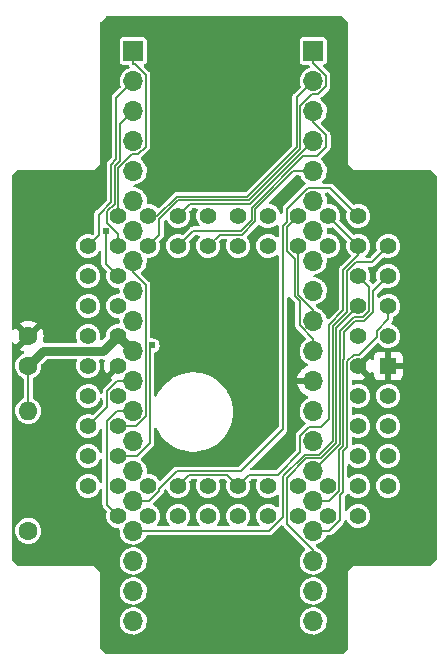
<source format=gtl>
G04 #@! TF.GenerationSoftware,KiCad,Pcbnew,(6.0.10-0)*
G04 #@! TF.CreationDate,2023-01-05T22:10:34+09:00*
G04 #@! TF.ProjectId,MEZZ180,4d455a5a-3138-4302-9e6b-696361645f70,A*
G04 #@! TF.SameCoordinates,PX5f5e100PY8f0d180*
G04 #@! TF.FileFunction,Copper,L1,Top*
G04 #@! TF.FilePolarity,Positive*
%FSLAX46Y46*%
G04 Gerber Fmt 4.6, Leading zero omitted, Abs format (unit mm)*
G04 Created by KiCad (PCBNEW (6.0.10-0)) date 2023-01-05 22:10:34*
%MOMM*%
%LPD*%
G01*
G04 APERTURE LIST*
G04 #@! TA.AperFunction,ComponentPad*
%ADD10C,1.600000*%
G04 #@! TD*
G04 #@! TA.AperFunction,ComponentPad*
%ADD11O,1.600000X1.600000*%
G04 #@! TD*
G04 #@! TA.AperFunction,ComponentPad*
%ADD12R,1.422400X1.422400*%
G04 #@! TD*
G04 #@! TA.AperFunction,ComponentPad*
%ADD13C,1.422400*%
G04 #@! TD*
G04 #@! TA.AperFunction,ComponentPad*
%ADD14R,1.700000X1.700000*%
G04 #@! TD*
G04 #@! TA.AperFunction,ComponentPad*
%ADD15O,1.700000X1.700000*%
G04 #@! TD*
G04 #@! TA.AperFunction,ViaPad*
%ADD16C,0.605000*%
G04 #@! TD*
G04 #@! TA.AperFunction,Conductor*
%ADD17C,0.152400*%
G04 #@! TD*
G04 #@! TA.AperFunction,Conductor*
%ADD18C,0.800000*%
G04 #@! TD*
G04 APERTURE END LIST*
D10*
X1905000Y11430000D03*
D11*
X1905000Y21590000D03*
D12*
X32385000Y25400000D03*
D13*
X29845000Y25400000D03*
X32385000Y27940000D03*
X29845000Y27940000D03*
X32385000Y30480000D03*
X29845000Y30480000D03*
X32385000Y33020000D03*
X29845000Y33020000D03*
X32385000Y35560000D03*
X29845000Y38100000D03*
X29845000Y35560000D03*
X27305000Y38100000D03*
X27305000Y35560000D03*
X24765000Y38100000D03*
X24765000Y35560000D03*
X22225000Y38100000D03*
X22225000Y35560000D03*
X19685000Y38100000D03*
X19685000Y35560000D03*
X17145000Y38100000D03*
X17145000Y35560000D03*
X14605000Y38100000D03*
X14605000Y35560000D03*
X12065000Y38100000D03*
X12065000Y35560000D03*
X9525000Y38100000D03*
X6985000Y35560000D03*
X9525000Y35560000D03*
X6985000Y33020000D03*
X9525000Y33020000D03*
X6985000Y30480000D03*
X9525000Y30480000D03*
X6985000Y27940000D03*
X9525000Y27940000D03*
X6985000Y25400000D03*
X9525000Y25400000D03*
X6985000Y22860000D03*
X9525000Y22860000D03*
X6985000Y20320000D03*
X9525000Y20320000D03*
X6985000Y17780000D03*
X9525000Y17780000D03*
X6985000Y15240000D03*
X9525000Y12700000D03*
X9525000Y15240000D03*
X12065000Y12700000D03*
X12065000Y15240000D03*
X14605000Y12700000D03*
X14605000Y15240000D03*
X17145000Y12700000D03*
X17145000Y15240000D03*
X19685000Y12700000D03*
X19685000Y15240000D03*
X22225000Y12700000D03*
X22225000Y15240000D03*
X24765000Y12700000D03*
X24765000Y15240000D03*
X27305000Y12700000D03*
X27305000Y15240000D03*
X29845000Y12700000D03*
X32385000Y15240000D03*
X29845000Y15240000D03*
X32385000Y17780000D03*
X29845000Y17780000D03*
X32385000Y20320000D03*
X29845000Y20320000D03*
X32385000Y22860000D03*
X29845000Y22860000D03*
D10*
X1905000Y25420000D03*
X1905000Y27920000D03*
D14*
X26035000Y52070000D03*
D15*
X26035000Y49530000D03*
X26035000Y46990000D03*
X26035000Y44450000D03*
X26035000Y41910000D03*
X26035000Y39370000D03*
X26035000Y36830000D03*
X26035000Y34290000D03*
X26035000Y31750000D03*
X26035000Y29210000D03*
X26035000Y26670000D03*
X26035000Y24130000D03*
X26035000Y21590000D03*
X26035000Y19050000D03*
X26035000Y16510000D03*
X26035000Y13970000D03*
X26035000Y11430000D03*
X26035000Y8890000D03*
X26035000Y6350000D03*
X26035000Y3810000D03*
D14*
X10795000Y52070000D03*
D15*
X10795000Y49530000D03*
X10795000Y46990000D03*
X10795000Y44450000D03*
X10795000Y41910000D03*
X10795000Y39370000D03*
X10795000Y36830000D03*
X10795000Y34290000D03*
X10795000Y31750000D03*
X10795000Y29210000D03*
X10795000Y26670000D03*
X10795000Y24130000D03*
X10795000Y21590000D03*
X10795000Y19050000D03*
X10795000Y16510000D03*
X10795000Y13970000D03*
X10795000Y11430000D03*
X10795000Y8890000D03*
X10795000Y6350000D03*
X10795000Y3810000D03*
D16*
X27940000Y34290000D03*
X13335000Y13970000D03*
X8890000Y1905000D03*
X13335000Y33655000D03*
X20955000Y13970000D03*
X35560000Y41275000D03*
X22225000Y24130000D03*
X27940000Y53975000D03*
X1270000Y41275000D03*
X13335000Y17145000D03*
X27940000Y1905000D03*
X8890000Y53975000D03*
X23622000Y39751000D03*
X22225000Y33655000D03*
X8479700Y36826200D03*
X12427900Y27133200D03*
D17*
X27385000Y26486900D02*
X27381200Y26483100D01*
X27385000Y28882104D02*
X27385000Y26486900D01*
X28600400Y33535530D02*
X28600400Y30097504D01*
X24956400Y18098400D02*
X23037800Y16179800D01*
X25652629Y20193000D02*
X24956400Y19496771D01*
D18*
X3155000Y26670000D02*
X8255000Y26670000D01*
D17*
X28600400Y30097504D02*
X27385000Y28882104D01*
X1905000Y25420000D02*
X1905000Y21590000D01*
X20624800Y16179800D02*
X19685000Y15240000D01*
X24956400Y19496771D02*
X24956400Y18098400D01*
X26670000Y20193000D02*
X25652629Y20193000D01*
D18*
X1905000Y25420000D02*
X3155000Y26670000D01*
D17*
X14605000Y15240000D02*
X15544800Y16179800D01*
X18745200Y16179800D02*
X19685000Y15240000D01*
X29845000Y35560000D02*
X29845000Y34780130D01*
X23037800Y16179800D02*
X20624800Y16179800D01*
X27381200Y20904200D02*
X26670000Y20193000D01*
X27381200Y26483100D02*
X27381200Y20904200D01*
X29845000Y35560000D02*
X27305000Y38100000D01*
X29845000Y34780130D02*
X28600400Y33535530D01*
D18*
X8255000Y26670000D02*
X9525000Y27940000D01*
X9525000Y27940000D02*
X10795000Y26670000D01*
D17*
X15544800Y16179800D02*
X18745200Y16179800D01*
X9525000Y42195500D02*
X10657100Y43327600D01*
X9525000Y38100000D02*
X9525000Y42195500D01*
X11224900Y43327600D02*
X11873900Y43976600D01*
X11873900Y50047200D02*
X10930000Y50991100D01*
X11873900Y43976600D02*
X11873900Y50047200D01*
X10657100Y43327600D02*
X11224900Y43327600D01*
X10795000Y52070000D02*
X10795000Y50991100D01*
X10930000Y50991100D02*
X10795000Y50991100D01*
X7874000Y38227000D02*
X7930730Y38283730D01*
X9347200Y42879804D02*
X9347200Y48082200D01*
X6985000Y35560000D02*
X7874000Y36449000D01*
X8915400Y42448004D02*
X9347200Y42879804D01*
X7930730Y38283730D02*
X7948600Y38283730D01*
X7948600Y38283730D02*
X8915400Y39250530D01*
X8915400Y39250530D02*
X8915400Y42448004D01*
X7874000Y36449000D02*
X7874000Y38227000D01*
X9347200Y48082200D02*
X10795000Y49530000D01*
X9652000Y42753552D02*
X9652000Y45847000D01*
X9220200Y42321752D02*
X9652000Y42753552D01*
X9525000Y35560000D02*
X9525000Y36536600D01*
X8585200Y37476400D02*
X8585200Y38489278D01*
X9525000Y36536600D02*
X8585200Y37476400D01*
X8585200Y38489278D02*
X9220200Y39124278D01*
X9220200Y39124278D02*
X9220200Y42321752D01*
X9652000Y45847000D02*
X10795000Y46990000D01*
X8479700Y34065300D02*
X8479700Y36826200D01*
X9525000Y33020000D02*
X8479700Y34065300D01*
X10795000Y33322900D02*
X10795000Y34290000D01*
X9525000Y20320000D02*
X11066600Y20320000D01*
X11873900Y21127300D02*
X11873900Y32244000D01*
X11873900Y32244000D02*
X10795000Y33322900D01*
X11066600Y20320000D02*
X11873900Y21127300D01*
X9525000Y17780000D02*
X11131500Y17780000D01*
X12192000Y18840500D02*
X12192000Y26897300D01*
X11131500Y17780000D02*
X12192000Y18840500D01*
X12192000Y26897300D02*
X12427900Y27133200D01*
X9459600Y24130000D02*
X10795000Y24130000D01*
X8584900Y21919900D02*
X8584900Y23255300D01*
X6985000Y20320000D02*
X8584900Y21919900D01*
X8584900Y23255300D02*
X9459600Y24130000D01*
X9525000Y12700000D02*
X8573700Y13651300D01*
X8573700Y20761400D02*
X9402300Y21590000D01*
X8573700Y13651300D02*
X8573700Y20761400D01*
X9402300Y21590000D02*
X10795000Y21590000D01*
X27113600Y49083229D02*
X27113600Y49976771D01*
X14596722Y39420800D02*
X20574748Y39420800D01*
X20574748Y39420800D02*
X24956400Y43802452D01*
X25971029Y48451400D02*
X26481771Y48451400D01*
X26290371Y50800000D02*
X26289000Y50800000D01*
X24956400Y47436771D02*
X25971029Y48451400D01*
X24956400Y43802452D02*
X24956400Y47436771D01*
X26035000Y51054000D02*
X26035000Y52070000D01*
X26289000Y50800000D02*
X26035000Y51054000D01*
X13005100Y36500100D02*
X13005100Y37829178D01*
X26481771Y48451400D02*
X27113600Y49083229D01*
X13005100Y37829178D02*
X14596722Y39420800D01*
X12065000Y35560000D02*
X13005100Y36500100D01*
X27113600Y49976771D02*
X26290371Y50800000D01*
X24651600Y48146600D02*
X24651600Y43928704D01*
X20448496Y39725600D02*
X14470470Y39725600D01*
X14470470Y39725600D02*
X12844870Y38100000D01*
X12844870Y38100000D02*
X12065000Y38100000D01*
X24651600Y43928704D02*
X20448496Y39725600D01*
X26035000Y49530000D02*
X24651600Y48146600D01*
X27127300Y43948700D02*
X26358600Y43180000D01*
X19888948Y36830000D02*
X15875000Y36830000D01*
X26035000Y46990000D02*
X26035000Y46046000D01*
X15875000Y36830000D02*
X14605000Y35560000D01*
X27127300Y44953700D02*
X27127300Y43948700D01*
X25196052Y43180000D02*
X20828000Y38811948D01*
X20828000Y38811948D02*
X20828000Y37769052D01*
X20828000Y37769052D02*
X19888948Y36830000D01*
X26035000Y46046000D02*
X27127300Y44953700D01*
X26358600Y43180000D02*
X25196052Y43180000D01*
X15621000Y39116000D02*
X14605000Y38100000D01*
X20701000Y39116000D02*
X15621000Y39116000D01*
X26035000Y44450000D02*
X20701000Y39116000D01*
X21132800Y38685696D02*
X21132800Y37642800D01*
X24357104Y41910000D02*
X21132800Y38685696D01*
X26035000Y41910000D02*
X24357104Y41910000D01*
X20015200Y36525200D02*
X18110200Y36525200D01*
X18110200Y36525200D02*
X17145000Y35560000D01*
X21132800Y37642800D02*
X20015200Y36525200D01*
X26035000Y29210000D02*
X26035000Y30154000D01*
X26035000Y30154000D02*
X24765000Y31424000D01*
X24765000Y31424000D02*
X24765000Y35560000D01*
X24892000Y28827629D02*
X26035000Y27684629D01*
X24892000Y30865948D02*
X24892000Y28827629D01*
X24460200Y34467800D02*
X24460200Y31297748D01*
X23825200Y35102800D02*
X24460200Y34467800D01*
X23825200Y37160200D02*
X23825200Y35102800D01*
X24460200Y31297748D02*
X24892000Y30865948D01*
X26035000Y27684629D02*
X26035000Y26670000D01*
X24765000Y38100000D02*
X23825200Y37160200D01*
X26035000Y11430000D02*
X27401700Y11430000D01*
X28321000Y12349300D02*
X28321000Y14489548D01*
X28905200Y25789278D02*
X29455722Y26339800D01*
X29455722Y26339800D02*
X29895800Y26339800D01*
X32385000Y29337000D02*
X32385000Y30480000D01*
X31445200Y28397200D02*
X32385000Y29337000D01*
X28905200Y18518096D02*
X28905200Y25789278D01*
X31445200Y27889200D02*
X31445200Y28397200D01*
X27401700Y11430000D02*
X28321000Y12349300D01*
X28321000Y14489548D02*
X28549600Y14718148D01*
X28549600Y14718148D02*
X28549600Y18162496D01*
X28549600Y18162496D02*
X28905200Y18518096D01*
X29895800Y26339800D02*
X31445200Y27889200D01*
X27994600Y28629600D02*
X29845000Y30480000D01*
X26035000Y8890000D02*
X26035000Y9834000D01*
X23819700Y15945700D02*
X25462600Y17588600D01*
X27990800Y26230596D02*
X27994600Y26234396D01*
X25462600Y17588600D02*
X26682548Y17588600D01*
X27994600Y26234396D02*
X27994600Y28629600D01*
X26035000Y9834000D02*
X23819700Y12049300D01*
X23819700Y12049300D02*
X23819700Y15945700D01*
X27990800Y18896852D02*
X27990800Y26230596D01*
X26682548Y17588600D02*
X27990800Y18896852D01*
X26035000Y13970000D02*
X27370400Y13970000D01*
X28600400Y25978092D02*
X28604200Y25981892D01*
X28244800Y14844400D02*
X28244800Y18288748D01*
X31089600Y29964470D02*
X31089600Y31724600D01*
X28604200Y25981892D02*
X28604200Y28257626D01*
X28600400Y18644348D02*
X28600400Y25978092D01*
X27370400Y13970000D02*
X28244800Y14844400D01*
X31089600Y31724600D02*
X32385000Y33020000D01*
X30360530Y29235400D02*
X31089600Y29964470D01*
X29581974Y29235400D02*
X30360530Y29235400D01*
X28604200Y28257626D02*
X29581974Y29235400D01*
X28244800Y18288748D02*
X28600400Y18644348D01*
X26035000Y16510000D02*
X28295600Y18770600D01*
X30234278Y29540200D02*
X30784800Y30090722D01*
X30784800Y32080200D02*
X29845000Y33020000D01*
X28295600Y26104344D02*
X28299400Y26108144D01*
X28295600Y18770600D02*
X28295600Y26104344D01*
X28299400Y26108144D02*
X28299400Y28383878D01*
X28299400Y28383878D02*
X29455722Y29540200D01*
X29455722Y29540200D02*
X30234278Y29540200D01*
X30784800Y30090722D02*
X30784800Y32080200D01*
X28905200Y29971252D02*
X27689800Y28755852D01*
X25336348Y17893400D02*
X23495000Y16052052D01*
X29684022Y34188100D02*
X28905200Y33409278D01*
X31013100Y34188100D02*
X29684022Y34188100D01*
X27689800Y26360648D02*
X27686000Y26356848D01*
X27689800Y28755852D02*
X27689800Y26360648D01*
X23495000Y12640922D02*
X22284078Y11430000D01*
X27686000Y19023104D02*
X26556296Y17893400D01*
X27686000Y26356848D02*
X27686000Y19023104D01*
X32385000Y35560000D02*
X31013100Y34188100D01*
X23495000Y16052052D02*
X23495000Y12640922D01*
X26556296Y17893400D02*
X25336348Y17893400D01*
X28905200Y33409278D02*
X28905200Y29971252D01*
X22284078Y11430000D02*
X10795000Y11430000D01*
X29845000Y38100000D02*
X27480200Y40464800D01*
X19913600Y16484600D02*
X14473600Y16484600D01*
X23483300Y37249352D02*
X23483300Y20054300D01*
X23483300Y20054300D02*
X19913600Y16484600D01*
X14473600Y16484600D02*
X13005300Y15016300D01*
X13005300Y15016300D02*
X13005300Y14844800D01*
X27480200Y40464800D02*
X25604429Y40464800D01*
X25604429Y40464800D02*
X23825200Y38685571D01*
X13005300Y14844800D02*
X12130500Y13970000D01*
X23825200Y38685571D02*
X23825200Y37591252D01*
X23825200Y37591252D02*
X23483300Y37249352D01*
X12130500Y13970000D02*
X10795000Y13970000D01*
G04 #@! TA.AperFunction,Conductor*
G36*
X28515931Y54979998D02*
G01*
X28536905Y54963095D01*
X28963095Y54536905D01*
X28997121Y54474593D01*
X29000000Y54447810D01*
X29000000Y42500000D01*
X29500000Y42000000D01*
X35947810Y42000000D01*
X36015931Y41979998D01*
X36036905Y41963095D01*
X36463095Y41536905D01*
X36497121Y41474593D01*
X36500000Y41447810D01*
X36500000Y9052190D01*
X36479998Y8984069D01*
X36463095Y8963095D01*
X36036905Y8536905D01*
X35974593Y8502879D01*
X35947810Y8500000D01*
X29500000Y8500000D01*
X29000000Y8000000D01*
X29000000Y1552190D01*
X28979998Y1484069D01*
X28963095Y1463095D01*
X28536905Y1036905D01*
X28474593Y1002879D01*
X28447810Y1000000D01*
X8552190Y1000000D01*
X8484069Y1020002D01*
X8463095Y1036905D01*
X8036905Y1463095D01*
X8002879Y1525407D01*
X8000000Y1552190D01*
X8000000Y7932432D01*
X7500000Y8500000D01*
X1052190Y8500000D01*
X984069Y8520002D01*
X963095Y8536905D01*
X536905Y8963095D01*
X502879Y9025407D01*
X500000Y9052190D01*
X500000Y11458931D01*
X800164Y11458931D01*
X813392Y11257106D01*
X833555Y11177714D01*
X861625Y11067188D01*
X863178Y11061072D01*
X947856Y10877393D01*
X951189Y10872677D01*
X1022968Y10771112D01*
X1064588Y10712220D01*
X1209466Y10571087D01*
X1377637Y10458718D01*
X1382940Y10456440D01*
X1382943Y10456438D01*
X1480350Y10414589D01*
X1563470Y10378878D01*
X1760740Y10334240D01*
X1766509Y10334013D01*
X1766512Y10334013D01*
X1840104Y10331122D01*
X1962842Y10326300D01*
X2049132Y10338811D01*
X2157286Y10354492D01*
X2157291Y10354493D01*
X2163007Y10355322D01*
X2168479Y10357180D01*
X2168481Y10357180D01*
X2349067Y10418481D01*
X2349069Y10418482D01*
X2354531Y10420336D01*
X2531001Y10519163D01*
X2546512Y10532063D01*
X2682073Y10644809D01*
X2686505Y10648495D01*
X2815837Y10803999D01*
X2914664Y10980469D01*
X2934556Y11039067D01*
X2977820Y11166519D01*
X2977820Y11166521D01*
X2979678Y11171993D01*
X2980507Y11177709D01*
X2980508Y11177714D01*
X3008167Y11368484D01*
X3008700Y11372158D01*
X3010215Y11430000D01*
X2991708Y11631409D01*
X2936807Y11826074D01*
X2847351Y12007473D01*
X2829079Y12031943D01*
X2729788Y12164909D01*
X2729787Y12164910D01*
X2726335Y12169533D01*
X2718687Y12176603D01*
X2582053Y12302906D01*
X2582051Y12302908D01*
X2577812Y12306826D01*
X2547794Y12325766D01*
X2411637Y12411675D01*
X2406757Y12414754D01*
X2218898Y12489702D01*
X2020526Y12529161D01*
X2014752Y12529237D01*
X2014748Y12529237D01*
X1912257Y12530578D01*
X1818286Y12531808D01*
X1812589Y12530829D01*
X1812588Y12530829D01*
X1624646Y12498535D01*
X1624645Y12498535D01*
X1618949Y12497556D01*
X1429193Y12427551D01*
X1255371Y12324138D01*
X1103305Y12190780D01*
X978089Y12031943D01*
X883914Y11852947D01*
X823937Y11659787D01*
X800164Y11458931D01*
X500000Y11458931D01*
X500000Y21618931D01*
X800164Y21618931D01*
X813392Y21417106D01*
X824065Y21375080D01*
X855506Y21251282D01*
X863178Y21221072D01*
X947856Y21037393D01*
X951189Y21032677D01*
X1052772Y20888940D01*
X1064588Y20872220D01*
X1068730Y20868185D01*
X1152932Y20786160D01*
X1209466Y20731087D01*
X1377637Y20618718D01*
X1382940Y20616440D01*
X1382943Y20616438D01*
X1471291Y20578481D01*
X1563470Y20538878D01*
X1760740Y20494240D01*
X1766509Y20494013D01*
X1766512Y20494013D01*
X1842683Y20491021D01*
X1962842Y20486300D01*
X2049132Y20498811D01*
X2157286Y20514492D01*
X2157291Y20514493D01*
X2163007Y20515322D01*
X2168479Y20517180D01*
X2168481Y20517180D01*
X2349067Y20578481D01*
X2349069Y20578482D01*
X2354531Y20580336D01*
X2531001Y20679163D01*
X2546512Y20692063D01*
X2682073Y20804809D01*
X2686505Y20808495D01*
X2815837Y20963999D01*
X2914664Y21140469D01*
X2934556Y21199067D01*
X2977820Y21326519D01*
X2977820Y21326521D01*
X2979678Y21331993D01*
X2980507Y21337709D01*
X2980508Y21337714D01*
X3000894Y21478320D01*
X3008700Y21532158D01*
X3010215Y21590000D01*
X2991708Y21791409D01*
X2968970Y21872034D01*
X2938376Y21980510D01*
X2936807Y21986074D01*
X2847351Y22167473D01*
X2829079Y22191943D01*
X2729788Y22324909D01*
X2729787Y22324910D01*
X2726335Y22329533D01*
X2703350Y22350780D01*
X2582053Y22462906D01*
X2582051Y22462908D01*
X2577812Y22466826D01*
X2572929Y22469907D01*
X2411637Y22571675D01*
X2406757Y22574754D01*
X2361009Y22593006D01*
X2305151Y22636825D01*
X2281700Y22710035D01*
X2281700Y24296663D01*
X2301702Y24364784D01*
X2354613Y24410190D01*
X2354531Y24410336D01*
X2355258Y24410743D01*
X2508827Y24496745D01*
X2525964Y24506342D01*
X2525965Y24506343D01*
X2531001Y24509163D01*
X2593433Y24561087D01*
X2682073Y24634809D01*
X2686505Y24638495D01*
X2815837Y24793999D01*
X2823315Y24807351D01*
X2878135Y24905241D01*
X2914664Y24970469D01*
X2919011Y24983273D01*
X2977820Y25156519D01*
X2977820Y25156521D01*
X2979678Y25161993D01*
X2980507Y25167709D01*
X2980508Y25167714D01*
X3001300Y25311119D01*
X3008700Y25362158D01*
X3010215Y25420000D01*
X3008087Y25443165D01*
X3005981Y25466075D01*
X3019665Y25535740D01*
X3042357Y25566701D01*
X3408253Y25932596D01*
X3470565Y25966621D01*
X3497348Y25969500D01*
X5932620Y25969500D01*
X6000741Y25949498D01*
X6047234Y25895842D01*
X6057338Y25825568D01*
X6050315Y25800573D01*
X6050612Y25800479D01*
X5990620Y25611362D01*
X5968504Y25414194D01*
X5969020Y25408050D01*
X5983106Y25240306D01*
X5985106Y25216485D01*
X6006142Y25143124D01*
X6032538Y25051072D01*
X6039794Y25025766D01*
X6042610Y25020287D01*
X6125486Y24859028D01*
X6130484Y24849302D01*
X6134307Y24844478D01*
X6134310Y24844474D01*
X6217054Y24740078D01*
X6253723Y24693814D01*
X6258417Y24689819D01*
X6396661Y24572164D01*
X6404815Y24565224D01*
X6578007Y24468430D01*
X6766701Y24407120D01*
X6963710Y24383628D01*
X6969845Y24384100D01*
X6969847Y24384100D01*
X7155388Y24398376D01*
X7155392Y24398377D01*
X7161530Y24398849D01*
X7167462Y24400505D01*
X7167466Y24400506D01*
X7292473Y24435409D01*
X7352626Y24452204D01*
X7529719Y24541660D01*
X7554585Y24561087D01*
X7648943Y24634809D01*
X7686064Y24663811D01*
X7708514Y24689819D01*
X7811681Y24809340D01*
X7811682Y24809341D01*
X7815705Y24814002D01*
X7819113Y24820000D01*
X7910659Y24981151D01*
X7913706Y24986514D01*
X7976332Y25174775D01*
X7984300Y25237848D01*
X8000757Y25368112D01*
X8000758Y25368122D01*
X8001199Y25371615D01*
X8001595Y25400000D01*
X7982234Y25597458D01*
X7924889Y25787394D01*
X7921995Y25792836D01*
X7920904Y25795484D01*
X7913437Y25866087D01*
X7945327Y25929519D01*
X8006447Y25965640D01*
X8037396Y25969500D01*
X8226359Y25969500D01*
X8234929Y25969208D01*
X8259307Y25967546D01*
X8325910Y25942957D01*
X8368645Y25886263D01*
X8372443Y25809226D01*
X8321161Y25617843D01*
X8319257Y25607043D01*
X8301622Y25405475D01*
X8301622Y25394525D01*
X8319257Y25192957D01*
X8321159Y25182168D01*
X8373528Y24986727D01*
X8377276Y24976431D01*
X8462783Y24793059D01*
X8468266Y24783564D01*
X8491269Y24750712D01*
X8501748Y24742336D01*
X8515194Y24749404D01*
X9435905Y25670115D01*
X9498217Y25704141D01*
X9569032Y25699076D01*
X9614095Y25670115D01*
X9795115Y25489095D01*
X9829141Y25426783D01*
X9824076Y25355968D01*
X9795115Y25310905D01*
X8873682Y24389472D01*
X8867252Y24377698D01*
X8876548Y24365683D01*
X8908570Y24343261D01*
X8913166Y24340607D01*
X8962159Y24289223D01*
X8975593Y24219509D01*
X8949205Y24153599D01*
X8939261Y24142396D01*
X8356450Y23559585D01*
X8338073Y23544743D01*
X8336623Y23543424D01*
X8327870Y23537772D01*
X8321423Y23529594D01*
X8321421Y23529592D01*
X8307267Y23511637D01*
X8303361Y23507242D01*
X8303438Y23507177D01*
X8300085Y23503220D01*
X8296403Y23499538D01*
X8293380Y23495307D01*
X8285277Y23483967D01*
X8281708Y23479214D01*
X8256679Y23447466D01*
X8256677Y23447463D01*
X8250231Y23439286D01*
X8247220Y23430713D01*
X8241935Y23423317D01*
X8238951Y23413339D01*
X8227361Y23374585D01*
X8225526Y23368938D01*
X8211305Y23328444D01*
X8211304Y23328438D01*
X8208678Y23320961D01*
X8208200Y23315442D01*
X8208200Y23312727D01*
X8208088Y23310141D01*
X8208046Y23310002D01*
X8207895Y23310008D01*
X8207854Y23309359D01*
X8206002Y23303165D01*
X8206411Y23292759D01*
X8208103Y23249697D01*
X8208200Y23244750D01*
X8208200Y23162292D01*
X8188198Y23094171D01*
X8134542Y23047678D01*
X8064268Y23037574D01*
X7999688Y23067068D01*
X7961578Y23125874D01*
X7926670Y23241495D01*
X7924889Y23247394D01*
X7889291Y23314344D01*
X7834638Y23417133D01*
X7834636Y23417136D01*
X7831744Y23422575D01*
X7827854Y23427345D01*
X7827851Y23427349D01*
X7710241Y23571553D01*
X7710238Y23571556D01*
X7706346Y23576328D01*
X7553473Y23702795D01*
X7548054Y23705725D01*
X7548051Y23705727D01*
X7384366Y23794231D01*
X7384361Y23794233D01*
X7378946Y23797161D01*
X7189415Y23855831D01*
X7183290Y23856475D01*
X7183289Y23856475D01*
X6998225Y23875926D01*
X6998224Y23875926D01*
X6992097Y23876570D01*
X6909572Y23869060D01*
X6800648Y23859147D01*
X6800645Y23859146D01*
X6794509Y23858588D01*
X6788603Y23856850D01*
X6788599Y23856849D01*
X6675681Y23823615D01*
X6604177Y23802570D01*
X6428350Y23710650D01*
X6273726Y23586329D01*
X6146194Y23434343D01*
X6143227Y23428945D01*
X6143223Y23428940D01*
X6068358Y23292759D01*
X6050612Y23260479D01*
X6048751Y23254612D01*
X6048750Y23254610D01*
X6045622Y23244750D01*
X5990620Y23071362D01*
X5968504Y22874194D01*
X5969020Y22868050D01*
X5982623Y22706059D01*
X5985106Y22676485D01*
X6002331Y22616416D01*
X6029705Y22520952D01*
X6039794Y22485766D01*
X6071533Y22424008D01*
X6111502Y22346238D01*
X6130484Y22309302D01*
X6134307Y22304478D01*
X6134310Y22304474D01*
X6205879Y22214178D01*
X6253723Y22153814D01*
X6258417Y22149819D01*
X6396661Y22032164D01*
X6404815Y22025224D01*
X6578007Y21928430D01*
X6766701Y21867120D01*
X6963710Y21843628D01*
X6969845Y21844100D01*
X6969847Y21844100D01*
X7155388Y21858376D01*
X7155392Y21858377D01*
X7161530Y21858849D01*
X7167462Y21860505D01*
X7167466Y21860506D01*
X7279429Y21891767D01*
X7352626Y21912204D01*
X7529719Y22001660D01*
X7547658Y22015675D01*
X7681214Y22120022D01*
X7686064Y22123811D01*
X7708514Y22149819D01*
X7811681Y22269340D01*
X7811682Y22269341D01*
X7815705Y22274002D01*
X7913706Y22446514D01*
X7949412Y22553849D01*
X7962642Y22593621D01*
X8003123Y22651945D01*
X8068711Y22679125D01*
X8138582Y22666530D01*
X8190552Y22618160D01*
X8208200Y22553849D01*
X8208200Y22128125D01*
X8188198Y22060004D01*
X8171295Y22039030D01*
X7440695Y21308430D01*
X7378383Y21274404D01*
X7314341Y21277160D01*
X7195302Y21314009D01*
X7195299Y21314010D01*
X7189415Y21315831D01*
X7183290Y21316475D01*
X7183289Y21316475D01*
X6998225Y21335926D01*
X6998224Y21335926D01*
X6992097Y21336570D01*
X6909572Y21329060D01*
X6800648Y21319147D01*
X6800645Y21319146D01*
X6794509Y21318588D01*
X6788603Y21316850D01*
X6788599Y21316849D01*
X6675681Y21283615D01*
X6604177Y21262570D01*
X6428350Y21170650D01*
X6273726Y21046329D01*
X6146194Y20894343D01*
X6143227Y20888945D01*
X6143223Y20888940D01*
X6086720Y20786160D01*
X6050612Y20720479D01*
X6048751Y20714612D01*
X6048750Y20714610D01*
X6037506Y20679163D01*
X5990620Y20531362D01*
X5968504Y20334194D01*
X5969020Y20328050D01*
X5983145Y20159842D01*
X5985106Y20136485D01*
X5996538Y20096617D01*
X6035206Y19961767D01*
X6039794Y19945766D01*
X6042610Y19940287D01*
X6113496Y19802358D01*
X6130484Y19769302D01*
X6134307Y19764478D01*
X6134310Y19764474D01*
X6226206Y19648531D01*
X6253723Y19613814D01*
X6258417Y19609819D01*
X6339829Y19540532D01*
X6404815Y19485224D01*
X6410193Y19482218D01*
X6410195Y19482217D01*
X6440193Y19465452D01*
X6578007Y19388430D01*
X6766701Y19327120D01*
X6963710Y19303628D01*
X6969845Y19304100D01*
X6969847Y19304100D01*
X7155388Y19318376D01*
X7155392Y19318377D01*
X7161530Y19318849D01*
X7167462Y19320505D01*
X7167466Y19320506D01*
X7257078Y19345527D01*
X7352626Y19372204D01*
X7529719Y19461660D01*
X7544091Y19472888D01*
X7645330Y19551986D01*
X7686064Y19583811D01*
X7706761Y19607788D01*
X7811681Y19729340D01*
X7811682Y19729341D01*
X7815705Y19734002D01*
X7824979Y19750326D01*
X7879984Y19847153D01*
X7913706Y19906514D01*
X7951442Y20019953D01*
X7991923Y20078277D01*
X8057511Y20105457D01*
X8127382Y20092862D01*
X8179352Y20044492D01*
X8197000Y19980181D01*
X8197000Y18119388D01*
X8176998Y18051267D01*
X8123342Y18004774D01*
X8053068Y17994670D01*
X7988488Y18024164D01*
X7950378Y18082970D01*
X7926670Y18161495D01*
X7924889Y18167394D01*
X7879386Y18252973D01*
X7834638Y18337133D01*
X7834636Y18337136D01*
X7831744Y18342575D01*
X7827854Y18347345D01*
X7827851Y18347349D01*
X7710241Y18491553D01*
X7710238Y18491556D01*
X7706346Y18496328D01*
X7680882Y18517394D01*
X7594856Y18588560D01*
X7553473Y18622795D01*
X7548054Y18625725D01*
X7548051Y18625727D01*
X7384366Y18714231D01*
X7384361Y18714233D01*
X7378946Y18717161D01*
X7189415Y18775831D01*
X7183290Y18776475D01*
X7183289Y18776475D01*
X6998225Y18795926D01*
X6998224Y18795926D01*
X6992097Y18796570D01*
X6909572Y18789060D01*
X6800648Y18779147D01*
X6800645Y18779146D01*
X6794509Y18778588D01*
X6788603Y18776850D01*
X6788599Y18776849D01*
X6650345Y18736158D01*
X6604177Y18722570D01*
X6428350Y18630650D01*
X6423550Y18626790D01*
X6423549Y18626790D01*
X6289252Y18518812D01*
X6273726Y18506329D01*
X6146194Y18354343D01*
X6143227Y18348945D01*
X6143223Y18348940D01*
X6082511Y18238503D01*
X6050612Y18180479D01*
X6048751Y18174612D01*
X6048750Y18174610D01*
X6031233Y18119388D01*
X5990620Y17991362D01*
X5968504Y17794194D01*
X5985106Y17596485D01*
X5997066Y17554775D01*
X6029926Y17440181D01*
X6039794Y17405766D01*
X6130484Y17229302D01*
X6134307Y17224478D01*
X6134310Y17224474D01*
X6226206Y17108531D01*
X6253723Y17073814D01*
X6404815Y16945224D01*
X6410193Y16942218D01*
X6410195Y16942217D01*
X6440193Y16925452D01*
X6578007Y16848430D01*
X6766701Y16787120D01*
X6963710Y16763628D01*
X6969845Y16764100D01*
X6969847Y16764100D01*
X7155388Y16778376D01*
X7155392Y16778377D01*
X7161530Y16778849D01*
X7167462Y16780505D01*
X7167466Y16780506D01*
X7257078Y16805527D01*
X7352626Y16832204D01*
X7529719Y16921660D01*
X7539432Y16929248D01*
X7681214Y17040022D01*
X7686064Y17043811D01*
X7708514Y17069819D01*
X7811681Y17189340D01*
X7811682Y17189341D01*
X7815705Y17194002D01*
X7913706Y17366514D01*
X7951442Y17479953D01*
X7991923Y17538277D01*
X8057511Y17565457D01*
X8127382Y17552862D01*
X8179352Y17504492D01*
X8197000Y17440181D01*
X8197000Y15579388D01*
X8176998Y15511267D01*
X8123342Y15464774D01*
X8053068Y15454670D01*
X7988488Y15484164D01*
X7950378Y15542970D01*
X7926670Y15621495D01*
X7924889Y15627394D01*
X7921052Y15634610D01*
X7834638Y15797133D01*
X7834636Y15797136D01*
X7831744Y15802575D01*
X7827854Y15807345D01*
X7827851Y15807349D01*
X7710241Y15951553D01*
X7710238Y15951556D01*
X7706346Y15956328D01*
X7553473Y16082795D01*
X7548054Y16085725D01*
X7548051Y16085727D01*
X7384366Y16174231D01*
X7384361Y16174233D01*
X7378946Y16177161D01*
X7189415Y16235831D01*
X7183290Y16236475D01*
X7183289Y16236475D01*
X6998225Y16255926D01*
X6998224Y16255926D01*
X6992097Y16256570D01*
X6909572Y16249060D01*
X6800648Y16239147D01*
X6800645Y16239146D01*
X6794509Y16238588D01*
X6788603Y16236850D01*
X6788599Y16236849D01*
X6650345Y16196158D01*
X6604177Y16182570D01*
X6428350Y16090650D01*
X6273726Y15966329D01*
X6146194Y15814343D01*
X6143227Y15808945D01*
X6143223Y15808940D01*
X6097800Y15726315D01*
X6050612Y15640479D01*
X6048751Y15634612D01*
X6048750Y15634610D01*
X6046461Y15627394D01*
X5990620Y15451362D01*
X5968504Y15254194D01*
X5985106Y15056485D01*
X5997066Y15014775D01*
X6030277Y14898957D01*
X6039794Y14865766D01*
X6042610Y14860287D01*
X6110414Y14728355D01*
X6130484Y14689302D01*
X6134307Y14684478D01*
X6134310Y14684474D01*
X6231123Y14562328D01*
X6253723Y14533814D01*
X6258417Y14529819D01*
X6324110Y14473910D01*
X6404815Y14405224D01*
X6410193Y14402218D01*
X6410195Y14402217D01*
X6440193Y14385452D01*
X6578007Y14308430D01*
X6766701Y14247120D01*
X6963710Y14223628D01*
X6969845Y14224100D01*
X6969847Y14224100D01*
X7155388Y14238376D01*
X7155392Y14238377D01*
X7161530Y14238849D01*
X7167462Y14240505D01*
X7167466Y14240506D01*
X7257078Y14265526D01*
X7352626Y14292204D01*
X7529719Y14381660D01*
X7547644Y14395664D01*
X7653208Y14478141D01*
X7686064Y14503811D01*
X7705202Y14525982D01*
X7811681Y14649340D01*
X7811682Y14649341D01*
X7815705Y14654002D01*
X7824954Y14670282D01*
X7890552Y14785756D01*
X7913706Y14826514D01*
X7951442Y14939953D01*
X7991923Y14998277D01*
X8057511Y15025457D01*
X8127382Y15012862D01*
X8179352Y14964492D01*
X8197000Y14900181D01*
X8197000Y13704928D01*
X8194499Y13681428D01*
X8194407Y13679475D01*
X8192214Y13669290D01*
X8195988Y13637407D01*
X8196126Y13636243D01*
X8196472Y13630376D01*
X8196572Y13630384D01*
X8197000Y13625207D01*
X8197000Y13620004D01*
X8200018Y13601874D01*
X8200143Y13601121D01*
X8200978Y13595250D01*
X8206956Y13544751D01*
X8210888Y13536562D01*
X8212381Y13527593D01*
X8217324Y13518433D01*
X8236539Y13482822D01*
X8239235Y13477530D01*
X8257811Y13438844D01*
X8257813Y13438840D01*
X8261242Y13431700D01*
X8264806Y13427460D01*
X8266737Y13425529D01*
X8268475Y13423635D01*
X8268542Y13423511D01*
X8268428Y13423407D01*
X8268865Y13422912D01*
X8271933Y13417225D01*
X8279576Y13410160D01*
X8311239Y13380891D01*
X8314805Y13377461D01*
X8536724Y13155542D01*
X8570750Y13093230D01*
X8567731Y13028350D01*
X8530620Y12911362D01*
X8508504Y12714194D01*
X8509020Y12708050D01*
X8524042Y12529161D01*
X8525106Y12516485D01*
X8537066Y12474775D01*
X8572793Y12350183D01*
X8579794Y12325766D01*
X8596076Y12294085D01*
X8659161Y12171335D01*
X8670484Y12149302D01*
X8674307Y12144478D01*
X8674310Y12144474D01*
X8779230Y12012100D01*
X8793723Y11993814D01*
X8798417Y11989819D01*
X8927033Y11880358D01*
X8944815Y11865224D01*
X9118007Y11768430D01*
X9306701Y11707120D01*
X9503710Y11683628D01*
X9509845Y11684100D01*
X9509847Y11684100D01*
X9515095Y11684504D01*
X9584549Y11669787D01*
X9635021Y11619856D01*
X9649888Y11544066D01*
X9639967Y11460246D01*
X9653796Y11249251D01*
X9655217Y11243655D01*
X9655218Y11243650D01*
X9703696Y11052772D01*
X9705845Y11044310D01*
X9708262Y11039067D01*
X9782795Y10877393D01*
X9794369Y10852286D01*
X9916405Y10679609D01*
X10067865Y10532063D01*
X10072661Y10528858D01*
X10072664Y10528856D01*
X10215936Y10433125D01*
X10243677Y10414589D01*
X10248985Y10412308D01*
X10248986Y10412308D01*
X10432650Y10333400D01*
X10432653Y10333399D01*
X10437953Y10331122D01*
X10443582Y10329848D01*
X10443583Y10329848D01*
X10638550Y10285731D01*
X10638553Y10285731D01*
X10644186Y10284456D01*
X10649958Y10284229D01*
X10655687Y10283475D01*
X10655327Y10280743D01*
X10711604Y10261784D01*
X10755950Y10206341D01*
X10763282Y10135724D01*
X10731271Y10072353D01*
X10670081Y10036349D01*
X10660704Y10034368D01*
X10501650Y10007038D01*
X10501649Y10007038D01*
X10495953Y10006059D01*
X10297575Y9932873D01*
X10292614Y9929921D01*
X10292613Y9929921D01*
X10275089Y9919495D01*
X10115856Y9824762D01*
X9956881Y9685345D01*
X9825976Y9519292D01*
X9823287Y9514181D01*
X9823285Y9514178D01*
X9809792Y9488531D01*
X9727523Y9332164D01*
X9664820Y9130227D01*
X9639967Y8920246D01*
X9653796Y8709251D01*
X9655217Y8703655D01*
X9655218Y8703650D01*
X9677784Y8614800D01*
X9705845Y8504310D01*
X9794369Y8312286D01*
X9916405Y8139609D01*
X10067865Y7992063D01*
X10072661Y7988858D01*
X10072664Y7988856D01*
X10157109Y7932432D01*
X10243677Y7874589D01*
X10248985Y7872308D01*
X10248986Y7872308D01*
X10432650Y7793400D01*
X10432653Y7793399D01*
X10437953Y7791122D01*
X10443582Y7789848D01*
X10443583Y7789848D01*
X10638550Y7745731D01*
X10638553Y7745731D01*
X10644186Y7744456D01*
X10649958Y7744229D01*
X10655687Y7743475D01*
X10655327Y7740743D01*
X10711604Y7721784D01*
X10755950Y7666341D01*
X10763282Y7595724D01*
X10731271Y7532353D01*
X10670081Y7496349D01*
X10660704Y7494368D01*
X10501650Y7467038D01*
X10501649Y7467038D01*
X10495953Y7466059D01*
X10297575Y7392873D01*
X10292614Y7389921D01*
X10292613Y7389921D01*
X10275089Y7379495D01*
X10115856Y7284762D01*
X9956881Y7145345D01*
X9825976Y6979292D01*
X9823287Y6974181D01*
X9823285Y6974178D01*
X9809792Y6948531D01*
X9727523Y6792164D01*
X9664820Y6590227D01*
X9639967Y6380246D01*
X9653796Y6169251D01*
X9655217Y6163655D01*
X9655218Y6163650D01*
X9677784Y6074800D01*
X9705845Y5964310D01*
X9794369Y5772286D01*
X9916405Y5599609D01*
X10067865Y5452063D01*
X10072661Y5448858D01*
X10072664Y5448856D01*
X10215936Y5353125D01*
X10243677Y5334589D01*
X10248985Y5332308D01*
X10248986Y5332308D01*
X10432650Y5253400D01*
X10432653Y5253399D01*
X10437953Y5251122D01*
X10443582Y5249848D01*
X10443583Y5249848D01*
X10638550Y5205731D01*
X10638553Y5205731D01*
X10644186Y5204456D01*
X10649958Y5204229D01*
X10655687Y5203475D01*
X10655327Y5200743D01*
X10711604Y5181784D01*
X10755950Y5126341D01*
X10763282Y5055724D01*
X10731271Y4992353D01*
X10670081Y4956349D01*
X10660704Y4954368D01*
X10501650Y4927038D01*
X10501649Y4927038D01*
X10495953Y4926059D01*
X10297575Y4852873D01*
X10292614Y4849921D01*
X10292613Y4849921D01*
X10275089Y4839495D01*
X10115856Y4744762D01*
X9956881Y4605345D01*
X9825976Y4439292D01*
X9823287Y4434181D01*
X9823285Y4434178D01*
X9809792Y4408531D01*
X9727523Y4252164D01*
X9664820Y4050227D01*
X9639967Y3840246D01*
X9653796Y3629251D01*
X9655217Y3623655D01*
X9655218Y3623650D01*
X9677784Y3534800D01*
X9705845Y3424310D01*
X9794369Y3232286D01*
X9916405Y3059609D01*
X10067865Y2912063D01*
X10072661Y2908858D01*
X10072664Y2908856D01*
X10215936Y2813125D01*
X10243677Y2794589D01*
X10248985Y2792308D01*
X10248986Y2792308D01*
X10432650Y2713400D01*
X10432653Y2713399D01*
X10437953Y2711122D01*
X10443582Y2709848D01*
X10443583Y2709848D01*
X10638550Y2665731D01*
X10638553Y2665731D01*
X10644186Y2664456D01*
X10649957Y2664229D01*
X10649959Y2664229D01*
X10711989Y2661792D01*
X10855470Y2656154D01*
X10861179Y2656982D01*
X10861183Y2656982D01*
X11059015Y2685667D01*
X11059019Y2685668D01*
X11064730Y2686496D01*
X11143987Y2713400D01*
X11259483Y2752605D01*
X11259488Y2752607D01*
X11264955Y2754463D01*
X11269998Y2757287D01*
X11444395Y2854954D01*
X11444399Y2854957D01*
X11449442Y2857781D01*
X11612012Y2992988D01*
X11747219Y3155558D01*
X11750043Y3160601D01*
X11750046Y3160605D01*
X11847713Y3335002D01*
X11847714Y3335004D01*
X11850537Y3340045D01*
X11852393Y3345512D01*
X11852395Y3345517D01*
X11916647Y3534800D01*
X11918504Y3540270D01*
X11948846Y3749530D01*
X11950429Y3810000D01*
X11931081Y4020560D01*
X11873686Y4224069D01*
X11862553Y4246646D01*
X11782719Y4408531D01*
X11780165Y4413710D01*
X11653651Y4583133D01*
X11498381Y4726663D01*
X11319554Y4839495D01*
X11123160Y4917848D01*
X11117503Y4918973D01*
X11117497Y4918975D01*
X10920234Y4958212D01*
X10857324Y4991119D01*
X10822192Y5052814D01*
X10825992Y5123709D01*
X10867517Y5181295D01*
X10926734Y5206487D01*
X11059015Y5225667D01*
X11059019Y5225668D01*
X11064730Y5226496D01*
X11143987Y5253400D01*
X11259483Y5292605D01*
X11259488Y5292607D01*
X11264955Y5294463D01*
X11269998Y5297287D01*
X11444395Y5394954D01*
X11444399Y5394957D01*
X11449442Y5397781D01*
X11612012Y5532988D01*
X11747219Y5695558D01*
X11750043Y5700601D01*
X11750046Y5700605D01*
X11847713Y5875002D01*
X11847714Y5875004D01*
X11850537Y5880045D01*
X11852393Y5885512D01*
X11852395Y5885517D01*
X11916647Y6074800D01*
X11918504Y6080270D01*
X11948846Y6289530D01*
X11950429Y6350000D01*
X11931081Y6560560D01*
X11873686Y6764069D01*
X11862553Y6786646D01*
X11782719Y6948531D01*
X11780165Y6953710D01*
X11653651Y7123133D01*
X11498381Y7266663D01*
X11319554Y7379495D01*
X11123160Y7457848D01*
X11117503Y7458973D01*
X11117497Y7458975D01*
X10920234Y7498212D01*
X10857324Y7531119D01*
X10822192Y7592814D01*
X10825992Y7663709D01*
X10867517Y7721295D01*
X10926734Y7746487D01*
X11059015Y7765667D01*
X11059019Y7765668D01*
X11064730Y7766496D01*
X11143987Y7793400D01*
X11259483Y7832605D01*
X11259488Y7832607D01*
X11264955Y7834463D01*
X11282083Y7844055D01*
X11444395Y7934954D01*
X11444399Y7934957D01*
X11449442Y7937781D01*
X11612012Y8072988D01*
X11747219Y8235558D01*
X11750043Y8240601D01*
X11750046Y8240605D01*
X11847713Y8415002D01*
X11847714Y8415004D01*
X11850537Y8420045D01*
X11852393Y8425512D01*
X11852395Y8425517D01*
X11916647Y8614800D01*
X11918504Y8620270D01*
X11948846Y8829530D01*
X11950429Y8890000D01*
X11931081Y9100560D01*
X11873686Y9304069D01*
X11862553Y9326646D01*
X11782719Y9488531D01*
X11780165Y9493710D01*
X11653651Y9663133D01*
X11498381Y9806663D01*
X11414667Y9859483D01*
X11324434Y9916416D01*
X11324433Y9916416D01*
X11319554Y9919495D01*
X11123160Y9997848D01*
X11117503Y9998973D01*
X11117497Y9998975D01*
X10920234Y10038212D01*
X10857324Y10071119D01*
X10822192Y10132814D01*
X10825992Y10203709D01*
X10867517Y10261295D01*
X10926734Y10286487D01*
X11059015Y10305667D01*
X11059019Y10305668D01*
X11064730Y10306496D01*
X11145793Y10334013D01*
X11259483Y10372605D01*
X11259488Y10372607D01*
X11264955Y10374463D01*
X11276910Y10381158D01*
X11444395Y10474954D01*
X11444399Y10474957D01*
X11449442Y10477781D01*
X11612012Y10612988D01*
X11747219Y10775558D01*
X11750043Y10780601D01*
X11750046Y10780605D01*
X11847714Y10955004D01*
X11847714Y10955005D01*
X11850537Y10960045D01*
X11853169Y10967799D01*
X11853829Y10968737D01*
X11854745Y10970795D01*
X11855149Y10970615D01*
X11894005Y11025876D01*
X11959758Y11052656D01*
X11972483Y11053300D01*
X22230450Y11053300D01*
X22253950Y11050799D01*
X22255903Y11050707D01*
X22266088Y11048514D01*
X22299138Y11052426D01*
X22305002Y11052772D01*
X22304994Y11052872D01*
X22310171Y11053300D01*
X22315374Y11053300D01*
X22334264Y11056444D01*
X22340128Y11057278D01*
X22380287Y11062032D01*
X22390627Y11063256D01*
X22398816Y11067188D01*
X22407785Y11068681D01*
X22452557Y11092839D01*
X22457848Y11095535D01*
X22496534Y11114111D01*
X22496538Y11114113D01*
X22503678Y11117542D01*
X22507918Y11121106D01*
X22509849Y11123037D01*
X22511743Y11124775D01*
X22511867Y11124842D01*
X22511971Y11124728D01*
X22512466Y11125165D01*
X22518153Y11128233D01*
X22554475Y11167526D01*
X22557905Y11171093D01*
X23287209Y11900396D01*
X23349521Y11934421D01*
X23420337Y11929356D01*
X23477172Y11886809D01*
X23489888Y11865840D01*
X23503810Y11836846D01*
X23503813Y11836842D01*
X23507242Y11829700D01*
X23510806Y11825460D01*
X23512737Y11823529D01*
X23514475Y11821635D01*
X23514542Y11821511D01*
X23514428Y11821407D01*
X23514865Y11820912D01*
X23517933Y11815225D01*
X23525576Y11808160D01*
X23557239Y11778891D01*
X23560805Y11775461D01*
X25343654Y9992611D01*
X25377680Y9930299D01*
X25372615Y9859483D01*
X25337638Y9808785D01*
X25196881Y9685345D01*
X25065976Y9519292D01*
X25063287Y9514181D01*
X25063285Y9514178D01*
X25049792Y9488531D01*
X24967523Y9332164D01*
X24904820Y9130227D01*
X24879967Y8920246D01*
X24893796Y8709251D01*
X24895217Y8703655D01*
X24895218Y8703650D01*
X24917784Y8614800D01*
X24945845Y8504310D01*
X25034369Y8312286D01*
X25156405Y8139609D01*
X25307865Y7992063D01*
X25312661Y7988858D01*
X25312664Y7988856D01*
X25397109Y7932432D01*
X25483677Y7874589D01*
X25488985Y7872308D01*
X25488986Y7872308D01*
X25672650Y7793400D01*
X25672653Y7793399D01*
X25677953Y7791122D01*
X25683582Y7789848D01*
X25683583Y7789848D01*
X25878550Y7745731D01*
X25878553Y7745731D01*
X25884186Y7744456D01*
X25889958Y7744229D01*
X25895687Y7743475D01*
X25895327Y7740743D01*
X25951604Y7721784D01*
X25995950Y7666341D01*
X26003282Y7595724D01*
X25971271Y7532353D01*
X25910081Y7496349D01*
X25900704Y7494368D01*
X25741650Y7467038D01*
X25741649Y7467038D01*
X25735953Y7466059D01*
X25537575Y7392873D01*
X25532614Y7389921D01*
X25532613Y7389921D01*
X25515089Y7379495D01*
X25355856Y7284762D01*
X25196881Y7145345D01*
X25065976Y6979292D01*
X25063287Y6974181D01*
X25063285Y6974178D01*
X25049792Y6948531D01*
X24967523Y6792164D01*
X24904820Y6590227D01*
X24879967Y6380246D01*
X24893796Y6169251D01*
X24895217Y6163655D01*
X24895218Y6163650D01*
X24917784Y6074800D01*
X24945845Y5964310D01*
X25034369Y5772286D01*
X25156405Y5599609D01*
X25307865Y5452063D01*
X25312661Y5448858D01*
X25312664Y5448856D01*
X25455936Y5353125D01*
X25483677Y5334589D01*
X25488985Y5332308D01*
X25488986Y5332308D01*
X25672650Y5253400D01*
X25672653Y5253399D01*
X25677953Y5251122D01*
X25683582Y5249848D01*
X25683583Y5249848D01*
X25878550Y5205731D01*
X25878553Y5205731D01*
X25884186Y5204456D01*
X25889958Y5204229D01*
X25895687Y5203475D01*
X25895327Y5200743D01*
X25951604Y5181784D01*
X25995950Y5126341D01*
X26003282Y5055724D01*
X25971271Y4992353D01*
X25910081Y4956349D01*
X25900704Y4954368D01*
X25741650Y4927038D01*
X25741649Y4927038D01*
X25735953Y4926059D01*
X25537575Y4852873D01*
X25532614Y4849921D01*
X25532613Y4849921D01*
X25515089Y4839495D01*
X25355856Y4744762D01*
X25196881Y4605345D01*
X25065976Y4439292D01*
X25063287Y4434181D01*
X25063285Y4434178D01*
X25049792Y4408531D01*
X24967523Y4252164D01*
X24904820Y4050227D01*
X24879967Y3840246D01*
X24893796Y3629251D01*
X24895217Y3623655D01*
X24895218Y3623650D01*
X24917784Y3534800D01*
X24945845Y3424310D01*
X25034369Y3232286D01*
X25156405Y3059609D01*
X25307865Y2912063D01*
X25312661Y2908858D01*
X25312664Y2908856D01*
X25455936Y2813125D01*
X25483677Y2794589D01*
X25488985Y2792308D01*
X25488986Y2792308D01*
X25672650Y2713400D01*
X25672653Y2713399D01*
X25677953Y2711122D01*
X25683582Y2709848D01*
X25683583Y2709848D01*
X25878550Y2665731D01*
X25878553Y2665731D01*
X25884186Y2664456D01*
X25889957Y2664229D01*
X25889959Y2664229D01*
X25951989Y2661792D01*
X26095470Y2656154D01*
X26101179Y2656982D01*
X26101183Y2656982D01*
X26299015Y2685667D01*
X26299019Y2685668D01*
X26304730Y2686496D01*
X26383987Y2713400D01*
X26499483Y2752605D01*
X26499488Y2752607D01*
X26504955Y2754463D01*
X26509998Y2757287D01*
X26684395Y2854954D01*
X26684399Y2854957D01*
X26689442Y2857781D01*
X26852012Y2992988D01*
X26987219Y3155558D01*
X26990043Y3160601D01*
X26990046Y3160605D01*
X27087713Y3335002D01*
X27087714Y3335004D01*
X27090537Y3340045D01*
X27092393Y3345512D01*
X27092395Y3345517D01*
X27156647Y3534800D01*
X27158504Y3540270D01*
X27188846Y3749530D01*
X27190429Y3810000D01*
X27171081Y4020560D01*
X27113686Y4224069D01*
X27102553Y4246646D01*
X27022719Y4408531D01*
X27020165Y4413710D01*
X26893651Y4583133D01*
X26738381Y4726663D01*
X26559554Y4839495D01*
X26363160Y4917848D01*
X26357503Y4918973D01*
X26357497Y4918975D01*
X26160234Y4958212D01*
X26097324Y4991119D01*
X26062192Y5052814D01*
X26065992Y5123709D01*
X26107517Y5181295D01*
X26166734Y5206487D01*
X26299015Y5225667D01*
X26299019Y5225668D01*
X26304730Y5226496D01*
X26383987Y5253400D01*
X26499483Y5292605D01*
X26499488Y5292607D01*
X26504955Y5294463D01*
X26509998Y5297287D01*
X26684395Y5394954D01*
X26684399Y5394957D01*
X26689442Y5397781D01*
X26852012Y5532988D01*
X26987219Y5695558D01*
X26990043Y5700601D01*
X26990046Y5700605D01*
X27087713Y5875002D01*
X27087714Y5875004D01*
X27090537Y5880045D01*
X27092393Y5885512D01*
X27092395Y5885517D01*
X27156647Y6074800D01*
X27158504Y6080270D01*
X27188846Y6289530D01*
X27190429Y6350000D01*
X27171081Y6560560D01*
X27113686Y6764069D01*
X27102553Y6786646D01*
X27022719Y6948531D01*
X27020165Y6953710D01*
X26893651Y7123133D01*
X26738381Y7266663D01*
X26559554Y7379495D01*
X26363160Y7457848D01*
X26357503Y7458973D01*
X26357497Y7458975D01*
X26160234Y7498212D01*
X26097324Y7531119D01*
X26062192Y7592814D01*
X26065992Y7663709D01*
X26107517Y7721295D01*
X26166734Y7746487D01*
X26299015Y7765667D01*
X26299019Y7765668D01*
X26304730Y7766496D01*
X26383987Y7793400D01*
X26499483Y7832605D01*
X26499488Y7832607D01*
X26504955Y7834463D01*
X26522083Y7844055D01*
X26684395Y7934954D01*
X26684399Y7934957D01*
X26689442Y7937781D01*
X26852012Y8072988D01*
X26987219Y8235558D01*
X26990043Y8240601D01*
X26990046Y8240605D01*
X27087713Y8415002D01*
X27087714Y8415004D01*
X27090537Y8420045D01*
X27092393Y8425512D01*
X27092395Y8425517D01*
X27156647Y8614800D01*
X27158504Y8620270D01*
X27188846Y8829530D01*
X27190429Y8890000D01*
X27171081Y9100560D01*
X27113686Y9304069D01*
X27102553Y9326646D01*
X27022719Y9488531D01*
X27020165Y9493710D01*
X26893651Y9663133D01*
X26738381Y9806663D01*
X26654667Y9859483D01*
X26564434Y9916416D01*
X26564433Y9916416D01*
X26559554Y9919495D01*
X26422480Y9974181D01*
X26366622Y10018001D01*
X26355586Y10036673D01*
X26350887Y10046459D01*
X26347458Y10053600D01*
X26343894Y10057841D01*
X26341967Y10059768D01*
X26340224Y10061669D01*
X26340154Y10061798D01*
X26340265Y10061901D01*
X26339835Y10062388D01*
X26336767Y10068075D01*
X26297473Y10104398D01*
X26293908Y10107827D01*
X26291606Y10110129D01*
X26257580Y10172441D01*
X26262645Y10243256D01*
X26305192Y10300092D01*
X26340197Y10318535D01*
X26504955Y10374463D01*
X26516910Y10381158D01*
X26684395Y10474954D01*
X26684399Y10474957D01*
X26689442Y10477781D01*
X26852012Y10612988D01*
X26987219Y10775558D01*
X26990043Y10780601D01*
X26990046Y10780605D01*
X27087714Y10955004D01*
X27087714Y10955005D01*
X27090537Y10960045D01*
X27093169Y10967799D01*
X27093829Y10968737D01*
X27094745Y10970795D01*
X27095149Y10970615D01*
X27134005Y11025876D01*
X27199758Y11052656D01*
X27212483Y11053300D01*
X27348072Y11053300D01*
X27371572Y11050799D01*
X27373525Y11050707D01*
X27383710Y11048514D01*
X27416760Y11052426D01*
X27422624Y11052772D01*
X27422616Y11052872D01*
X27427793Y11053300D01*
X27432996Y11053300D01*
X27451886Y11056444D01*
X27457750Y11057278D01*
X27497909Y11062032D01*
X27508249Y11063256D01*
X27516438Y11067188D01*
X27525407Y11068681D01*
X27570179Y11092839D01*
X27575470Y11095535D01*
X27614156Y11114111D01*
X27614160Y11114113D01*
X27621300Y11117542D01*
X27625540Y11121106D01*
X27627471Y11123037D01*
X27629365Y11124775D01*
X27629489Y11124842D01*
X27629593Y11124728D01*
X27630088Y11125165D01*
X27635775Y11128233D01*
X27672110Y11167540D01*
X27675539Y11171105D01*
X28549442Y12045008D01*
X28567835Y12059864D01*
X28569278Y12061177D01*
X28578030Y12066828D01*
X28598643Y12092976D01*
X28602539Y12097360D01*
X28602463Y12097424D01*
X28605820Y12101386D01*
X28609497Y12105063D01*
X28620626Y12120636D01*
X28624179Y12125367D01*
X28649224Y12157137D01*
X28649227Y12157142D01*
X28655669Y12165314D01*
X28658679Y12173884D01*
X28663966Y12181283D01*
X28678542Y12230021D01*
X28680375Y12235662D01*
X28691184Y12266445D01*
X28732625Y12324092D01*
X28798654Y12350183D01*
X28868306Y12336434D01*
X28922135Y12282295D01*
X28979161Y12171335D01*
X28990484Y12149302D01*
X28994307Y12144478D01*
X28994310Y12144474D01*
X29099230Y12012100D01*
X29113723Y11993814D01*
X29118417Y11989819D01*
X29247033Y11880358D01*
X29264815Y11865224D01*
X29438007Y11768430D01*
X29626701Y11707120D01*
X29823710Y11683628D01*
X29829845Y11684100D01*
X29829847Y11684100D01*
X30015388Y11698376D01*
X30015392Y11698377D01*
X30021530Y11698849D01*
X30027462Y11700505D01*
X30027466Y11700506D01*
X30117078Y11725526D01*
X30212626Y11752204D01*
X30389719Y11841660D01*
X30419880Y11865224D01*
X30481980Y11913743D01*
X30546064Y11963811D01*
X30568514Y11989819D01*
X30671681Y12109340D01*
X30671682Y12109341D01*
X30675705Y12114002D01*
X30680844Y12123047D01*
X30770659Y12281151D01*
X30773706Y12286514D01*
X30836332Y12474775D01*
X30845989Y12551220D01*
X30860757Y12668112D01*
X30860758Y12668122D01*
X30861199Y12671615D01*
X30861595Y12700000D01*
X30842234Y12897458D01*
X30784889Y13087394D01*
X30691744Y13262575D01*
X30687854Y13267345D01*
X30687851Y13267349D01*
X30570241Y13411553D01*
X30570238Y13411556D01*
X30566346Y13416328D01*
X30557636Y13423534D01*
X30484300Y13484202D01*
X30413473Y13542795D01*
X30408052Y13545726D01*
X30408051Y13545727D01*
X30244366Y13634231D01*
X30244361Y13634233D01*
X30238946Y13637161D01*
X30049415Y13695831D01*
X30043290Y13696475D01*
X30043289Y13696475D01*
X29858225Y13715926D01*
X29858224Y13715926D01*
X29852097Y13716570D01*
X29785949Y13710550D01*
X29660648Y13699147D01*
X29660645Y13699146D01*
X29654509Y13698588D01*
X29648603Y13696850D01*
X29648599Y13696849D01*
X29554963Y13669290D01*
X29464177Y13642570D01*
X29288350Y13550650D01*
X29283550Y13546790D01*
X29283549Y13546790D01*
X29140406Y13431700D01*
X29133726Y13426329D01*
X29006194Y13274343D01*
X29003227Y13268945D01*
X29003223Y13268940D01*
X28934115Y13143231D01*
X28883770Y13093173D01*
X28814353Y13078279D01*
X28747903Y13103280D01*
X28705519Y13160237D01*
X28697700Y13203932D01*
X28697700Y14281323D01*
X28717702Y14349444D01*
X28734605Y14370418D01*
X28778047Y14413860D01*
X28796437Y14428714D01*
X28797877Y14430024D01*
X28806630Y14435676D01*
X28827233Y14461811D01*
X28831139Y14466206D01*
X28831062Y14466271D01*
X28834415Y14470228D01*
X28838097Y14473910D01*
X28849233Y14489494D01*
X28852792Y14494234D01*
X28877821Y14525982D01*
X28877823Y14525985D01*
X28884269Y14534162D01*
X28886790Y14541341D01*
X28890522Y14547272D01*
X28892565Y14550131D01*
X28895396Y14548108D01*
X28931008Y14587019D01*
X28999647Y14605164D01*
X29067200Y14583319D01*
X29094971Y14557473D01*
X29109891Y14538648D01*
X29109894Y14538645D01*
X29113723Y14533814D01*
X29118417Y14529819D01*
X29184110Y14473910D01*
X29264815Y14405224D01*
X29270193Y14402218D01*
X29270195Y14402217D01*
X29300193Y14385452D01*
X29438007Y14308430D01*
X29626701Y14247120D01*
X29823710Y14223628D01*
X29829845Y14224100D01*
X29829847Y14224100D01*
X30015388Y14238376D01*
X30015392Y14238377D01*
X30021530Y14238849D01*
X30027462Y14240505D01*
X30027466Y14240506D01*
X30117078Y14265526D01*
X30212626Y14292204D01*
X30389719Y14381660D01*
X30407644Y14395664D01*
X30513208Y14478141D01*
X30546064Y14503811D01*
X30565202Y14525982D01*
X30671681Y14649340D01*
X30671682Y14649341D01*
X30675705Y14654002D01*
X30684954Y14670282D01*
X30750552Y14785756D01*
X30773706Y14826514D01*
X30836332Y15014775D01*
X30845989Y15091220D01*
X30860757Y15208112D01*
X30860758Y15208122D01*
X30861199Y15211615D01*
X30861595Y15240000D01*
X30860203Y15254194D01*
X31368504Y15254194D01*
X31385106Y15056485D01*
X31397066Y15014775D01*
X31430277Y14898957D01*
X31439794Y14865766D01*
X31442610Y14860287D01*
X31510414Y14728355D01*
X31530484Y14689302D01*
X31534307Y14684478D01*
X31534310Y14684474D01*
X31631123Y14562328D01*
X31653723Y14533814D01*
X31658417Y14529819D01*
X31724110Y14473910D01*
X31804815Y14405224D01*
X31810193Y14402218D01*
X31810195Y14402217D01*
X31840193Y14385452D01*
X31978007Y14308430D01*
X32166701Y14247120D01*
X32363710Y14223628D01*
X32369845Y14224100D01*
X32369847Y14224100D01*
X32555388Y14238376D01*
X32555392Y14238377D01*
X32561530Y14238849D01*
X32567462Y14240505D01*
X32567466Y14240506D01*
X32657078Y14265526D01*
X32752626Y14292204D01*
X32929719Y14381660D01*
X32947644Y14395664D01*
X33053208Y14478141D01*
X33086064Y14503811D01*
X33105202Y14525982D01*
X33211681Y14649340D01*
X33211682Y14649341D01*
X33215705Y14654002D01*
X33224954Y14670282D01*
X33290552Y14785756D01*
X33313706Y14826514D01*
X33376332Y15014775D01*
X33385989Y15091220D01*
X33400757Y15208112D01*
X33400758Y15208122D01*
X33401199Y15211615D01*
X33401595Y15240000D01*
X33382234Y15437458D01*
X33324889Y15627394D01*
X33321052Y15634610D01*
X33234638Y15797133D01*
X33234636Y15797136D01*
X33231744Y15802575D01*
X33227854Y15807345D01*
X33227851Y15807349D01*
X33110241Y15951553D01*
X33110238Y15951556D01*
X33106346Y15956328D01*
X32953473Y16082795D01*
X32948054Y16085725D01*
X32948051Y16085727D01*
X32784366Y16174231D01*
X32784361Y16174233D01*
X32778946Y16177161D01*
X32589415Y16235831D01*
X32583290Y16236475D01*
X32583289Y16236475D01*
X32398225Y16255926D01*
X32398224Y16255926D01*
X32392097Y16256570D01*
X32309572Y16249060D01*
X32200648Y16239147D01*
X32200645Y16239146D01*
X32194509Y16238588D01*
X32188603Y16236850D01*
X32188599Y16236849D01*
X32050345Y16196158D01*
X32004177Y16182570D01*
X31828350Y16090650D01*
X31673726Y15966329D01*
X31546194Y15814343D01*
X31543227Y15808945D01*
X31543223Y15808940D01*
X31497800Y15726315D01*
X31450612Y15640479D01*
X31448751Y15634612D01*
X31448750Y15634610D01*
X31446461Y15627394D01*
X31390620Y15451362D01*
X31368504Y15254194D01*
X30860203Y15254194D01*
X30842234Y15437458D01*
X30784889Y15627394D01*
X30781052Y15634610D01*
X30694638Y15797133D01*
X30694636Y15797136D01*
X30691744Y15802575D01*
X30687854Y15807345D01*
X30687851Y15807349D01*
X30570241Y15951553D01*
X30570238Y15951556D01*
X30566346Y15956328D01*
X30413473Y16082795D01*
X30408054Y16085725D01*
X30408051Y16085727D01*
X30244366Y16174231D01*
X30244361Y16174233D01*
X30238946Y16177161D01*
X30049415Y16235831D01*
X30043290Y16236475D01*
X30043289Y16236475D01*
X29858225Y16255926D01*
X29858224Y16255926D01*
X29852097Y16256570D01*
X29769572Y16249060D01*
X29660648Y16239147D01*
X29660645Y16239146D01*
X29654509Y16238588D01*
X29648603Y16236850D01*
X29648599Y16236849D01*
X29510345Y16196158D01*
X29464177Y16182570D01*
X29288350Y16090650D01*
X29133726Y15966329D01*
X29132506Y15967847D01*
X29077800Y15938710D01*
X29007040Y15944512D01*
X28950651Y15987649D01*
X28926534Y16054424D01*
X28926300Y16062103D01*
X28926300Y16960634D01*
X28946302Y17028755D01*
X28999958Y17075248D01*
X29070232Y17085352D01*
X29133963Y17056588D01*
X29246708Y16960634D01*
X29264815Y16945224D01*
X29270193Y16942218D01*
X29270195Y16942217D01*
X29300193Y16925452D01*
X29438007Y16848430D01*
X29626701Y16787120D01*
X29823710Y16763628D01*
X29829845Y16764100D01*
X29829847Y16764100D01*
X30015388Y16778376D01*
X30015392Y16778377D01*
X30021530Y16778849D01*
X30027462Y16780505D01*
X30027466Y16780506D01*
X30117078Y16805527D01*
X30212626Y16832204D01*
X30389719Y16921660D01*
X30399432Y16929248D01*
X30541214Y17040022D01*
X30546064Y17043811D01*
X30568514Y17069819D01*
X30671681Y17189340D01*
X30671682Y17189341D01*
X30675705Y17194002D01*
X30773706Y17366514D01*
X30836332Y17554775D01*
X30843218Y17609281D01*
X30860757Y17748112D01*
X30860758Y17748122D01*
X30861199Y17751615D01*
X30861595Y17780000D01*
X30860203Y17794194D01*
X31368504Y17794194D01*
X31385106Y17596485D01*
X31397066Y17554775D01*
X31429926Y17440181D01*
X31439794Y17405766D01*
X31530484Y17229302D01*
X31534307Y17224478D01*
X31534310Y17224474D01*
X31626206Y17108531D01*
X31653723Y17073814D01*
X31804815Y16945224D01*
X31810193Y16942218D01*
X31810195Y16942217D01*
X31840193Y16925452D01*
X31978007Y16848430D01*
X32166701Y16787120D01*
X32363710Y16763628D01*
X32369845Y16764100D01*
X32369847Y16764100D01*
X32555388Y16778376D01*
X32555392Y16778377D01*
X32561530Y16778849D01*
X32567462Y16780505D01*
X32567466Y16780506D01*
X32657078Y16805527D01*
X32752626Y16832204D01*
X32929719Y16921660D01*
X32939432Y16929248D01*
X33081214Y17040022D01*
X33086064Y17043811D01*
X33108514Y17069819D01*
X33211681Y17189340D01*
X33211682Y17189341D01*
X33215705Y17194002D01*
X33313706Y17366514D01*
X33376332Y17554775D01*
X33383218Y17609281D01*
X33400757Y17748112D01*
X33400758Y17748122D01*
X33401199Y17751615D01*
X33401595Y17780000D01*
X33382234Y17977458D01*
X33324889Y18167394D01*
X33279386Y18252973D01*
X33234638Y18337133D01*
X33234636Y18337136D01*
X33231744Y18342575D01*
X33227854Y18347345D01*
X33227851Y18347349D01*
X33110241Y18491553D01*
X33110238Y18491556D01*
X33106346Y18496328D01*
X33080882Y18517394D01*
X32994856Y18588560D01*
X32953473Y18622795D01*
X32948054Y18625725D01*
X32948051Y18625727D01*
X32784366Y18714231D01*
X32784361Y18714233D01*
X32778946Y18717161D01*
X32589415Y18775831D01*
X32583290Y18776475D01*
X32583289Y18776475D01*
X32398225Y18795926D01*
X32398224Y18795926D01*
X32392097Y18796570D01*
X32309572Y18789060D01*
X32200648Y18779147D01*
X32200645Y18779146D01*
X32194509Y18778588D01*
X32188603Y18776850D01*
X32188599Y18776849D01*
X32050345Y18736158D01*
X32004177Y18722570D01*
X31828350Y18630650D01*
X31823550Y18626790D01*
X31823549Y18626790D01*
X31689252Y18518812D01*
X31673726Y18506329D01*
X31546194Y18354343D01*
X31543227Y18348945D01*
X31543223Y18348940D01*
X31482511Y18238503D01*
X31450612Y18180479D01*
X31448751Y18174612D01*
X31448750Y18174610D01*
X31431233Y18119388D01*
X31390620Y17991362D01*
X31368504Y17794194D01*
X30860203Y17794194D01*
X30842234Y17977458D01*
X30784889Y18167394D01*
X30739386Y18252973D01*
X30694638Y18337133D01*
X30694636Y18337136D01*
X30691744Y18342575D01*
X30687854Y18347345D01*
X30687851Y18347349D01*
X30570241Y18491553D01*
X30570238Y18491556D01*
X30566346Y18496328D01*
X30540882Y18517394D01*
X30454856Y18588560D01*
X30413473Y18622795D01*
X30408054Y18625725D01*
X30408051Y18625727D01*
X30244366Y18714231D01*
X30244361Y18714233D01*
X30238946Y18717161D01*
X30049415Y18775831D01*
X30043290Y18776475D01*
X30043289Y18776475D01*
X29858225Y18795926D01*
X29858224Y18795926D01*
X29852097Y18796570D01*
X29769572Y18789060D01*
X29660648Y18779147D01*
X29660645Y18779146D01*
X29654509Y18778588D01*
X29648603Y18776850D01*
X29648599Y18776849D01*
X29470081Y18724308D01*
X29470078Y18724307D01*
X29464177Y18722570D01*
X29458724Y18719719D01*
X29455100Y18718255D01*
X29384446Y18711282D01*
X29321239Y18743615D01*
X29285546Y18804987D01*
X29281900Y18835080D01*
X29281900Y19265728D01*
X29301902Y19333849D01*
X29355558Y19380342D01*
X29425832Y19390446D01*
X29446836Y19385561D01*
X29533091Y19357535D01*
X29626701Y19327120D01*
X29823710Y19303628D01*
X29829845Y19304100D01*
X29829847Y19304100D01*
X30015388Y19318376D01*
X30015392Y19318377D01*
X30021530Y19318849D01*
X30027462Y19320505D01*
X30027466Y19320506D01*
X30117078Y19345527D01*
X30212626Y19372204D01*
X30389719Y19461660D01*
X30404091Y19472888D01*
X30505330Y19551986D01*
X30546064Y19583811D01*
X30566761Y19607788D01*
X30671681Y19729340D01*
X30671682Y19729341D01*
X30675705Y19734002D01*
X30684979Y19750326D01*
X30739984Y19847153D01*
X30773706Y19906514D01*
X30836332Y20094775D01*
X30845637Y20168430D01*
X30860757Y20288112D01*
X30860758Y20288122D01*
X30861199Y20291615D01*
X30861595Y20320000D01*
X30860203Y20334194D01*
X31368504Y20334194D01*
X31369020Y20328050D01*
X31383145Y20159842D01*
X31385106Y20136485D01*
X31396538Y20096617D01*
X31435206Y19961767D01*
X31439794Y19945766D01*
X31442610Y19940287D01*
X31513496Y19802358D01*
X31530484Y19769302D01*
X31534307Y19764478D01*
X31534310Y19764474D01*
X31626206Y19648531D01*
X31653723Y19613814D01*
X31658417Y19609819D01*
X31739829Y19540532D01*
X31804815Y19485224D01*
X31810193Y19482218D01*
X31810195Y19482217D01*
X31840193Y19465452D01*
X31978007Y19388430D01*
X32166701Y19327120D01*
X32363710Y19303628D01*
X32369845Y19304100D01*
X32369847Y19304100D01*
X32555388Y19318376D01*
X32555392Y19318377D01*
X32561530Y19318849D01*
X32567462Y19320505D01*
X32567466Y19320506D01*
X32657078Y19345527D01*
X32752626Y19372204D01*
X32929719Y19461660D01*
X32944091Y19472888D01*
X33045330Y19551986D01*
X33086064Y19583811D01*
X33106761Y19607788D01*
X33211681Y19729340D01*
X33211682Y19729341D01*
X33215705Y19734002D01*
X33224979Y19750326D01*
X33279984Y19847153D01*
X33313706Y19906514D01*
X33376332Y20094775D01*
X33385637Y20168430D01*
X33400757Y20288112D01*
X33400758Y20288122D01*
X33401199Y20291615D01*
X33401595Y20320000D01*
X33382234Y20517458D01*
X33324889Y20707394D01*
X33321052Y20714610D01*
X33234638Y20877133D01*
X33234636Y20877136D01*
X33231744Y20882575D01*
X33227854Y20887345D01*
X33227851Y20887349D01*
X33110241Y21031553D01*
X33110238Y21031556D01*
X33106346Y21036328D01*
X32953473Y21162795D01*
X32948054Y21165725D01*
X32948051Y21165727D01*
X32784366Y21254231D01*
X32784361Y21254233D01*
X32778946Y21257161D01*
X32589415Y21315831D01*
X32583290Y21316475D01*
X32583289Y21316475D01*
X32398225Y21335926D01*
X32398224Y21335926D01*
X32392097Y21336570D01*
X32309572Y21329060D01*
X32200648Y21319147D01*
X32200645Y21319146D01*
X32194509Y21318588D01*
X32188603Y21316850D01*
X32188599Y21316849D01*
X32075681Y21283615D01*
X32004177Y21262570D01*
X31828350Y21170650D01*
X31673726Y21046329D01*
X31546194Y20894343D01*
X31543227Y20888945D01*
X31543223Y20888940D01*
X31486720Y20786160D01*
X31450612Y20720479D01*
X31448751Y20714612D01*
X31448750Y20714610D01*
X31437506Y20679163D01*
X31390620Y20531362D01*
X31368504Y20334194D01*
X30860203Y20334194D01*
X30842234Y20517458D01*
X30784889Y20707394D01*
X30781052Y20714610D01*
X30694638Y20877133D01*
X30694636Y20877136D01*
X30691744Y20882575D01*
X30687854Y20887345D01*
X30687851Y20887349D01*
X30570241Y21031553D01*
X30570238Y21031556D01*
X30566346Y21036328D01*
X30413473Y21162795D01*
X30408054Y21165725D01*
X30408051Y21165727D01*
X30244366Y21254231D01*
X30244361Y21254233D01*
X30238946Y21257161D01*
X30049415Y21315831D01*
X30043290Y21316475D01*
X30043289Y21316475D01*
X29858225Y21335926D01*
X29858224Y21335926D01*
X29852097Y21336570D01*
X29769572Y21329060D01*
X29660648Y21319147D01*
X29660645Y21319146D01*
X29654509Y21318588D01*
X29648603Y21316850D01*
X29648599Y21316849D01*
X29470081Y21264308D01*
X29470078Y21264307D01*
X29464177Y21262570D01*
X29458724Y21259719D01*
X29455100Y21258255D01*
X29384446Y21251282D01*
X29321239Y21283615D01*
X29285546Y21344987D01*
X29281900Y21375080D01*
X29281900Y21805728D01*
X29301902Y21873849D01*
X29355558Y21920342D01*
X29425832Y21930446D01*
X29446836Y21925561D01*
X29517941Y21902458D01*
X29626701Y21867120D01*
X29823710Y21843628D01*
X29829845Y21844100D01*
X29829847Y21844100D01*
X30015388Y21858376D01*
X30015392Y21858377D01*
X30021530Y21858849D01*
X30027462Y21860505D01*
X30027466Y21860506D01*
X30139429Y21891767D01*
X30212626Y21912204D01*
X30389719Y22001660D01*
X30407658Y22015675D01*
X30541214Y22120022D01*
X30546064Y22123811D01*
X30568514Y22149819D01*
X30671681Y22269340D01*
X30671682Y22269341D01*
X30675705Y22274002D01*
X30773706Y22446514D01*
X30836332Y22634775D01*
X30844300Y22697848D01*
X30860757Y22828112D01*
X30860758Y22828122D01*
X30861199Y22831615D01*
X30861595Y22860000D01*
X30860203Y22874194D01*
X31368504Y22874194D01*
X31369020Y22868050D01*
X31382623Y22706059D01*
X31385106Y22676485D01*
X31402331Y22616416D01*
X31429705Y22520952D01*
X31439794Y22485766D01*
X31471533Y22424008D01*
X31511502Y22346238D01*
X31530484Y22309302D01*
X31534307Y22304478D01*
X31534310Y22304474D01*
X31605879Y22214178D01*
X31653723Y22153814D01*
X31658417Y22149819D01*
X31796661Y22032164D01*
X31804815Y22025224D01*
X31978007Y21928430D01*
X32166701Y21867120D01*
X32363710Y21843628D01*
X32369845Y21844100D01*
X32369847Y21844100D01*
X32555388Y21858376D01*
X32555392Y21858377D01*
X32561530Y21858849D01*
X32567462Y21860505D01*
X32567466Y21860506D01*
X32679429Y21891767D01*
X32752626Y21912204D01*
X32929719Y22001660D01*
X32947658Y22015675D01*
X33081214Y22120022D01*
X33086064Y22123811D01*
X33108514Y22149819D01*
X33211681Y22269340D01*
X33211682Y22269341D01*
X33215705Y22274002D01*
X33313706Y22446514D01*
X33376332Y22634775D01*
X33384300Y22697848D01*
X33400757Y22828112D01*
X33400758Y22828122D01*
X33401199Y22831615D01*
X33401595Y22860000D01*
X33382234Y23057458D01*
X33324889Y23247394D01*
X33289291Y23314344D01*
X33234638Y23417133D01*
X33234636Y23417136D01*
X33231744Y23422575D01*
X33227854Y23427345D01*
X33227851Y23427349D01*
X33110241Y23571553D01*
X33110238Y23571556D01*
X33106346Y23576328D01*
X32953473Y23702795D01*
X32948054Y23705725D01*
X32948051Y23705727D01*
X32784366Y23794231D01*
X32784361Y23794233D01*
X32778946Y23797161D01*
X32589415Y23855831D01*
X32583290Y23856475D01*
X32583289Y23856475D01*
X32398225Y23875926D01*
X32398224Y23875926D01*
X32392097Y23876570D01*
X32309572Y23869060D01*
X32200648Y23859147D01*
X32200645Y23859146D01*
X32194509Y23858588D01*
X32188603Y23856850D01*
X32188599Y23856849D01*
X32075681Y23823615D01*
X32004177Y23802570D01*
X31828350Y23710650D01*
X31673726Y23586329D01*
X31546194Y23434343D01*
X31543227Y23428945D01*
X31543223Y23428940D01*
X31468358Y23292759D01*
X31450612Y23260479D01*
X31448751Y23254612D01*
X31448750Y23254610D01*
X31445622Y23244750D01*
X31390620Y23071362D01*
X31368504Y22874194D01*
X30860203Y22874194D01*
X30842234Y23057458D01*
X30784889Y23247394D01*
X30749291Y23314344D01*
X30694638Y23417133D01*
X30694636Y23417136D01*
X30691744Y23422575D01*
X30687854Y23427345D01*
X30687851Y23427349D01*
X30570241Y23571553D01*
X30570238Y23571556D01*
X30566346Y23576328D01*
X30413473Y23702795D01*
X30408054Y23705725D01*
X30408051Y23705727D01*
X30244366Y23794231D01*
X30244361Y23794233D01*
X30238946Y23797161D01*
X30049415Y23855831D01*
X30043290Y23856475D01*
X30043289Y23856475D01*
X29858225Y23875926D01*
X29858224Y23875926D01*
X29852097Y23876570D01*
X29769572Y23869060D01*
X29660648Y23859147D01*
X29660645Y23859146D01*
X29654509Y23858588D01*
X29648603Y23856850D01*
X29648599Y23856849D01*
X29470081Y23804308D01*
X29470078Y23804307D01*
X29464177Y23802570D01*
X29458724Y23799719D01*
X29455100Y23798255D01*
X29384446Y23791282D01*
X29321239Y23823615D01*
X29285546Y23884987D01*
X29281900Y23915080D01*
X29281900Y24124467D01*
X29301902Y24192588D01*
X29355558Y24239081D01*
X29425832Y24249185D01*
X29440512Y24246174D01*
X29627168Y24196159D01*
X29637957Y24194257D01*
X29839525Y24176622D01*
X29850475Y24176622D01*
X30052043Y24194257D01*
X30062832Y24196159D01*
X30258273Y24248528D01*
X30268569Y24252276D01*
X30451944Y24337785D01*
X30461434Y24343263D01*
X30494291Y24366270D01*
X30502665Y24376746D01*
X30495596Y24390194D01*
X29574885Y25310905D01*
X29540859Y25373217D01*
X29542694Y25398868D01*
X30209408Y25398868D01*
X30209539Y25397035D01*
X30213790Y25390420D01*
X30855527Y24748683D01*
X30867302Y24742253D01*
X30879317Y24751549D01*
X30901734Y24783564D01*
X30907217Y24793059D01*
X30925606Y24832495D01*
X30972524Y24885780D01*
X31040801Y24905241D01*
X31108761Y24884699D01*
X31154826Y24830676D01*
X31165801Y24779245D01*
X31165801Y24644131D01*
X31166171Y24637310D01*
X31171695Y24586448D01*
X31175321Y24571196D01*
X31220476Y24450746D01*
X31229014Y24435151D01*
X31305515Y24333076D01*
X31318076Y24320515D01*
X31420151Y24244014D01*
X31435746Y24235476D01*
X31556194Y24190322D01*
X31571449Y24186695D01*
X31622314Y24181169D01*
X31629128Y24180800D01*
X32112885Y24180800D01*
X32128124Y24185275D01*
X32129329Y24186665D01*
X32131000Y24194348D01*
X32131000Y24198916D01*
X32639000Y24198916D01*
X32643475Y24183677D01*
X32644865Y24182472D01*
X32652548Y24180801D01*
X33140869Y24180801D01*
X33147690Y24181171D01*
X33198552Y24186695D01*
X33213804Y24190321D01*
X33334254Y24235476D01*
X33349849Y24244014D01*
X33451924Y24320515D01*
X33464485Y24333076D01*
X33540986Y24435151D01*
X33549524Y24450746D01*
X33594678Y24571194D01*
X33598305Y24586449D01*
X33603831Y24637314D01*
X33604200Y24644128D01*
X33604200Y25127885D01*
X33599725Y25143124D01*
X33598335Y25144329D01*
X33590652Y25146000D01*
X32657115Y25146000D01*
X32641876Y25141525D01*
X32640671Y25140135D01*
X32639000Y25132452D01*
X32639000Y24198916D01*
X32131000Y24198916D01*
X32131000Y25672115D01*
X32639000Y25672115D01*
X32643475Y25656876D01*
X32644865Y25655671D01*
X32652548Y25654000D01*
X33586084Y25654000D01*
X33601323Y25658475D01*
X33602528Y25659865D01*
X33604199Y25667548D01*
X33604199Y26155869D01*
X33603829Y26162690D01*
X33598305Y26213552D01*
X33594679Y26228804D01*
X33549524Y26349254D01*
X33540986Y26364849D01*
X33464485Y26466924D01*
X33451924Y26479485D01*
X33349849Y26555986D01*
X33334254Y26564524D01*
X33213806Y26609678D01*
X33198551Y26613305D01*
X33147686Y26618831D01*
X33140872Y26619200D01*
X32657115Y26619200D01*
X32641876Y26614725D01*
X32640671Y26613335D01*
X32639000Y26605652D01*
X32639000Y25672115D01*
X32131000Y25672115D01*
X32131000Y26601084D01*
X32126525Y26616323D01*
X32125135Y26617528D01*
X32117452Y26619199D01*
X31629131Y26619199D01*
X31622310Y26618829D01*
X31571448Y26613305D01*
X31556196Y26609679D01*
X31435746Y26564524D01*
X31420151Y26555986D01*
X31318076Y26479485D01*
X31305515Y26466924D01*
X31229014Y26364849D01*
X31220476Y26349254D01*
X31175322Y26228806D01*
X31171695Y26213551D01*
X31166169Y26162686D01*
X31165800Y26155872D01*
X31165800Y26020757D01*
X31145798Y25952636D01*
X31092142Y25906143D01*
X31021868Y25896039D01*
X30957288Y25925533D01*
X30925605Y25967507D01*
X30907217Y26006941D01*
X30901734Y26016436D01*
X30878731Y26049288D01*
X30868252Y26057664D01*
X30854806Y26050596D01*
X30217022Y25412812D01*
X30209408Y25398868D01*
X29542694Y25398868D01*
X29545924Y25444032D01*
X29574885Y25489095D01*
X30102852Y26017062D01*
X30115473Y26027255D01*
X30115400Y26027342D01*
X30117553Y26029151D01*
X30117563Y26029160D01*
X30119640Y26030906D01*
X30121570Y26032836D01*
X30123465Y26034575D01*
X30123589Y26034642D01*
X30123693Y26034528D01*
X30124188Y26034965D01*
X30129875Y26038033D01*
X30166210Y26077340D01*
X30169639Y26080905D01*
X31407296Y27318562D01*
X31469608Y27352588D01*
X31540423Y27347523D01*
X31595136Y27307732D01*
X31653723Y27233814D01*
X31658417Y27229819D01*
X31796661Y27112164D01*
X31804815Y27105224D01*
X31978007Y27008430D01*
X32166701Y26947120D01*
X32363710Y26923628D01*
X32369845Y26924100D01*
X32369847Y26924100D01*
X32555388Y26938376D01*
X32555392Y26938377D01*
X32561530Y26938849D01*
X32567462Y26940505D01*
X32567466Y26940506D01*
X32657078Y26965527D01*
X32752626Y26992204D01*
X32929719Y27081660D01*
X32959880Y27105224D01*
X33066825Y27188780D01*
X33086064Y27203811D01*
X33108514Y27229819D01*
X33211681Y27349340D01*
X33211682Y27349341D01*
X33215705Y27354002D01*
X33221905Y27364915D01*
X33266921Y27444158D01*
X33313706Y27526514D01*
X33376332Y27714775D01*
X33384300Y27777848D01*
X33400757Y27908112D01*
X33400758Y27908122D01*
X33401199Y27911615D01*
X33401595Y27940000D01*
X33382234Y28137458D01*
X33324889Y28327394D01*
X33312247Y28351170D01*
X33234638Y28497133D01*
X33234636Y28497136D01*
X33231744Y28502575D01*
X33227854Y28507345D01*
X33227851Y28507349D01*
X33110241Y28651553D01*
X33110238Y28651556D01*
X33106346Y28656328D01*
X33069702Y28686643D01*
X32958222Y28778866D01*
X32953473Y28782795D01*
X32948054Y28785725D01*
X32948051Y28785727D01*
X32784366Y28874231D01*
X32784361Y28874233D01*
X32778946Y28877161D01*
X32732350Y28891585D01*
X32673191Y28930837D01*
X32644644Y28995842D01*
X32655773Y29065961D01*
X32672282Y29091548D01*
X32673497Y29092763D01*
X32684624Y29108333D01*
X32688173Y29113060D01*
X32719669Y29153014D01*
X32722680Y29161587D01*
X32727965Y29168983D01*
X32742542Y29217725D01*
X32744374Y29223362D01*
X32758595Y29263856D01*
X32758596Y29263862D01*
X32761222Y29271339D01*
X32761700Y29276858D01*
X32761700Y29279573D01*
X32761812Y29282159D01*
X32761854Y29282298D01*
X32762005Y29282292D01*
X32762046Y29282941D01*
X32763898Y29289135D01*
X32761797Y29342604D01*
X32761700Y29347550D01*
X32761700Y29459272D01*
X32781702Y29527393D01*
X32830890Y29571738D01*
X32924218Y29618881D01*
X32924223Y29618884D01*
X32929719Y29621660D01*
X33086064Y29743811D01*
X33108514Y29769819D01*
X33211681Y29889340D01*
X33211682Y29889341D01*
X33215705Y29894002D01*
X33228546Y29916605D01*
X33268563Y29987049D01*
X33313706Y30066514D01*
X33376332Y30254775D01*
X33384300Y30317848D01*
X33400757Y30448112D01*
X33400758Y30448122D01*
X33401199Y30451615D01*
X33401595Y30480000D01*
X33382234Y30677458D01*
X33324889Y30867394D01*
X33290012Y30932988D01*
X33234638Y31037133D01*
X33234636Y31037136D01*
X33231744Y31042575D01*
X33227854Y31047345D01*
X33227851Y31047349D01*
X33110241Y31191553D01*
X33110238Y31191556D01*
X33106346Y31196328D01*
X32953473Y31322795D01*
X32948054Y31325725D01*
X32948051Y31325727D01*
X32784366Y31414231D01*
X32784361Y31414233D01*
X32778946Y31417161D01*
X32589415Y31475831D01*
X32583290Y31476475D01*
X32583289Y31476475D01*
X32398225Y31495926D01*
X32398224Y31495926D01*
X32392097Y31496570D01*
X32309572Y31489060D01*
X32200648Y31479147D01*
X32200645Y31479146D01*
X32194509Y31478588D01*
X32188603Y31476850D01*
X32188599Y31476849D01*
X32075681Y31443615D01*
X32004177Y31422570D01*
X31828350Y31330650D01*
X31673726Y31206329D01*
X31672506Y31207847D01*
X31617800Y31178710D01*
X31547040Y31184512D01*
X31490651Y31227649D01*
X31466534Y31294424D01*
X31466300Y31302103D01*
X31466300Y31516375D01*
X31486302Y31584496D01*
X31503205Y31605471D01*
X31929567Y32031832D01*
X31991879Y32065857D01*
X32057597Y32062569D01*
X32145991Y32033849D01*
X32166701Y32027120D01*
X32363710Y32003628D01*
X32369845Y32004100D01*
X32369847Y32004100D01*
X32555388Y32018376D01*
X32555392Y32018377D01*
X32561530Y32018849D01*
X32567462Y32020505D01*
X32567466Y32020506D01*
X32657078Y32045526D01*
X32752626Y32072204D01*
X32929719Y32161660D01*
X32947658Y32175675D01*
X33025322Y32236354D01*
X33086064Y32283811D01*
X33095014Y32294179D01*
X33211681Y32429340D01*
X33211682Y32429341D01*
X33215705Y32434002D01*
X33313706Y32606514D01*
X33376332Y32794775D01*
X33384300Y32857848D01*
X33400757Y32988112D01*
X33400758Y32988122D01*
X33401199Y32991615D01*
X33401595Y33020000D01*
X33382234Y33217458D01*
X33324889Y33407394D01*
X33288654Y33475542D01*
X33234638Y33577133D01*
X33234636Y33577136D01*
X33231744Y33582575D01*
X33227854Y33587345D01*
X33227851Y33587349D01*
X33110241Y33731553D01*
X33110238Y33731556D01*
X33106346Y33736328D01*
X33078404Y33759444D01*
X33016237Y33810872D01*
X32953473Y33862795D01*
X32948054Y33865725D01*
X32948051Y33865727D01*
X32784366Y33954231D01*
X32784361Y33954233D01*
X32778946Y33957161D01*
X32589415Y34015831D01*
X32583290Y34016475D01*
X32583289Y34016475D01*
X32398225Y34035926D01*
X32398224Y34035926D01*
X32392097Y34036570D01*
X32309572Y34029060D01*
X32200648Y34019147D01*
X32200645Y34019146D01*
X32194509Y34018588D01*
X32188603Y34016850D01*
X32188599Y34016849D01*
X32053532Y33977096D01*
X32004177Y33962570D01*
X31828350Y33870650D01*
X31823550Y33866790D01*
X31823549Y33866790D01*
X31724817Y33787407D01*
X31673726Y33746329D01*
X31546194Y33594343D01*
X31543227Y33588945D01*
X31543223Y33588940D01*
X31481919Y33477426D01*
X31450612Y33420479D01*
X31390620Y33231362D01*
X31368504Y33034194D01*
X31369020Y33028050D01*
X31382791Y32864058D01*
X31385106Y32836485D01*
X31386805Y32830561D01*
X31427857Y32687394D01*
X31427406Y32616399D01*
X31395833Y32563569D01*
X31204094Y32371830D01*
X31141782Y32337804D01*
X31070967Y32342869D01*
X31025904Y32371830D01*
X30833104Y32564630D01*
X30799078Y32626942D01*
X30802641Y32693497D01*
X30806898Y32706292D01*
X30836332Y32794775D01*
X30844300Y32857848D01*
X30860757Y32988112D01*
X30860758Y32988122D01*
X30861199Y32991615D01*
X30861595Y33020000D01*
X30842234Y33217458D01*
X30784889Y33407394D01*
X30748654Y33475542D01*
X30694638Y33577133D01*
X30694636Y33577136D01*
X30691744Y33582575D01*
X30672832Y33605764D01*
X30645277Y33671194D01*
X30657472Y33741136D01*
X30705543Y33793382D01*
X30770474Y33811400D01*
X30959472Y33811400D01*
X30982972Y33808899D01*
X30984925Y33808807D01*
X30995110Y33806614D01*
X31028160Y33810526D01*
X31034024Y33810872D01*
X31034016Y33810972D01*
X31039193Y33811400D01*
X31044396Y33811400D01*
X31063286Y33814544D01*
X31069150Y33815378D01*
X31109309Y33820132D01*
X31119649Y33821356D01*
X31127838Y33825288D01*
X31136807Y33826781D01*
X31181579Y33850939D01*
X31186870Y33853635D01*
X31225556Y33872211D01*
X31225560Y33872213D01*
X31232700Y33875642D01*
X31236940Y33879206D01*
X31238871Y33881137D01*
X31240765Y33882875D01*
X31240889Y33882942D01*
X31240993Y33882828D01*
X31241488Y33883265D01*
X31247175Y33886333D01*
X31283510Y33925640D01*
X31286939Y33929205D01*
X31929566Y34571832D01*
X31991878Y34605858D01*
X32057597Y34602570D01*
X32087418Y34592881D01*
X32166701Y34567120D01*
X32363710Y34543628D01*
X32369845Y34544100D01*
X32369847Y34544100D01*
X32555388Y34558376D01*
X32555392Y34558377D01*
X32561530Y34558849D01*
X32567462Y34560505D01*
X32567466Y34560506D01*
X32657078Y34585526D01*
X32752626Y34612204D01*
X32929719Y34701660D01*
X32935944Y34706523D01*
X33056190Y34800471D01*
X33086064Y34823811D01*
X33108514Y34849819D01*
X33211681Y34969340D01*
X33211682Y34969341D01*
X33215705Y34974002D01*
X33232089Y35002842D01*
X33310659Y35141151D01*
X33313706Y35146514D01*
X33376332Y35334775D01*
X33385989Y35411220D01*
X33400757Y35528112D01*
X33400758Y35528122D01*
X33401199Y35531615D01*
X33401595Y35560000D01*
X33382234Y35757458D01*
X33324889Y35947394D01*
X33321052Y35954610D01*
X33234638Y36117133D01*
X33234636Y36117136D01*
X33231744Y36122575D01*
X33227854Y36127345D01*
X33227851Y36127349D01*
X33110241Y36271553D01*
X33110238Y36271556D01*
X33106346Y36276328D01*
X33093688Y36286800D01*
X32977927Y36382565D01*
X32953473Y36402795D01*
X32948054Y36405725D01*
X32948051Y36405727D01*
X32784366Y36494231D01*
X32784361Y36494233D01*
X32778946Y36497161D01*
X32589415Y36555831D01*
X32583290Y36556475D01*
X32583289Y36556475D01*
X32398225Y36575926D01*
X32398224Y36575926D01*
X32392097Y36576570D01*
X32309572Y36569060D01*
X32200648Y36559147D01*
X32200645Y36559146D01*
X32194509Y36558588D01*
X32188603Y36556850D01*
X32188599Y36556849D01*
X32053749Y36517160D01*
X32004177Y36502570D01*
X31828350Y36410650D01*
X31823550Y36406790D01*
X31823549Y36406790D01*
X31730632Y36332083D01*
X31673726Y36286329D01*
X31546194Y36134343D01*
X31543227Y36128945D01*
X31543223Y36128940D01*
X31481077Y36015895D01*
X31450612Y35960479D01*
X31390620Y35771362D01*
X31368504Y35574194D01*
X31385106Y35376485D01*
X31386805Y35370561D01*
X31427857Y35227393D01*
X31427406Y35156398D01*
X31395833Y35103568D01*
X30893970Y34601705D01*
X30831658Y34567679D01*
X30804875Y34564800D01*
X30580476Y34564800D01*
X30512355Y34584802D01*
X30465862Y34638458D01*
X30455758Y34708732D01*
X30485252Y34773312D01*
X30502902Y34790089D01*
X30516190Y34800471D01*
X30546064Y34823811D01*
X30568514Y34849819D01*
X30671681Y34969340D01*
X30671682Y34969341D01*
X30675705Y34974002D01*
X30692089Y35002842D01*
X30770659Y35141151D01*
X30773706Y35146514D01*
X30836332Y35334775D01*
X30845989Y35411220D01*
X30860757Y35528112D01*
X30860758Y35528122D01*
X30861199Y35531615D01*
X30861595Y35560000D01*
X30842234Y35757458D01*
X30784889Y35947394D01*
X30781052Y35954610D01*
X30694638Y36117133D01*
X30694636Y36117136D01*
X30691744Y36122575D01*
X30687854Y36127345D01*
X30687851Y36127349D01*
X30570241Y36271553D01*
X30570238Y36271556D01*
X30566346Y36276328D01*
X30553688Y36286800D01*
X30437927Y36382565D01*
X30413473Y36402795D01*
X30408054Y36405725D01*
X30408051Y36405727D01*
X30244366Y36494231D01*
X30244361Y36494233D01*
X30238946Y36497161D01*
X30049415Y36555831D01*
X30043290Y36556475D01*
X30043289Y36556475D01*
X29858225Y36575926D01*
X29858224Y36575926D01*
X29852097Y36576570D01*
X29769572Y36569060D01*
X29660648Y36559147D01*
X29660645Y36559146D01*
X29654509Y36558588D01*
X29648603Y36556850D01*
X29648599Y36556849D01*
X29513530Y36517096D01*
X29442533Y36517051D01*
X29388860Y36548875D01*
X28293104Y37644631D01*
X28259078Y37706943D01*
X28262641Y37773496D01*
X28296332Y37874775D01*
X28305989Y37951220D01*
X28320757Y38068112D01*
X28320758Y38068122D01*
X28321199Y38071615D01*
X28321595Y38100000D01*
X28302234Y38297458D01*
X28244889Y38487394D01*
X28241052Y38494610D01*
X28154638Y38657133D01*
X28154636Y38657136D01*
X28151744Y38662575D01*
X28147854Y38667345D01*
X28147851Y38667349D01*
X28030241Y38811553D01*
X28030238Y38811556D01*
X28026346Y38816328D01*
X27873473Y38942795D01*
X27868054Y38945725D01*
X27868051Y38945727D01*
X27704366Y39034231D01*
X27704361Y39034233D01*
X27698946Y39037161D01*
X27509415Y39095831D01*
X27503290Y39096475D01*
X27503289Y39096475D01*
X27318227Y39115926D01*
X27318224Y39115926D01*
X27312097Y39116570D01*
X27305953Y39116011D01*
X27305500Y39116014D01*
X27237520Y39136488D01*
X27191400Y39190465D01*
X27181678Y39260091D01*
X27188314Y39305857D01*
X27188315Y39305867D01*
X27188846Y39309530D01*
X27190429Y39370000D01*
X27171081Y39580560D01*
X27113686Y39784069D01*
X27053373Y39906371D01*
X27041183Y39976314D01*
X27068742Y40041743D01*
X27127300Y40081887D01*
X27166379Y40088100D01*
X27271976Y40088100D01*
X27340097Y40068098D01*
X27361071Y40051195D01*
X28856724Y38555542D01*
X28890750Y38493230D01*
X28887731Y38428350D01*
X28850620Y38311362D01*
X28828504Y38114194D01*
X28829020Y38108050D01*
X28844384Y37925086D01*
X28845106Y37916485D01*
X28899794Y37725766D01*
X28990484Y37549302D01*
X28994307Y37544478D01*
X28994310Y37544474D01*
X29100129Y37410965D01*
X29113723Y37393814D01*
X29118417Y37389819D01*
X29247033Y37280358D01*
X29264815Y37265224D01*
X29438007Y37168430D01*
X29626701Y37107120D01*
X29823710Y37083628D01*
X29829845Y37084100D01*
X29829847Y37084100D01*
X30015388Y37098376D01*
X30015392Y37098377D01*
X30021530Y37098849D01*
X30027462Y37100505D01*
X30027466Y37100506D01*
X30139429Y37131767D01*
X30212626Y37152204D01*
X30389719Y37241660D01*
X30401974Y37251234D01*
X30483606Y37315013D01*
X30546064Y37363811D01*
X30552926Y37371760D01*
X30671681Y37509340D01*
X30671682Y37509341D01*
X30675705Y37514002D01*
X30685830Y37531824D01*
X30712284Y37578393D01*
X30773706Y37686514D01*
X30836332Y37874775D01*
X30845989Y37951220D01*
X30860757Y38068112D01*
X30860758Y38068122D01*
X30861199Y38071615D01*
X30861595Y38100000D01*
X30842234Y38297458D01*
X30784889Y38487394D01*
X30781052Y38494610D01*
X30694638Y38657133D01*
X30694636Y38657136D01*
X30691744Y38662575D01*
X30687854Y38667345D01*
X30687851Y38667349D01*
X30570241Y38811553D01*
X30570238Y38811556D01*
X30566346Y38816328D01*
X30413473Y38942795D01*
X30408054Y38945725D01*
X30408051Y38945727D01*
X30244366Y39034231D01*
X30244361Y39034233D01*
X30238946Y39037161D01*
X30049415Y39095831D01*
X30043290Y39096475D01*
X30043289Y39096475D01*
X29858225Y39115926D01*
X29858224Y39115926D01*
X29852097Y39116570D01*
X29769572Y39109060D01*
X29660648Y39099147D01*
X29660645Y39099146D01*
X29654509Y39098588D01*
X29648603Y39096850D01*
X29648599Y39096849D01*
X29513530Y39057096D01*
X29442533Y39057051D01*
X29388860Y39088875D01*
X27784488Y40693247D01*
X27769634Y40711637D01*
X27768324Y40713077D01*
X27762672Y40721830D01*
X27754494Y40728277D01*
X27754492Y40728279D01*
X27736537Y40742433D01*
X27732142Y40746339D01*
X27732077Y40746262D01*
X27728120Y40749615D01*
X27724438Y40753297D01*
X27708854Y40764433D01*
X27704114Y40767992D01*
X27672366Y40793021D01*
X27672363Y40793023D01*
X27664186Y40799469D01*
X27655613Y40802480D01*
X27648217Y40807765D01*
X27599475Y40822342D01*
X27593838Y40824174D01*
X27553344Y40838395D01*
X27553338Y40838396D01*
X27545861Y40841022D01*
X27540342Y40841500D01*
X27537627Y40841500D01*
X27535041Y40841612D01*
X27534902Y40841654D01*
X27534908Y40841805D01*
X27534259Y40841846D01*
X27528065Y40843698D01*
X27475131Y40841618D01*
X27474597Y40841597D01*
X27469650Y40841500D01*
X26898176Y40841500D01*
X26830055Y40861502D01*
X26783562Y40915158D01*
X26773458Y40985432D01*
X26802952Y41050012D01*
X26817599Y41064368D01*
X26852012Y41092988D01*
X26987219Y41255558D01*
X26990043Y41260601D01*
X26990046Y41260605D01*
X27087713Y41435002D01*
X27087714Y41435004D01*
X27090537Y41440045D01*
X27092393Y41445512D01*
X27092395Y41445517D01*
X27156647Y41634800D01*
X27158504Y41640270D01*
X27188846Y41849530D01*
X27190429Y41910000D01*
X27171081Y42120560D01*
X27113686Y42324069D01*
X27057771Y42437454D01*
X27022719Y42508531D01*
X27020165Y42513710D01*
X26893651Y42683133D01*
X26759353Y42807277D01*
X26742625Y42822740D01*
X26742624Y42822741D01*
X26738381Y42826663D01*
X26737667Y42827114D01*
X26696742Y42883153D01*
X26692515Y42954023D01*
X26726215Y43014881D01*
X27355742Y43644408D01*
X27374135Y43659264D01*
X27375578Y43660577D01*
X27384330Y43666228D01*
X27404943Y43692376D01*
X27408839Y43696760D01*
X27408763Y43696824D01*
X27412121Y43700787D01*
X27415797Y43704463D01*
X27426924Y43720033D01*
X27430473Y43724760D01*
X27461969Y43764714D01*
X27464980Y43773287D01*
X27470265Y43780683D01*
X27484842Y43829425D01*
X27486674Y43835062D01*
X27500895Y43875556D01*
X27500896Y43875562D01*
X27503522Y43883039D01*
X27504000Y43888558D01*
X27504000Y43891273D01*
X27504112Y43893859D01*
X27504154Y43893998D01*
X27504305Y43893992D01*
X27504346Y43894641D01*
X27506198Y43900835D01*
X27504097Y43954304D01*
X27504000Y43959250D01*
X27504000Y44900077D01*
X27506501Y44923577D01*
X27506593Y44925529D01*
X27508785Y44935710D01*
X27504873Y44968761D01*
X27504527Y44974625D01*
X27504428Y44974617D01*
X27504000Y44979796D01*
X27504000Y44984996D01*
X27503147Y44990123D01*
X27503146Y44990130D01*
X27500858Y45003876D01*
X27500021Y45009752D01*
X27495268Y45049907D01*
X27494044Y45060249D01*
X27490112Y45068438D01*
X27488619Y45077407D01*
X27464461Y45122179D01*
X27461765Y45127470D01*
X27443186Y45166160D01*
X27439758Y45173300D01*
X27436194Y45177541D01*
X27434267Y45179468D01*
X27432524Y45181369D01*
X27432454Y45181498D01*
X27432565Y45181601D01*
X27432135Y45182088D01*
X27429067Y45187775D01*
X27389773Y45224098D01*
X27386208Y45227527D01*
X26725141Y45888594D01*
X26691115Y45950906D01*
X26696180Y46021721D01*
X26733664Y46074560D01*
X26852012Y46172988D01*
X26987219Y46335558D01*
X26990043Y46340601D01*
X26990046Y46340605D01*
X27087713Y46515002D01*
X27087714Y46515004D01*
X27090537Y46520045D01*
X27092393Y46525512D01*
X27092395Y46525517D01*
X27156647Y46714800D01*
X27158504Y46720270D01*
X27188846Y46929530D01*
X27190429Y46990000D01*
X27171081Y47200560D01*
X27113686Y47404069D01*
X27105586Y47420496D01*
X27022719Y47588531D01*
X27020165Y47593710D01*
X26893651Y47763133D01*
X26738381Y47906663D01*
X26733498Y47909744D01*
X26733494Y47909747D01*
X26703739Y47928521D01*
X26656800Y47981788D01*
X26646111Y48051975D01*
X26675065Y48116799D01*
X26699111Y48137857D01*
X26701371Y48138942D01*
X26705611Y48142506D01*
X26707542Y48144437D01*
X26709436Y48146175D01*
X26709560Y48146242D01*
X26709664Y48146128D01*
X26710159Y48146565D01*
X26715846Y48149633D01*
X26752167Y48188925D01*
X26755597Y48192492D01*
X27342050Y48778944D01*
X27360427Y48793786D01*
X27361877Y48795105D01*
X27370630Y48800757D01*
X27391233Y48826892D01*
X27395139Y48831287D01*
X27395062Y48831352D01*
X27398415Y48835309D01*
X27402097Y48838991D01*
X27413233Y48854575D01*
X27416792Y48859315D01*
X27441821Y48891063D01*
X27441823Y48891066D01*
X27448269Y48899243D01*
X27451280Y48907816D01*
X27456565Y48915212D01*
X27471146Y48963967D01*
X27472968Y48969573D01*
X27487195Y49010085D01*
X27487196Y49010091D01*
X27489822Y49017568D01*
X27490300Y49023087D01*
X27490300Y49025801D01*
X27490412Y49028392D01*
X27490453Y49028528D01*
X27490604Y49028521D01*
X27490645Y49029170D01*
X27492497Y49035363D01*
X27490397Y49088817D01*
X27490300Y49093763D01*
X27490300Y49923143D01*
X27492801Y49946644D01*
X27492893Y49948596D01*
X27495086Y49958781D01*
X27493502Y49972164D01*
X27491173Y49991841D01*
X27490828Y49997695D01*
X27490728Y49997687D01*
X27490300Y50002864D01*
X27490300Y50008067D01*
X27487156Y50026957D01*
X27486324Y50032809D01*
X27485526Y50039551D01*
X27480345Y50083320D01*
X27476411Y50091512D01*
X27474919Y50100478D01*
X27450759Y50145253D01*
X27448078Y50150516D01*
X27429491Y50189225D01*
X27429489Y50189229D01*
X27426059Y50196371D01*
X27422494Y50200611D01*
X27420568Y50202537D01*
X27418825Y50204436D01*
X27418766Y50204546D01*
X27418882Y50204652D01*
X27418436Y50205158D01*
X27415367Y50210846D01*
X27376074Y50247168D01*
X27372507Y50250598D01*
X26907572Y50715534D01*
X26873547Y50777846D01*
X26878612Y50848662D01*
X26921159Y50905497D01*
X26955894Y50922509D01*
X26955846Y50922618D01*
X26958762Y50923913D01*
X26958767Y50923916D01*
X27058153Y50968061D01*
X27137241Y51047287D01*
X27182506Y51149673D01*
X27185500Y51175354D01*
X27185500Y52964646D01*
X27182382Y52990846D01*
X27136939Y53093153D01*
X27057713Y53172241D01*
X27047076Y53176944D01*
X27047074Y53176945D01*
X26987538Y53203265D01*
X26955327Y53217506D01*
X26929646Y53220500D01*
X25140354Y53220500D01*
X25136650Y53220059D01*
X25136647Y53220059D01*
X25129254Y53219179D01*
X25114154Y53217382D01*
X25011847Y53171939D01*
X24932759Y53092713D01*
X24887494Y52990327D01*
X24884500Y52964646D01*
X24884500Y51175354D01*
X24887618Y51149154D01*
X24933061Y51046847D01*
X25012287Y50967759D01*
X25022924Y50963056D01*
X25022926Y50963055D01*
X25074345Y50940323D01*
X25114673Y50922494D01*
X25140354Y50919500D01*
X25602408Y50919500D01*
X25670529Y50899498D01*
X25715992Y50848040D01*
X25719110Y50841546D01*
X25719113Y50841542D01*
X25722542Y50834400D01*
X25726106Y50830160D01*
X25727959Y50828307D01*
X25728915Y50826361D01*
X25731942Y50821673D01*
X25731393Y50821318D01*
X25759258Y50764602D01*
X25751144Y50694070D01*
X25706187Y50639122D01*
X25678708Y50624940D01*
X25537575Y50572873D01*
X25355856Y50464762D01*
X25196881Y50325345D01*
X25065976Y50159292D01*
X25063287Y50154181D01*
X25063285Y50154178D01*
X25059955Y50147848D01*
X24967523Y49972164D01*
X24904820Y49770227D01*
X24879967Y49560246D01*
X24893796Y49349251D01*
X24945845Y49144310D01*
X24948262Y49139067D01*
X24962952Y49107202D01*
X24973307Y49036965D01*
X24944044Y48972279D01*
X24937621Y48965356D01*
X24423153Y48450888D01*
X24404763Y48436034D01*
X24403323Y48434724D01*
X24394570Y48429072D01*
X24388123Y48420894D01*
X24388121Y48420892D01*
X24373967Y48402937D01*
X24370061Y48398542D01*
X24370138Y48398477D01*
X24366785Y48394520D01*
X24363103Y48390838D01*
X24352611Y48376154D01*
X24351977Y48375267D01*
X24348408Y48370514D01*
X24323379Y48338766D01*
X24323377Y48338763D01*
X24316931Y48330586D01*
X24313920Y48322013D01*
X24308635Y48314617D01*
X24305651Y48304639D01*
X24294061Y48265885D01*
X24292226Y48260238D01*
X24278005Y48219744D01*
X24278004Y48219738D01*
X24275378Y48212261D01*
X24274900Y48206742D01*
X24274900Y48204027D01*
X24274788Y48201441D01*
X24274746Y48201302D01*
X24274595Y48201308D01*
X24274554Y48200659D01*
X24272702Y48194465D01*
X24273111Y48184059D01*
X24274803Y48140997D01*
X24274900Y48136050D01*
X24274900Y44136928D01*
X24254898Y44068807D01*
X24237995Y44047833D01*
X20329366Y40139205D01*
X20267054Y40105179D01*
X20240271Y40102300D01*
X14524099Y40102300D01*
X14500597Y40104802D01*
X14498641Y40104894D01*
X14488461Y40107086D01*
X14469165Y40104802D01*
X14455402Y40103173D01*
X14449541Y40102828D01*
X14449549Y40102728D01*
X14444370Y40102300D01*
X14439174Y40102300D01*
X14434049Y40101447D01*
X14434048Y40101447D01*
X14420285Y40099157D01*
X14414414Y40098322D01*
X14408832Y40097661D01*
X14363921Y40092345D01*
X14355729Y40088411D01*
X14346763Y40086919D01*
X14337596Y40081973D01*
X14337594Y40081972D01*
X14301986Y40062759D01*
X14296696Y40060064D01*
X14258543Y40041743D01*
X14250871Y40038059D01*
X14246630Y40034494D01*
X14244692Y40032556D01*
X14242805Y40030826D01*
X14242679Y40030758D01*
X14242576Y40030871D01*
X14242082Y40030435D01*
X14236395Y40027367D01*
X14229330Y40019724D01*
X14200061Y39988061D01*
X14196631Y39984495D01*
X12993712Y38781577D01*
X12931400Y38747551D01*
X12860584Y38752616D01*
X12806975Y38791036D01*
X12790247Y38811547D01*
X12790237Y38811557D01*
X12786346Y38816328D01*
X12633473Y38942795D01*
X12628054Y38945725D01*
X12628051Y38945727D01*
X12464366Y39034231D01*
X12464361Y39034233D01*
X12458946Y39037161D01*
X12269415Y39095831D01*
X12263290Y39096475D01*
X12263289Y39096475D01*
X12078227Y39115926D01*
X12078224Y39115926D01*
X12072097Y39116570D01*
X12065953Y39116011D01*
X12065500Y39116014D01*
X11997520Y39136488D01*
X11951400Y39190465D01*
X11941678Y39260091D01*
X11948314Y39305857D01*
X11948315Y39305867D01*
X11948846Y39309530D01*
X11950429Y39370000D01*
X11931081Y39580560D01*
X11873686Y39784069D01*
X11780165Y39973710D01*
X11653651Y40143133D01*
X11515941Y40270431D01*
X11502622Y40282743D01*
X11502620Y40282745D01*
X11498381Y40286663D01*
X11319554Y40399495D01*
X11123160Y40477848D01*
X11117503Y40478973D01*
X11117497Y40478975D01*
X10920234Y40518212D01*
X10857324Y40551119D01*
X10822192Y40612814D01*
X10825992Y40683709D01*
X10867517Y40741295D01*
X10926734Y40766487D01*
X11059015Y40785667D01*
X11059019Y40785668D01*
X11064730Y40786496D01*
X11143987Y40813400D01*
X11259483Y40852605D01*
X11259488Y40852607D01*
X11264955Y40854463D01*
X11277524Y40861502D01*
X11444395Y40954954D01*
X11444399Y40954957D01*
X11449442Y40957781D01*
X11612012Y41092988D01*
X11747219Y41255558D01*
X11750043Y41260601D01*
X11750046Y41260605D01*
X11847713Y41435002D01*
X11847714Y41435004D01*
X11850537Y41440045D01*
X11852393Y41445512D01*
X11852395Y41445517D01*
X11916647Y41634800D01*
X11918504Y41640270D01*
X11948846Y41849530D01*
X11950429Y41910000D01*
X11931081Y42120560D01*
X11873686Y42324069D01*
X11817771Y42437454D01*
X11782719Y42508531D01*
X11780165Y42513710D01*
X11653651Y42683133D01*
X11527768Y42799498D01*
X11502622Y42822743D01*
X11502620Y42822745D01*
X11498381Y42826663D01*
X11493503Y42829741D01*
X11493491Y42829750D01*
X11485331Y42834898D01*
X11438393Y42888164D01*
X11427705Y42958352D01*
X11460042Y43026988D01*
X11495310Y43065140D01*
X11498739Y43068705D01*
X12102342Y43672308D01*
X12120735Y43687164D01*
X12122178Y43688477D01*
X12130930Y43694128D01*
X12151543Y43720276D01*
X12155439Y43724660D01*
X12155363Y43724724D01*
X12158721Y43728687D01*
X12162397Y43732363D01*
X12173524Y43747933D01*
X12177073Y43752660D01*
X12208569Y43792614D01*
X12211580Y43801187D01*
X12216865Y43808583D01*
X12231442Y43857325D01*
X12233274Y43862962D01*
X12247495Y43903456D01*
X12247496Y43903462D01*
X12250122Y43910939D01*
X12250600Y43916458D01*
X12250600Y43919173D01*
X12250712Y43921759D01*
X12250754Y43921898D01*
X12250905Y43921892D01*
X12250946Y43922541D01*
X12252798Y43928735D01*
X12250697Y43982204D01*
X12250600Y43987150D01*
X12250600Y49993577D01*
X12253101Y50017077D01*
X12253193Y50019029D01*
X12255385Y50029210D01*
X12251473Y50062261D01*
X12251127Y50068125D01*
X12251028Y50068117D01*
X12250600Y50073296D01*
X12250600Y50078496D01*
X12249747Y50083623D01*
X12249746Y50083630D01*
X12247458Y50097376D01*
X12246621Y50103252D01*
X12241868Y50143407D01*
X12240644Y50153749D01*
X12236712Y50161938D01*
X12235219Y50170907D01*
X12211061Y50215679D01*
X12208365Y50220970D01*
X12189789Y50259656D01*
X12189787Y50259660D01*
X12186358Y50266800D01*
X12182794Y50271040D01*
X12180863Y50272971D01*
X12179125Y50274865D01*
X12179058Y50274989D01*
X12179172Y50275093D01*
X12178735Y50275588D01*
X12175667Y50281275D01*
X12136374Y50317597D01*
X12132807Y50321027D01*
X11717758Y50736077D01*
X11683733Y50798389D01*
X11688798Y50869205D01*
X11731345Y50926040D01*
X11755706Y50940323D01*
X11807518Y50963337D01*
X11818153Y50968061D01*
X11897241Y51047287D01*
X11942506Y51149673D01*
X11945500Y51175354D01*
X11945500Y52964646D01*
X11942382Y52990846D01*
X11896939Y53093153D01*
X11817713Y53172241D01*
X11807076Y53176944D01*
X11807074Y53176945D01*
X11747538Y53203265D01*
X11715327Y53217506D01*
X11689646Y53220500D01*
X9900354Y53220500D01*
X9896650Y53220059D01*
X9896647Y53220059D01*
X9889254Y53219179D01*
X9874154Y53217382D01*
X9771847Y53171939D01*
X9692759Y53092713D01*
X9647494Y52990327D01*
X9644500Y52964646D01*
X9644500Y51175354D01*
X9647618Y51149154D01*
X9693061Y51046847D01*
X9772287Y50967759D01*
X9782924Y50963056D01*
X9782926Y50963055D01*
X9834345Y50940323D01*
X9874673Y50922494D01*
X9900354Y50919500D01*
X10328947Y50919500D01*
X10397068Y50899498D01*
X10443022Y50845379D01*
X10444501Y50839426D01*
X10450152Y50830674D01*
X10467796Y50803348D01*
X10472827Y50794843D01*
X10474663Y50791441D01*
X10489413Y50721993D01*
X10464276Y50655596D01*
X10407391Y50613387D01*
X10318492Y50580590D01*
X10297575Y50572873D01*
X10115856Y50464762D01*
X9956881Y50325345D01*
X9825976Y50159292D01*
X9823287Y50154181D01*
X9823285Y50154178D01*
X9819955Y50147848D01*
X9727523Y49972164D01*
X9664820Y49770227D01*
X9639967Y49560246D01*
X9653796Y49349251D01*
X9705845Y49144310D01*
X9708262Y49139067D01*
X9722952Y49107202D01*
X9733307Y49036965D01*
X9704044Y48972279D01*
X9697621Y48965356D01*
X9118753Y48386488D01*
X9100363Y48371634D01*
X9098923Y48370324D01*
X9090170Y48364672D01*
X9083723Y48356494D01*
X9083721Y48356492D01*
X9069567Y48338537D01*
X9065661Y48334142D01*
X9065738Y48334077D01*
X9062385Y48330120D01*
X9058703Y48326438D01*
X9050257Y48314617D01*
X9047577Y48310867D01*
X9044008Y48306114D01*
X9018979Y48274366D01*
X9018977Y48274363D01*
X9012531Y48266186D01*
X9009520Y48257613D01*
X9004235Y48250217D01*
X8989760Y48201815D01*
X8989661Y48201485D01*
X8987826Y48195838D01*
X8973605Y48155344D01*
X8973604Y48155338D01*
X8970978Y48147861D01*
X8970500Y48142342D01*
X8970500Y48139627D01*
X8970388Y48137041D01*
X8970346Y48136902D01*
X8970195Y48136908D01*
X8970154Y48136259D01*
X8968302Y48130065D01*
X8969207Y48107038D01*
X8970403Y48076597D01*
X8970500Y48071650D01*
X8970500Y43088029D01*
X8950498Y43019908D01*
X8933595Y42998934D01*
X8686953Y42752292D01*
X8668563Y42737438D01*
X8667123Y42736128D01*
X8658370Y42730476D01*
X8651923Y42722298D01*
X8651921Y42722296D01*
X8637767Y42704341D01*
X8633861Y42699946D01*
X8633938Y42699881D01*
X8630585Y42695924D01*
X8626903Y42692242D01*
X8615971Y42676942D01*
X8615777Y42676671D01*
X8612208Y42671918D01*
X8587179Y42640170D01*
X8587177Y42640167D01*
X8580731Y42631990D01*
X8577720Y42623417D01*
X8572435Y42616021D01*
X8569451Y42606043D01*
X8557861Y42567289D01*
X8556026Y42561642D01*
X8541805Y42521148D01*
X8541804Y42521142D01*
X8539178Y42513665D01*
X8538700Y42508146D01*
X8538700Y42505431D01*
X8538588Y42502845D01*
X8538546Y42502706D01*
X8538395Y42502712D01*
X8538354Y42502063D01*
X8536502Y42495869D01*
X8536911Y42485463D01*
X8538603Y42442401D01*
X8538700Y42437454D01*
X8538700Y39458755D01*
X8518698Y39390634D01*
X8501795Y39369659D01*
X7759394Y38627259D01*
X7724841Y38602772D01*
X7718274Y38599619D01*
X7718271Y38599617D01*
X7711130Y38596188D01*
X7706889Y38592624D01*
X7704954Y38590689D01*
X7703062Y38588954D01*
X7702932Y38588884D01*
X7702829Y38588995D01*
X7702342Y38588565D01*
X7696655Y38585497D01*
X7689587Y38577851D01*
X7689586Y38577850D01*
X7660333Y38546204D01*
X7656903Y38542638D01*
X7645553Y38531288D01*
X7627163Y38516434D01*
X7625723Y38515124D01*
X7616970Y38509472D01*
X7610523Y38501294D01*
X7610521Y38501292D01*
X7596367Y38483337D01*
X7592461Y38478942D01*
X7592538Y38478877D01*
X7589185Y38474920D01*
X7585503Y38471238D01*
X7582480Y38467007D01*
X7574377Y38455667D01*
X7570808Y38450914D01*
X7545779Y38419166D01*
X7545777Y38419163D01*
X7539331Y38410986D01*
X7536320Y38402413D01*
X7531035Y38395017D01*
X7528051Y38385039D01*
X7516461Y38346285D01*
X7514626Y38340638D01*
X7500405Y38300144D01*
X7500404Y38300138D01*
X7497778Y38292661D01*
X7497300Y38287142D01*
X7497300Y38284427D01*
X7497188Y38281841D01*
X7497146Y38281702D01*
X7496995Y38281708D01*
X7496954Y38281059D01*
X7495102Y38274865D01*
X7495511Y38264459D01*
X7497203Y38221397D01*
X7497300Y38216450D01*
X7497300Y36657224D01*
X7477298Y36589103D01*
X7460395Y36568129D01*
X7440696Y36548430D01*
X7378384Y36514404D01*
X7314342Y36517160D01*
X7195302Y36554009D01*
X7195299Y36554010D01*
X7189415Y36555831D01*
X7183290Y36556475D01*
X7183289Y36556475D01*
X6998225Y36575926D01*
X6998224Y36575926D01*
X6992097Y36576570D01*
X6909572Y36569060D01*
X6800648Y36559147D01*
X6800645Y36559146D01*
X6794509Y36558588D01*
X6788603Y36556850D01*
X6788599Y36556849D01*
X6653749Y36517160D01*
X6604177Y36502570D01*
X6428350Y36410650D01*
X6423550Y36406790D01*
X6423549Y36406790D01*
X6330632Y36332083D01*
X6273726Y36286329D01*
X6146194Y36134343D01*
X6143227Y36128945D01*
X6143223Y36128940D01*
X6081077Y36015895D01*
X6050612Y35960479D01*
X5990620Y35771362D01*
X5968504Y35574194D01*
X5985106Y35376485D01*
X5997066Y35334775D01*
X6027858Y35227393D01*
X6039794Y35185766D01*
X6042610Y35180287D01*
X6101819Y35065079D01*
X6130484Y35009302D01*
X6134307Y35004478D01*
X6134310Y35004474D01*
X6245422Y34864287D01*
X6253723Y34853814D01*
X6258417Y34849819D01*
X6353171Y34769177D01*
X6404815Y34725224D01*
X6578007Y34628430D01*
X6766701Y34567120D01*
X6963710Y34543628D01*
X6969845Y34544100D01*
X6969847Y34544100D01*
X7155388Y34558376D01*
X7155392Y34558377D01*
X7161530Y34558849D01*
X7167462Y34560505D01*
X7167466Y34560506D01*
X7257078Y34585526D01*
X7352626Y34612204D01*
X7529719Y34701660D01*
X7535944Y34706523D01*
X7656190Y34800471D01*
X7686064Y34823811D01*
X7708514Y34849819D01*
X7811681Y34969340D01*
X7811682Y34969341D01*
X7815705Y34974002D01*
X7832089Y35002842D01*
X7867444Y35065079D01*
X7918483Y35114429D01*
X7988101Y35128352D01*
X8054195Y35102426D01*
X8095780Y35044883D01*
X8103000Y35002842D01*
X8103000Y34118928D01*
X8100499Y34095428D01*
X8100407Y34093475D01*
X8098214Y34083290D01*
X8102027Y34051082D01*
X8102126Y34050243D01*
X8102472Y34044376D01*
X8102572Y34044384D01*
X8103000Y34039207D01*
X8103000Y34034004D01*
X8106025Y34015831D01*
X8106143Y34015121D01*
X8106978Y34009250D01*
X8110784Y33977096D01*
X8112956Y33958751D01*
X8116888Y33950562D01*
X8118381Y33941593D01*
X8126019Y33927438D01*
X8142539Y33896822D01*
X8145235Y33891530D01*
X8163811Y33852844D01*
X8163813Y33852840D01*
X8167242Y33845700D01*
X8170806Y33841460D01*
X8172737Y33839529D01*
X8174475Y33837635D01*
X8174542Y33837511D01*
X8174428Y33837407D01*
X8174865Y33836912D01*
X8177933Y33831225D01*
X8192238Y33818002D01*
X8217239Y33794891D01*
X8220805Y33791461D01*
X8536724Y33475542D01*
X8570750Y33413230D01*
X8567731Y33348350D01*
X8530620Y33231362D01*
X8508504Y33034194D01*
X8509020Y33028050D01*
X8522791Y32864058D01*
X8525106Y32836485D01*
X8537039Y32794871D01*
X8575679Y32660118D01*
X8579794Y32645766D01*
X8582610Y32640287D01*
X8646448Y32516072D01*
X8670484Y32469302D01*
X8674307Y32464478D01*
X8674310Y32464474D01*
X8763241Y32352272D01*
X8793723Y32313814D01*
X8798417Y32309819D01*
X8923011Y32203781D01*
X8944815Y32185224D01*
X9118007Y32088430D01*
X9306701Y32027120D01*
X9503710Y32003628D01*
X9509845Y32004100D01*
X9509847Y32004100D01*
X9515095Y32004504D01*
X9584549Y31989787D01*
X9635021Y31939856D01*
X9649888Y31864066D01*
X9639967Y31780246D01*
X9640345Y31774480D01*
X9649797Y31630268D01*
X9634293Y31560985D01*
X9583793Y31511082D01*
X9531948Y31498208D01*
X9532097Y31496570D01*
X9340648Y31479147D01*
X9340645Y31479146D01*
X9334509Y31478588D01*
X9328603Y31476850D01*
X9328599Y31476849D01*
X9215681Y31443615D01*
X9144177Y31422570D01*
X8968350Y31330650D01*
X8813726Y31206329D01*
X8686194Y31054343D01*
X8683227Y31048945D01*
X8683223Y31048940D01*
X8621919Y30937426D01*
X8590612Y30880479D01*
X8530620Y30691362D01*
X8508504Y30494194D01*
X8509020Y30488050D01*
X8522704Y30325093D01*
X8525106Y30296485D01*
X8579794Y30105766D01*
X8670484Y29929302D01*
X8674307Y29924478D01*
X8674310Y29924474D01*
X8778067Y29793567D01*
X8793723Y29773814D01*
X8798417Y29769819D01*
X8909789Y29675034D01*
X8944815Y29645224D01*
X9118007Y29548430D01*
X9306701Y29487120D01*
X9503710Y29463628D01*
X9509845Y29464100D01*
X9509847Y29464100D01*
X9515095Y29464504D01*
X9584549Y29449787D01*
X9635021Y29399856D01*
X9649888Y29324066D01*
X9639967Y29240246D01*
X9649357Y29096988D01*
X9649797Y29090268D01*
X9634293Y29020985D01*
X9583793Y28971082D01*
X9531948Y28958208D01*
X9532097Y28956570D01*
X9340648Y28939147D01*
X9340645Y28939146D01*
X9334509Y28938588D01*
X9328603Y28936850D01*
X9328599Y28936849D01*
X9190345Y28896158D01*
X9144177Y28882570D01*
X8968350Y28790650D01*
X8963550Y28786790D01*
X8963549Y28786790D01*
X8944630Y28771579D01*
X8813726Y28666329D01*
X8686194Y28514343D01*
X8683227Y28508945D01*
X8683223Y28508940D01*
X8611982Y28379351D01*
X8590612Y28340479D01*
X8530620Y28151362D01*
X8508504Y27954194D01*
X8505910Y27954485D01*
X8488286Y27897491D01*
X8472368Y27878025D01*
X8186377Y27592034D01*
X8124065Y27558008D01*
X8053250Y27563073D01*
X7996414Y27605620D01*
X7971603Y27672140D01*
X7974409Y27708996D01*
X7976332Y27714775D01*
X7990545Y27827280D01*
X8000757Y27908112D01*
X8000758Y27908122D01*
X8001199Y27911615D01*
X8001595Y27940000D01*
X7982234Y28137458D01*
X7924889Y28327394D01*
X7912247Y28351170D01*
X7834638Y28497133D01*
X7834636Y28497136D01*
X7831744Y28502575D01*
X7827854Y28507345D01*
X7827851Y28507349D01*
X7710241Y28651553D01*
X7710238Y28651556D01*
X7706346Y28656328D01*
X7669702Y28686643D01*
X7558222Y28778866D01*
X7553473Y28782795D01*
X7548054Y28785725D01*
X7548051Y28785727D01*
X7384366Y28874231D01*
X7384361Y28874233D01*
X7378946Y28877161D01*
X7189415Y28935831D01*
X7183290Y28936475D01*
X7183289Y28936475D01*
X6998225Y28955926D01*
X6998224Y28955926D01*
X6992097Y28956570D01*
X6909572Y28949060D01*
X6800648Y28939147D01*
X6800645Y28939146D01*
X6794509Y28938588D01*
X6788603Y28936850D01*
X6788599Y28936849D01*
X6650345Y28896158D01*
X6604177Y28882570D01*
X6428350Y28790650D01*
X6423550Y28786790D01*
X6423549Y28786790D01*
X6404630Y28771579D01*
X6273726Y28666329D01*
X6146194Y28514343D01*
X6143227Y28508945D01*
X6143223Y28508940D01*
X6071982Y28379351D01*
X6050612Y28340479D01*
X5990620Y28151362D01*
X5968504Y27954194D01*
X5969020Y27948050D01*
X5982193Y27791178D01*
X5985106Y27756485D01*
X6039794Y27565766D01*
X6042610Y27560287D01*
X6042611Y27560284D01*
X6045791Y27554097D01*
X6059140Y27484367D01*
X6032672Y27418489D01*
X5974789Y27377379D01*
X5933726Y27370500D01*
X3276110Y27370500D01*
X3207989Y27390502D01*
X3161496Y27444158D01*
X3151392Y27514432D01*
X3154403Y27529111D01*
X3196625Y27686688D01*
X3198528Y27697481D01*
X3217517Y27914525D01*
X3217517Y27925475D01*
X3198528Y28142519D01*
X3196625Y28153312D01*
X3140236Y28363761D01*
X3136490Y28374053D01*
X3044414Y28571511D01*
X3038931Y28581006D01*
X3002491Y28633048D01*
X2992012Y28641424D01*
X2978566Y28634356D01*
X1189923Y26845713D01*
X1183493Y26833938D01*
X1192789Y26821923D01*
X1243994Y26786069D01*
X1253489Y26780586D01*
X1450947Y26688510D01*
X1461244Y26684762D01*
X1479162Y26679961D01*
X1539784Y26643009D01*
X1570805Y26579148D01*
X1562375Y26508654D01*
X1517172Y26453907D01*
X1490160Y26440043D01*
X1429193Y26417551D01*
X1424232Y26414599D01*
X1424231Y26414599D01*
X1395847Y26397712D01*
X1255371Y26314138D01*
X1103305Y26180780D01*
X978089Y26021943D01*
X883914Y25842947D01*
X823937Y25649787D01*
X800164Y25448931D01*
X813392Y25247106D01*
X814815Y25241504D01*
X839070Y25146000D01*
X863178Y25051072D01*
X947856Y24867393D01*
X951189Y24862677D01*
X1038607Y24738983D01*
X1064588Y24702220D01*
X1209466Y24561087D01*
X1377637Y24448718D01*
X1382941Y24446439D01*
X1382947Y24446436D01*
X1452037Y24416753D01*
X1506731Y24371485D01*
X1528300Y24300985D01*
X1528300Y22711931D01*
X1508298Y22643810D01*
X1454642Y22597317D01*
X1445913Y22593720D01*
X1434612Y22589551D01*
X1434605Y22589547D01*
X1429193Y22587551D01*
X1424232Y22584599D01*
X1424231Y22584599D01*
X1285178Y22501871D01*
X1255371Y22484138D01*
X1103305Y22350780D01*
X978089Y22191943D01*
X883914Y22012947D01*
X823937Y21819787D01*
X800164Y21618931D01*
X500000Y21618931D01*
X500000Y27269691D01*
X520002Y27337812D01*
X573658Y27384305D01*
X643932Y27394409D01*
X708512Y27364915D01*
X740195Y27322941D01*
X765586Y27268489D01*
X771069Y27258994D01*
X807509Y27206952D01*
X817988Y27198576D01*
X831434Y27205644D01*
X1532978Y27907188D01*
X1540592Y27921132D01*
X1540461Y27922965D01*
X1536210Y27929580D01*
X830713Y28635077D01*
X818938Y28641507D01*
X806923Y28632211D01*
X771069Y28581006D01*
X765586Y28571511D01*
X740195Y28517059D01*
X693277Y28463774D01*
X625000Y28444313D01*
X557040Y28464855D01*
X510975Y28518878D01*
X500000Y28570309D01*
X500000Y29007012D01*
X1183576Y29007012D01*
X1190644Y28993566D01*
X1892188Y28292022D01*
X1906132Y28284408D01*
X1907965Y28284539D01*
X1914580Y28288790D01*
X2620077Y28994287D01*
X2626507Y29006062D01*
X2617211Y29018077D01*
X2566006Y29053931D01*
X2556511Y29059414D01*
X2359053Y29151490D01*
X2348761Y29155236D01*
X2138312Y29211625D01*
X2127519Y29213528D01*
X1910475Y29232517D01*
X1899525Y29232517D01*
X1682481Y29213528D01*
X1671688Y29211625D01*
X1461239Y29155236D01*
X1450947Y29151490D01*
X1253489Y29059414D01*
X1243994Y29053931D01*
X1191952Y29017491D01*
X1183576Y29007012D01*
X500000Y29007012D01*
X500000Y30494194D01*
X5968504Y30494194D01*
X5969020Y30488050D01*
X5982704Y30325093D01*
X5985106Y30296485D01*
X6039794Y30105766D01*
X6130484Y29929302D01*
X6134307Y29924478D01*
X6134310Y29924474D01*
X6238067Y29793567D01*
X6253723Y29773814D01*
X6258417Y29769819D01*
X6369789Y29675034D01*
X6404815Y29645224D01*
X6578007Y29548430D01*
X6766701Y29487120D01*
X6963710Y29463628D01*
X6969845Y29464100D01*
X6969847Y29464100D01*
X7155388Y29478376D01*
X7155392Y29478377D01*
X7161530Y29478849D01*
X7167462Y29480505D01*
X7167466Y29480506D01*
X7257078Y29505526D01*
X7352626Y29532204D01*
X7529719Y29621660D01*
X7559880Y29645224D01*
X7681214Y29740022D01*
X7686064Y29743811D01*
X7708514Y29769819D01*
X7811681Y29889340D01*
X7811682Y29889341D01*
X7815705Y29894002D01*
X7828546Y29916605D01*
X7868563Y29987049D01*
X7913706Y30066514D01*
X7976332Y30254775D01*
X7984300Y30317848D01*
X8000757Y30448112D01*
X8000758Y30448122D01*
X8001199Y30451615D01*
X8001595Y30480000D01*
X7982234Y30677458D01*
X7924889Y30867394D01*
X7890012Y30932988D01*
X7834638Y31037133D01*
X7834636Y31037136D01*
X7831744Y31042575D01*
X7827854Y31047345D01*
X7827851Y31047349D01*
X7710241Y31191553D01*
X7710238Y31191556D01*
X7706346Y31196328D01*
X7553473Y31322795D01*
X7548054Y31325725D01*
X7548051Y31325727D01*
X7384366Y31414231D01*
X7384361Y31414233D01*
X7378946Y31417161D01*
X7189415Y31475831D01*
X7183290Y31476475D01*
X7183289Y31476475D01*
X6998225Y31495926D01*
X6998224Y31495926D01*
X6992097Y31496570D01*
X6909572Y31489060D01*
X6800648Y31479147D01*
X6800645Y31479146D01*
X6794509Y31478588D01*
X6788603Y31476850D01*
X6788599Y31476849D01*
X6675681Y31443615D01*
X6604177Y31422570D01*
X6428350Y31330650D01*
X6273726Y31206329D01*
X6146194Y31054343D01*
X6143227Y31048945D01*
X6143223Y31048940D01*
X6081919Y30937426D01*
X6050612Y30880479D01*
X5990620Y30691362D01*
X5968504Y30494194D01*
X500000Y30494194D01*
X500000Y33034194D01*
X5968504Y33034194D01*
X5969020Y33028050D01*
X5982791Y32864058D01*
X5985106Y32836485D01*
X5997039Y32794871D01*
X6035679Y32660118D01*
X6039794Y32645766D01*
X6042610Y32640287D01*
X6106448Y32516072D01*
X6130484Y32469302D01*
X6134307Y32464478D01*
X6134310Y32464474D01*
X6223241Y32352272D01*
X6253723Y32313814D01*
X6258417Y32309819D01*
X6383011Y32203781D01*
X6404815Y32185224D01*
X6578007Y32088430D01*
X6766701Y32027120D01*
X6963710Y32003628D01*
X6969845Y32004100D01*
X6969847Y32004100D01*
X7155388Y32018376D01*
X7155392Y32018377D01*
X7161530Y32018849D01*
X7167462Y32020505D01*
X7167466Y32020506D01*
X7257078Y32045526D01*
X7352626Y32072204D01*
X7529719Y32161660D01*
X7547658Y32175675D01*
X7625322Y32236354D01*
X7686064Y32283811D01*
X7695014Y32294179D01*
X7811681Y32429340D01*
X7811682Y32429341D01*
X7815705Y32434002D01*
X7913706Y32606514D01*
X7976332Y32794775D01*
X7984300Y32857848D01*
X8000757Y32988112D01*
X8000758Y32988122D01*
X8001199Y32991615D01*
X8001595Y33020000D01*
X7982234Y33217458D01*
X7924889Y33407394D01*
X7888654Y33475542D01*
X7834638Y33577133D01*
X7834636Y33577136D01*
X7831744Y33582575D01*
X7827854Y33587345D01*
X7827851Y33587349D01*
X7710241Y33731553D01*
X7710238Y33731556D01*
X7706346Y33736328D01*
X7678404Y33759444D01*
X7616237Y33810872D01*
X7553473Y33862795D01*
X7548054Y33865725D01*
X7548051Y33865727D01*
X7384366Y33954231D01*
X7384361Y33954233D01*
X7378946Y33957161D01*
X7189415Y34015831D01*
X7183290Y34016475D01*
X7183289Y34016475D01*
X6998225Y34035926D01*
X6998224Y34035926D01*
X6992097Y34036570D01*
X6909572Y34029060D01*
X6800648Y34019147D01*
X6800645Y34019146D01*
X6794509Y34018588D01*
X6788603Y34016850D01*
X6788599Y34016849D01*
X6653532Y33977096D01*
X6604177Y33962570D01*
X6428350Y33870650D01*
X6423550Y33866790D01*
X6423549Y33866790D01*
X6324817Y33787407D01*
X6273726Y33746329D01*
X6146194Y33594343D01*
X6143227Y33588945D01*
X6143223Y33588940D01*
X6081919Y33477426D01*
X6050612Y33420479D01*
X5990620Y33231362D01*
X5968504Y33034194D01*
X500000Y33034194D01*
X500000Y41447810D01*
X520002Y41515931D01*
X536905Y41536905D01*
X963095Y41963095D01*
X1025407Y41997121D01*
X1052190Y42000000D01*
X7500000Y42000000D01*
X8000000Y42500000D01*
X8000000Y54447810D01*
X8020002Y54515931D01*
X8036905Y54536905D01*
X8463095Y54963095D01*
X8525407Y54997121D01*
X8552190Y55000000D01*
X28447810Y55000000D01*
X28515931Y54979998D01*
G37*
G04 #@! TD.AperFunction*
G04 #@! TA.AperFunction,Conductor*
G36*
X16158162Y15783098D02*
G01*
X16204655Y15729442D01*
X16214759Y15659168D01*
X16210143Y15639001D01*
X16206461Y15627394D01*
X16150620Y15451362D01*
X16128504Y15254194D01*
X16145106Y15056485D01*
X16157066Y15014775D01*
X16190277Y14898957D01*
X16199794Y14865766D01*
X16202610Y14860287D01*
X16270414Y14728355D01*
X16290484Y14689302D01*
X16294307Y14684478D01*
X16294310Y14684474D01*
X16391123Y14562328D01*
X16413723Y14533814D01*
X16418417Y14529819D01*
X16484110Y14473910D01*
X16564815Y14405224D01*
X16570193Y14402218D01*
X16570195Y14402217D01*
X16600193Y14385452D01*
X16738007Y14308430D01*
X16926701Y14247120D01*
X17123710Y14223628D01*
X17129845Y14224100D01*
X17129847Y14224100D01*
X17315388Y14238376D01*
X17315392Y14238377D01*
X17321530Y14238849D01*
X17327462Y14240505D01*
X17327466Y14240506D01*
X17417078Y14265526D01*
X17512626Y14292204D01*
X17689719Y14381660D01*
X17707644Y14395664D01*
X17813208Y14478141D01*
X17846064Y14503811D01*
X17865202Y14525982D01*
X17971681Y14649340D01*
X17971682Y14649341D01*
X17975705Y14654002D01*
X17984954Y14670282D01*
X18050552Y14785756D01*
X18073706Y14826514D01*
X18136332Y15014775D01*
X18145989Y15091220D01*
X18160757Y15208112D01*
X18160758Y15208122D01*
X18161199Y15211615D01*
X18161595Y15240000D01*
X18142234Y15437458D01*
X18084889Y15627394D01*
X18083430Y15630139D01*
X18076075Y15699687D01*
X18107965Y15763119D01*
X18169086Y15799240D01*
X18200034Y15803100D01*
X18536976Y15803100D01*
X18605097Y15783098D01*
X18626071Y15766195D01*
X18696724Y15695542D01*
X18730750Y15633230D01*
X18727731Y15568350D01*
X18690620Y15451362D01*
X18668504Y15254194D01*
X18685106Y15056485D01*
X18697066Y15014775D01*
X18730277Y14898957D01*
X18739794Y14865766D01*
X18742610Y14860287D01*
X18810414Y14728355D01*
X18830484Y14689302D01*
X18834307Y14684478D01*
X18834310Y14684474D01*
X18931123Y14562328D01*
X18953723Y14533814D01*
X18958417Y14529819D01*
X19024110Y14473910D01*
X19104815Y14405224D01*
X19110193Y14402218D01*
X19110195Y14402217D01*
X19140193Y14385452D01*
X19278007Y14308430D01*
X19466701Y14247120D01*
X19663710Y14223628D01*
X19669845Y14224100D01*
X19669847Y14224100D01*
X19855388Y14238376D01*
X19855392Y14238377D01*
X19861530Y14238849D01*
X19867462Y14240505D01*
X19867466Y14240506D01*
X19957078Y14265526D01*
X20052626Y14292204D01*
X20229719Y14381660D01*
X20247644Y14395664D01*
X20353208Y14478141D01*
X20386064Y14503811D01*
X20405202Y14525982D01*
X20511681Y14649340D01*
X20511682Y14649341D01*
X20515705Y14654002D01*
X20524954Y14670282D01*
X20590552Y14785756D01*
X20613706Y14826514D01*
X20676332Y15014775D01*
X20685989Y15091220D01*
X20700757Y15208112D01*
X20700758Y15208122D01*
X20701199Y15211615D01*
X20701595Y15240000D01*
X20682234Y15437458D01*
X20642102Y15570382D01*
X20641561Y15641377D01*
X20673629Y15695895D01*
X20743929Y15766195D01*
X20806241Y15800221D01*
X20833024Y15803100D01*
X21170041Y15803100D01*
X21238162Y15783098D01*
X21284655Y15729442D01*
X21294759Y15659168D01*
X21290143Y15639001D01*
X21286461Y15627394D01*
X21230620Y15451362D01*
X21208504Y15254194D01*
X21225106Y15056485D01*
X21237066Y15014775D01*
X21270277Y14898957D01*
X21279794Y14865766D01*
X21282610Y14860287D01*
X21350414Y14728355D01*
X21370484Y14689302D01*
X21374307Y14684478D01*
X21374310Y14684474D01*
X21471123Y14562328D01*
X21493723Y14533814D01*
X21498417Y14529819D01*
X21564110Y14473910D01*
X21644815Y14405224D01*
X21650193Y14402218D01*
X21650195Y14402217D01*
X21680193Y14385452D01*
X21818007Y14308430D01*
X22006701Y14247120D01*
X22203710Y14223628D01*
X22209845Y14224100D01*
X22209847Y14224100D01*
X22395388Y14238376D01*
X22395392Y14238377D01*
X22401530Y14238849D01*
X22407462Y14240505D01*
X22407466Y14240506D01*
X22497078Y14265526D01*
X22592626Y14292204D01*
X22769719Y14381660D01*
X22787644Y14395664D01*
X22893208Y14478141D01*
X22914727Y14494953D01*
X22980720Y14521131D01*
X23050391Y14507474D01*
X23101618Y14458318D01*
X23118300Y14395664D01*
X23118300Y13541839D01*
X23098298Y13473718D01*
X23044642Y13427225D01*
X22974368Y13417121D01*
X22911985Y13444754D01*
X22811512Y13527872D01*
X22793473Y13542795D01*
X22788052Y13545726D01*
X22788051Y13545727D01*
X22624366Y13634231D01*
X22624361Y13634233D01*
X22618946Y13637161D01*
X22429415Y13695831D01*
X22423290Y13696475D01*
X22423289Y13696475D01*
X22238225Y13715926D01*
X22238224Y13715926D01*
X22232097Y13716570D01*
X22165949Y13710550D01*
X22040648Y13699147D01*
X22040645Y13699146D01*
X22034509Y13698588D01*
X22028603Y13696850D01*
X22028599Y13696849D01*
X21934963Y13669290D01*
X21844177Y13642570D01*
X21668350Y13550650D01*
X21663550Y13546790D01*
X21663549Y13546790D01*
X21520406Y13431700D01*
X21513726Y13426329D01*
X21386194Y13274343D01*
X21383227Y13268945D01*
X21383223Y13268940D01*
X21347485Y13203932D01*
X21290612Y13100479D01*
X21288751Y13094612D01*
X21288750Y13094610D01*
X21267730Y13028348D01*
X21230620Y12911362D01*
X21208504Y12714194D01*
X21209020Y12708050D01*
X21224042Y12529161D01*
X21225106Y12516485D01*
X21237066Y12474775D01*
X21272793Y12350183D01*
X21279794Y12325766D01*
X21296076Y12294085D01*
X21359161Y12171335D01*
X21370484Y12149302D01*
X21374307Y12144478D01*
X21374310Y12144474D01*
X21480129Y12010965D01*
X21506767Y11945155D01*
X21493596Y11875391D01*
X21444799Y11823822D01*
X21381384Y11806700D01*
X20525658Y11806700D01*
X20457537Y11826702D01*
X20411044Y11880358D01*
X20400940Y11950632D01*
X20430276Y12015031D01*
X20511681Y12109340D01*
X20511682Y12109341D01*
X20515705Y12114002D01*
X20520844Y12123047D01*
X20610659Y12281151D01*
X20613706Y12286514D01*
X20676332Y12474775D01*
X20685989Y12551220D01*
X20700757Y12668112D01*
X20700758Y12668122D01*
X20701199Y12671615D01*
X20701595Y12700000D01*
X20682234Y12897458D01*
X20624889Y13087394D01*
X20531744Y13262575D01*
X20527854Y13267345D01*
X20527851Y13267349D01*
X20410241Y13411553D01*
X20410238Y13411556D01*
X20406346Y13416328D01*
X20397636Y13423534D01*
X20324300Y13484202D01*
X20253473Y13542795D01*
X20248052Y13545726D01*
X20248051Y13545727D01*
X20084366Y13634231D01*
X20084361Y13634233D01*
X20078946Y13637161D01*
X19889415Y13695831D01*
X19883290Y13696475D01*
X19883289Y13696475D01*
X19698225Y13715926D01*
X19698224Y13715926D01*
X19692097Y13716570D01*
X19625949Y13710550D01*
X19500648Y13699147D01*
X19500645Y13699146D01*
X19494509Y13698588D01*
X19488603Y13696850D01*
X19488599Y13696849D01*
X19394963Y13669290D01*
X19304177Y13642570D01*
X19128350Y13550650D01*
X19123550Y13546790D01*
X19123549Y13546790D01*
X18980406Y13431700D01*
X18973726Y13426329D01*
X18846194Y13274343D01*
X18843227Y13268945D01*
X18843223Y13268940D01*
X18807485Y13203932D01*
X18750612Y13100479D01*
X18748751Y13094612D01*
X18748750Y13094610D01*
X18727730Y13028348D01*
X18690620Y12911362D01*
X18668504Y12714194D01*
X18669020Y12708050D01*
X18684042Y12529161D01*
X18685106Y12516485D01*
X18697066Y12474775D01*
X18732793Y12350183D01*
X18739794Y12325766D01*
X18756076Y12294085D01*
X18819161Y12171335D01*
X18830484Y12149302D01*
X18834307Y12144478D01*
X18834310Y12144474D01*
X18940129Y12010965D01*
X18966767Y11945155D01*
X18953596Y11875391D01*
X18904799Y11823822D01*
X18841384Y11806700D01*
X17985658Y11806700D01*
X17917537Y11826702D01*
X17871044Y11880358D01*
X17860940Y11950632D01*
X17890276Y12015031D01*
X17971681Y12109340D01*
X17971682Y12109341D01*
X17975705Y12114002D01*
X17980844Y12123047D01*
X18070659Y12281151D01*
X18073706Y12286514D01*
X18136332Y12474775D01*
X18145989Y12551220D01*
X18160757Y12668112D01*
X18160758Y12668122D01*
X18161199Y12671615D01*
X18161595Y12700000D01*
X18142234Y12897458D01*
X18084889Y13087394D01*
X17991744Y13262575D01*
X17987854Y13267345D01*
X17987851Y13267349D01*
X17870241Y13411553D01*
X17870238Y13411556D01*
X17866346Y13416328D01*
X17857636Y13423534D01*
X17784300Y13484202D01*
X17713473Y13542795D01*
X17708052Y13545726D01*
X17708051Y13545727D01*
X17544366Y13634231D01*
X17544361Y13634233D01*
X17538946Y13637161D01*
X17349415Y13695831D01*
X17343290Y13696475D01*
X17343289Y13696475D01*
X17158225Y13715926D01*
X17158224Y13715926D01*
X17152097Y13716570D01*
X17085949Y13710550D01*
X16960648Y13699147D01*
X16960645Y13699146D01*
X16954509Y13698588D01*
X16948603Y13696850D01*
X16948599Y13696849D01*
X16854963Y13669290D01*
X16764177Y13642570D01*
X16588350Y13550650D01*
X16583550Y13546790D01*
X16583549Y13546790D01*
X16440406Y13431700D01*
X16433726Y13426329D01*
X16306194Y13274343D01*
X16303227Y13268945D01*
X16303223Y13268940D01*
X16267485Y13203932D01*
X16210612Y13100479D01*
X16208751Y13094612D01*
X16208750Y13094610D01*
X16187730Y13028348D01*
X16150620Y12911362D01*
X16128504Y12714194D01*
X16129020Y12708050D01*
X16144042Y12529161D01*
X16145106Y12516485D01*
X16157066Y12474775D01*
X16192793Y12350183D01*
X16199794Y12325766D01*
X16216076Y12294085D01*
X16279161Y12171335D01*
X16290484Y12149302D01*
X16294307Y12144478D01*
X16294310Y12144474D01*
X16400129Y12010965D01*
X16426767Y11945155D01*
X16413596Y11875391D01*
X16364799Y11823822D01*
X16301384Y11806700D01*
X15445658Y11806700D01*
X15377537Y11826702D01*
X15331044Y11880358D01*
X15320940Y11950632D01*
X15350276Y12015031D01*
X15431681Y12109340D01*
X15431682Y12109341D01*
X15435705Y12114002D01*
X15440844Y12123047D01*
X15530659Y12281151D01*
X15533706Y12286514D01*
X15596332Y12474775D01*
X15605989Y12551220D01*
X15620757Y12668112D01*
X15620758Y12668122D01*
X15621199Y12671615D01*
X15621595Y12700000D01*
X15602234Y12897458D01*
X15544889Y13087394D01*
X15451744Y13262575D01*
X15447854Y13267345D01*
X15447851Y13267349D01*
X15330241Y13411553D01*
X15330238Y13411556D01*
X15326346Y13416328D01*
X15317636Y13423534D01*
X15244300Y13484202D01*
X15173473Y13542795D01*
X15168052Y13545726D01*
X15168051Y13545727D01*
X15004366Y13634231D01*
X15004361Y13634233D01*
X14998946Y13637161D01*
X14809415Y13695831D01*
X14803290Y13696475D01*
X14803289Y13696475D01*
X14618225Y13715926D01*
X14618224Y13715926D01*
X14612097Y13716570D01*
X14545949Y13710550D01*
X14420648Y13699147D01*
X14420645Y13699146D01*
X14414509Y13698588D01*
X14408603Y13696850D01*
X14408599Y13696849D01*
X14314963Y13669290D01*
X14224177Y13642570D01*
X14048350Y13550650D01*
X14043550Y13546790D01*
X14043549Y13546790D01*
X13900406Y13431700D01*
X13893726Y13426329D01*
X13766194Y13274343D01*
X13763227Y13268945D01*
X13763223Y13268940D01*
X13727485Y13203932D01*
X13670612Y13100479D01*
X13668751Y13094612D01*
X13668750Y13094610D01*
X13647730Y13028348D01*
X13610620Y12911362D01*
X13588504Y12714194D01*
X13589020Y12708050D01*
X13604042Y12529161D01*
X13605106Y12516485D01*
X13617066Y12474775D01*
X13652793Y12350183D01*
X13659794Y12325766D01*
X13676076Y12294085D01*
X13739161Y12171335D01*
X13750484Y12149302D01*
X13754307Y12144478D01*
X13754310Y12144474D01*
X13860129Y12010965D01*
X13886767Y11945155D01*
X13873596Y11875391D01*
X13824799Y11823822D01*
X13761384Y11806700D01*
X12905658Y11806700D01*
X12837537Y11826702D01*
X12791044Y11880358D01*
X12780940Y11950632D01*
X12810276Y12015031D01*
X12891681Y12109340D01*
X12891682Y12109341D01*
X12895705Y12114002D01*
X12900844Y12123047D01*
X12990659Y12281151D01*
X12993706Y12286514D01*
X13056332Y12474775D01*
X13065989Y12551220D01*
X13080757Y12668112D01*
X13080758Y12668122D01*
X13081199Y12671615D01*
X13081595Y12700000D01*
X13062234Y12897458D01*
X13004889Y13087394D01*
X12911744Y13262575D01*
X12907854Y13267345D01*
X12907851Y13267349D01*
X12790241Y13411553D01*
X12790238Y13411556D01*
X12786346Y13416328D01*
X12777636Y13423534D01*
X12704300Y13484202D01*
X12633473Y13542795D01*
X12524206Y13601875D01*
X12473798Y13651868D01*
X12458420Y13721179D01*
X12482956Y13787802D01*
X12495040Y13801806D01*
X12853091Y14159856D01*
X13233750Y14540515D01*
X13252127Y14555357D01*
X13253577Y14556676D01*
X13262330Y14562328D01*
X13282933Y14588463D01*
X13286839Y14592858D01*
X13286762Y14592923D01*
X13290115Y14596880D01*
X13293797Y14600562D01*
X13304933Y14616146D01*
X13308492Y14620886D01*
X13333521Y14652634D01*
X13333523Y14652637D01*
X13339969Y14660814D01*
X13342980Y14669387D01*
X13348265Y14676783D01*
X13362833Y14725496D01*
X13364667Y14731142D01*
X13378896Y14771660D01*
X13378897Y14771663D01*
X13381522Y14779139D01*
X13382000Y14784658D01*
X13382000Y14787373D01*
X13382112Y14789964D01*
X13382152Y14790099D01*
X13382304Y14790092D01*
X13382345Y14790742D01*
X13384197Y14796935D01*
X13383788Y14807339D01*
X13385094Y14817674D01*
X13387030Y14817429D01*
X13401192Y14873763D01*
X13420691Y14898957D01*
X13447861Y14926127D01*
X13510173Y14960153D01*
X13580988Y14955088D01*
X13637824Y14912541D01*
X13655358Y14877231D01*
X13655828Y14877417D01*
X13658039Y14871833D01*
X13658076Y14871759D01*
X13659794Y14865766D01*
X13662610Y14860287D01*
X13730414Y14728355D01*
X13750484Y14689302D01*
X13754307Y14684478D01*
X13754310Y14684474D01*
X13851123Y14562328D01*
X13873723Y14533814D01*
X13878417Y14529819D01*
X13944110Y14473910D01*
X14024815Y14405224D01*
X14030193Y14402218D01*
X14030195Y14402217D01*
X14060193Y14385452D01*
X14198007Y14308430D01*
X14386701Y14247120D01*
X14583710Y14223628D01*
X14589845Y14224100D01*
X14589847Y14224100D01*
X14775388Y14238376D01*
X14775392Y14238377D01*
X14781530Y14238849D01*
X14787462Y14240505D01*
X14787466Y14240506D01*
X14877078Y14265526D01*
X14972626Y14292204D01*
X15149719Y14381660D01*
X15167644Y14395664D01*
X15273208Y14478141D01*
X15306064Y14503811D01*
X15325202Y14525982D01*
X15431681Y14649340D01*
X15431682Y14649341D01*
X15435705Y14654002D01*
X15444954Y14670282D01*
X15510552Y14785756D01*
X15533706Y14826514D01*
X15596332Y15014775D01*
X15605989Y15091220D01*
X15620757Y15208112D01*
X15620758Y15208122D01*
X15621199Y15211615D01*
X15621595Y15240000D01*
X15602234Y15437458D01*
X15562102Y15570382D01*
X15561561Y15641377D01*
X15593629Y15695895D01*
X15663929Y15766195D01*
X15726241Y15800221D01*
X15753024Y15803100D01*
X16090041Y15803100D01*
X16158162Y15783098D01*
G37*
G04 #@! TD.AperFunction*
G04 #@! TA.AperFunction,Conductor*
G36*
X16196971Y38719298D02*
G01*
X16243464Y38665642D01*
X16253568Y38595368D01*
X16239265Y38552599D01*
X16210612Y38500479D01*
X16208751Y38494612D01*
X16208750Y38494610D01*
X16201336Y38471238D01*
X16150620Y38311362D01*
X16128504Y38114194D01*
X16129020Y38108050D01*
X16144384Y37925086D01*
X16145106Y37916485D01*
X16199794Y37725766D01*
X16290484Y37549302D01*
X16294307Y37544478D01*
X16294310Y37544474D01*
X16400129Y37410965D01*
X16426767Y37345155D01*
X16413596Y37275391D01*
X16364799Y37223822D01*
X16301384Y37206700D01*
X15928623Y37206700D01*
X15905123Y37209201D01*
X15903171Y37209293D01*
X15892990Y37211485D01*
X15882649Y37210261D01*
X15859940Y37207573D01*
X15854075Y37207227D01*
X15854083Y37207128D01*
X15848904Y37206700D01*
X15843704Y37206700D01*
X15838577Y37205847D01*
X15838570Y37205846D01*
X15824824Y37203558D01*
X15818948Y37202721D01*
X15784007Y37198585D01*
X15768451Y37196744D01*
X15760262Y37192812D01*
X15751293Y37191319D01*
X15708874Y37168430D01*
X15706522Y37167161D01*
X15701230Y37164465D01*
X15662544Y37145889D01*
X15662540Y37145887D01*
X15655400Y37142458D01*
X15651160Y37138894D01*
X15649229Y37136963D01*
X15647335Y37135225D01*
X15647211Y37135158D01*
X15647107Y37135272D01*
X15646612Y37134835D01*
X15640925Y37131767D01*
X15633860Y37124124D01*
X15604603Y37092474D01*
X15601173Y37088907D01*
X15060694Y36548429D01*
X14998382Y36514404D01*
X14934340Y36517160D01*
X14815301Y36554009D01*
X14809415Y36555831D01*
X14803290Y36556475D01*
X14803289Y36556475D01*
X14618225Y36575926D01*
X14618224Y36575926D01*
X14612097Y36576570D01*
X14529572Y36569060D01*
X14420648Y36559147D01*
X14420645Y36559146D01*
X14414509Y36558588D01*
X14408603Y36556850D01*
X14408599Y36556849D01*
X14273749Y36517160D01*
X14224177Y36502570D01*
X14048350Y36410650D01*
X14043550Y36406790D01*
X14043549Y36406790D01*
X13950632Y36332083D01*
X13893726Y36286329D01*
X13766194Y36134343D01*
X13763227Y36128945D01*
X13763223Y36128940D01*
X13701077Y36015895D01*
X13670612Y35960479D01*
X13610620Y35771362D01*
X13588504Y35574194D01*
X13605106Y35376485D01*
X13617066Y35334775D01*
X13647858Y35227393D01*
X13659794Y35185766D01*
X13662610Y35180287D01*
X13721819Y35065079D01*
X13750484Y35009302D01*
X13754307Y35004478D01*
X13754310Y35004474D01*
X13865422Y34864287D01*
X13873723Y34853814D01*
X13878417Y34849819D01*
X13973171Y34769177D01*
X14024815Y34725224D01*
X14198007Y34628430D01*
X14386701Y34567120D01*
X14583710Y34543628D01*
X14589845Y34544100D01*
X14589847Y34544100D01*
X14775388Y34558376D01*
X14775392Y34558377D01*
X14781530Y34558849D01*
X14787462Y34560505D01*
X14787466Y34560506D01*
X14877078Y34585526D01*
X14972626Y34612204D01*
X15149719Y34701660D01*
X15155944Y34706523D01*
X15276190Y34800471D01*
X15306064Y34823811D01*
X15328514Y34849819D01*
X15431681Y34969340D01*
X15431682Y34969341D01*
X15435705Y34974002D01*
X15452089Y35002842D01*
X15530659Y35141151D01*
X15533706Y35146514D01*
X15596332Y35334775D01*
X15605989Y35411220D01*
X15620757Y35528112D01*
X15620758Y35528122D01*
X15621199Y35531615D01*
X15621595Y35560000D01*
X15602234Y35757458D01*
X15562102Y35890382D01*
X15561561Y35961375D01*
X15593629Y36015895D01*
X15788401Y36210666D01*
X15994131Y36416396D01*
X16056443Y36450421D01*
X16083226Y36453300D01*
X16303624Y36453300D01*
X16371745Y36433298D01*
X16418238Y36379642D01*
X16428342Y36309368D01*
X16400145Y36246309D01*
X16306194Y36134343D01*
X16303227Y36128945D01*
X16303223Y36128940D01*
X16241077Y36015895D01*
X16210612Y35960479D01*
X16150620Y35771362D01*
X16128504Y35574194D01*
X16145106Y35376485D01*
X16157066Y35334775D01*
X16187858Y35227393D01*
X16199794Y35185766D01*
X16202610Y35180287D01*
X16261819Y35065079D01*
X16290484Y35009302D01*
X16294307Y35004478D01*
X16294310Y35004474D01*
X16405422Y34864287D01*
X16413723Y34853814D01*
X16418417Y34849819D01*
X16513171Y34769177D01*
X16564815Y34725224D01*
X16738007Y34628430D01*
X16926701Y34567120D01*
X17123710Y34543628D01*
X17129845Y34544100D01*
X17129847Y34544100D01*
X17315388Y34558376D01*
X17315392Y34558377D01*
X17321530Y34558849D01*
X17327462Y34560505D01*
X17327466Y34560506D01*
X17417078Y34585526D01*
X17512626Y34612204D01*
X17689719Y34701660D01*
X17695944Y34706523D01*
X17816190Y34800471D01*
X17846064Y34823811D01*
X17868514Y34849819D01*
X17971681Y34969340D01*
X17971682Y34969341D01*
X17975705Y34974002D01*
X17992089Y35002842D01*
X18070659Y35141151D01*
X18073706Y35146514D01*
X18136332Y35334775D01*
X18145989Y35411220D01*
X18160757Y35528112D01*
X18160758Y35528122D01*
X18161199Y35531615D01*
X18161595Y35560000D01*
X18142234Y35757458D01*
X18102102Y35890382D01*
X18101561Y35961377D01*
X18133629Y36015895D01*
X18229329Y36111595D01*
X18291641Y36145621D01*
X18318424Y36148500D01*
X18640923Y36148500D01*
X18709044Y36128498D01*
X18755537Y36074842D01*
X18765641Y36004568D01*
X18754771Y35972074D01*
X18756008Y35971544D01*
X18753578Y35965874D01*
X18750612Y35960479D01*
X18690620Y35771362D01*
X18668504Y35574194D01*
X18685106Y35376485D01*
X18697066Y35334775D01*
X18727858Y35227393D01*
X18739794Y35185766D01*
X18742610Y35180287D01*
X18801819Y35065079D01*
X18830484Y35009302D01*
X18834307Y35004478D01*
X18834310Y35004474D01*
X18945422Y34864287D01*
X18953723Y34853814D01*
X18958417Y34849819D01*
X19053171Y34769177D01*
X19104815Y34725224D01*
X19278007Y34628430D01*
X19466701Y34567120D01*
X19663710Y34543628D01*
X19669845Y34544100D01*
X19669847Y34544100D01*
X19855388Y34558376D01*
X19855392Y34558377D01*
X19861530Y34558849D01*
X19867462Y34560505D01*
X19867466Y34560506D01*
X19957078Y34585526D01*
X20052626Y34612204D01*
X20229719Y34701660D01*
X20235944Y34706523D01*
X20356190Y34800471D01*
X20386064Y34823811D01*
X20408514Y34849819D01*
X20511681Y34969340D01*
X20511682Y34969341D01*
X20515705Y34974002D01*
X20532089Y35002842D01*
X20610659Y35141151D01*
X20613706Y35146514D01*
X20676332Y35334775D01*
X20685989Y35411220D01*
X20700757Y35528112D01*
X20700758Y35528122D01*
X20701199Y35531615D01*
X20701595Y35560000D01*
X20682234Y35757458D01*
X20624889Y35947394D01*
X20621052Y35954610D01*
X20534638Y36117133D01*
X20534636Y36117136D01*
X20531744Y36122575D01*
X20527854Y36127345D01*
X20527851Y36127349D01*
X20430109Y36247192D01*
X20402555Y36312624D01*
X20414750Y36382565D01*
X20438654Y36415920D01*
X21361252Y37338517D01*
X21381990Y37355266D01*
X21389829Y37360328D01*
X21391630Y37357539D01*
X21439557Y37380856D01*
X21510057Y37372469D01*
X21542187Y37352567D01*
X21547559Y37347996D01*
X21627033Y37280358D01*
X21644815Y37265224D01*
X21818007Y37168430D01*
X22006701Y37107120D01*
X22203710Y37083628D01*
X22209845Y37084100D01*
X22209847Y37084100D01*
X22395388Y37098376D01*
X22395392Y37098377D01*
X22401530Y37098849D01*
X22407462Y37100505D01*
X22407466Y37100506D01*
X22519429Y37131767D01*
X22592626Y37152204D01*
X22769719Y37241660D01*
X22781974Y37251234D01*
X22893684Y37338513D01*
X22902732Y37345582D01*
X22968727Y37371760D01*
X23038397Y37358103D01*
X23089624Y37308947D01*
X23106209Y37251234D01*
X23106503Y37243743D01*
X23106600Y37238802D01*
X23106600Y36411518D01*
X23086598Y36343397D01*
X23032942Y36296904D01*
X22962668Y36286800D01*
X22900285Y36314433D01*
X22798222Y36398866D01*
X22793473Y36402795D01*
X22788054Y36405725D01*
X22788051Y36405727D01*
X22624366Y36494231D01*
X22624361Y36494233D01*
X22618946Y36497161D01*
X22429415Y36555831D01*
X22423290Y36556475D01*
X22423289Y36556475D01*
X22238225Y36575926D01*
X22238224Y36575926D01*
X22232097Y36576570D01*
X22149572Y36569060D01*
X22040648Y36559147D01*
X22040645Y36559146D01*
X22034509Y36558588D01*
X22028603Y36556850D01*
X22028599Y36556849D01*
X21893749Y36517160D01*
X21844177Y36502570D01*
X21668350Y36410650D01*
X21663550Y36406790D01*
X21663549Y36406790D01*
X21570632Y36332083D01*
X21513726Y36286329D01*
X21386194Y36134343D01*
X21383227Y36128945D01*
X21383223Y36128940D01*
X21321077Y36015895D01*
X21290612Y35960479D01*
X21230620Y35771362D01*
X21208504Y35574194D01*
X21225106Y35376485D01*
X21237066Y35334775D01*
X21267858Y35227393D01*
X21279794Y35185766D01*
X21282610Y35180287D01*
X21341819Y35065079D01*
X21370484Y35009302D01*
X21374307Y35004478D01*
X21374310Y35004474D01*
X21485422Y34864287D01*
X21493723Y34853814D01*
X21498417Y34849819D01*
X21593171Y34769177D01*
X21644815Y34725224D01*
X21818007Y34628430D01*
X22006701Y34567120D01*
X22203710Y34543628D01*
X22209845Y34544100D01*
X22209847Y34544100D01*
X22395388Y34558376D01*
X22395392Y34558377D01*
X22401530Y34558849D01*
X22407462Y34560505D01*
X22407466Y34560506D01*
X22497078Y34585526D01*
X22592626Y34612204D01*
X22769719Y34701660D01*
X22775944Y34706523D01*
X22896190Y34800471D01*
X22903027Y34805812D01*
X22969020Y34831990D01*
X23038691Y34818333D01*
X23089918Y34769177D01*
X23106600Y34706523D01*
X23106600Y20262524D01*
X23086598Y20194403D01*
X23069695Y20173429D01*
X19794470Y16898205D01*
X19732158Y16864179D01*
X19705375Y16861300D01*
X14527228Y16861300D01*
X14503727Y16863801D01*
X14501775Y16863893D01*
X14491590Y16866086D01*
X14481249Y16864862D01*
X14481248Y16864862D01*
X14458530Y16862173D01*
X14452676Y16861828D01*
X14452684Y16861728D01*
X14447507Y16861300D01*
X14442304Y16861300D01*
X14423414Y16858156D01*
X14417562Y16857324D01*
X14412856Y16856767D01*
X14367051Y16851345D01*
X14358859Y16847411D01*
X14349893Y16845919D01*
X14305118Y16821759D01*
X14299855Y16819078D01*
X14261146Y16800491D01*
X14261142Y16800489D01*
X14254000Y16797059D01*
X14249760Y16793494D01*
X14247834Y16791568D01*
X14245935Y16789825D01*
X14245825Y16789766D01*
X14245719Y16789882D01*
X14245213Y16789436D01*
X14239525Y16786367D01*
X14232460Y16778724D01*
X14203191Y16747061D01*
X14199761Y16743495D01*
X13152638Y15696373D01*
X13090326Y15662347D01*
X13019510Y15667412D01*
X12962675Y15709959D01*
X12952292Y15726315D01*
X12914638Y15797133D01*
X12914636Y15797136D01*
X12911744Y15802575D01*
X12907854Y15807345D01*
X12907851Y15807349D01*
X12790241Y15951553D01*
X12790238Y15951556D01*
X12786346Y15956328D01*
X12633473Y16082795D01*
X12628054Y16085725D01*
X12628051Y16085727D01*
X12464366Y16174231D01*
X12464361Y16174233D01*
X12458946Y16177161D01*
X12269415Y16235831D01*
X12263290Y16236475D01*
X12263289Y16236475D01*
X12078227Y16255926D01*
X12078224Y16255926D01*
X12072097Y16256570D01*
X12065953Y16256011D01*
X12065500Y16256014D01*
X11997520Y16276488D01*
X11951400Y16330465D01*
X11941678Y16400091D01*
X11948314Y16445857D01*
X11948315Y16445867D01*
X11948846Y16449530D01*
X11950429Y16510000D01*
X11931081Y16720560D01*
X11924115Y16745262D01*
X11911530Y16789882D01*
X11873686Y16924069D01*
X11870063Y16931417D01*
X11782719Y17108531D01*
X11780165Y17113710D01*
X11653651Y17283133D01*
X11498381Y17426663D01*
X11499954Y17428365D01*
X11464029Y17477589D01*
X11459823Y17548461D01*
X11493515Y17609281D01*
X12420442Y18536208D01*
X12438835Y18551064D01*
X12440278Y18552377D01*
X12449030Y18558028D01*
X12469643Y18584176D01*
X12473540Y18588560D01*
X12473463Y18588625D01*
X12476817Y18592583D01*
X12480496Y18596262D01*
X12491628Y18611839D01*
X12495191Y18616584D01*
X12506280Y18630650D01*
X12526669Y18656514D01*
X12529680Y18665087D01*
X12534965Y18672483D01*
X12549546Y18721238D01*
X12551368Y18726844D01*
X12565595Y18767356D01*
X12565596Y18767362D01*
X12568222Y18774839D01*
X12568700Y18780358D01*
X12568700Y18783072D01*
X12568812Y18785663D01*
X12568853Y18785799D01*
X12569004Y18785792D01*
X12569045Y18786441D01*
X12570897Y18792634D01*
X12568797Y18846088D01*
X12568700Y18851034D01*
X12568700Y20064618D01*
X12588702Y20132739D01*
X12642358Y20179232D01*
X12712632Y20189336D01*
X12777212Y20159842D01*
X12811933Y20110797D01*
X12816331Y20099632D01*
X12831452Y20070830D01*
X12983876Y19780504D01*
X12983881Y19780496D01*
X12985460Y19777488D01*
X13188391Y19475495D01*
X13422750Y19197184D01*
X13685796Y18945812D01*
X13974452Y18724319D01*
X13982023Y18719716D01*
X14282425Y18537068D01*
X14282430Y18537065D01*
X14285340Y18535296D01*
X14614824Y18380954D01*
X14959050Y18263100D01*
X14962373Y18262351D01*
X14962377Y18262350D01*
X15062779Y18239723D01*
X15313990Y18183110D01*
X15363957Y18177417D01*
X15672110Y18142307D01*
X15672118Y18142307D01*
X15675493Y18141922D01*
X15678897Y18141904D01*
X15678900Y18141904D01*
X15876645Y18140869D01*
X16039331Y18140017D01*
X16042717Y18140367D01*
X16042719Y18140367D01*
X16397853Y18177066D01*
X16397862Y18177067D01*
X16401245Y18177417D01*
X16404578Y18178132D01*
X16404581Y18178132D01*
X16686186Y18238503D01*
X16757004Y18253685D01*
X17102445Y18367929D01*
X17433527Y18518812D01*
X17598194Y18616584D01*
X17743433Y18702820D01*
X17743438Y18702823D01*
X17746378Y18704569D01*
X17772670Y18724309D01*
X18034604Y18920975D01*
X18037337Y18923027D01*
X18303001Y19171631D01*
X18540262Y19447472D01*
X18566893Y19486221D01*
X18744414Y19744515D01*
X18744419Y19744522D01*
X18746344Y19747324D01*
X18747956Y19750318D01*
X18747961Y19750326D01*
X18917221Y20064678D01*
X18918837Y20067679D01*
X18920113Y20070822D01*
X18920117Y20070830D01*
X19054446Y20401641D01*
X19054448Y20401645D01*
X19055724Y20404789D01*
X19155401Y20754711D01*
X19161280Y20789104D01*
X19216133Y21110005D01*
X19216133Y21110007D01*
X19216705Y21113352D01*
X19219893Y21165464D01*
X19238807Y21474718D01*
X19238917Y21476515D01*
X19238999Y21500000D01*
X19219323Y21863310D01*
X19160525Y22222369D01*
X19063292Y22572979D01*
X19061735Y22576893D01*
X18930022Y22907872D01*
X18928763Y22911036D01*
X18758510Y23232588D01*
X18748486Y23247394D01*
X18556432Y23531057D01*
X18556425Y23531066D01*
X18554526Y23533871D01*
X18552330Y23536461D01*
X18552325Y23536467D01*
X18461061Y23644080D01*
X18319196Y23811362D01*
X18055275Y24061814D01*
X18052568Y24063876D01*
X18052560Y24063883D01*
X17848270Y24219509D01*
X17765848Y24282298D01*
X17681673Y24333076D01*
X17457224Y24468473D01*
X17457215Y24468478D01*
X17454302Y24470235D01*
X17451212Y24471669D01*
X17451207Y24471672D01*
X17127377Y24621988D01*
X17127375Y24621989D01*
X17124281Y24623425D01*
X17121046Y24624520D01*
X17121041Y24624522D01*
X16782881Y24738983D01*
X16779646Y24740078D01*
X16769836Y24742253D01*
X16692977Y24759292D01*
X16424428Y24818828D01*
X16297043Y24832891D01*
X16066164Y24858381D01*
X16066159Y24858381D01*
X16062783Y24858754D01*
X16059384Y24858760D01*
X16059383Y24858760D01*
X15887663Y24859060D01*
X15698942Y24859389D01*
X15528335Y24841156D01*
X15340544Y24821087D01*
X15340538Y24821086D01*
X15337160Y24820725D01*
X15333837Y24820001D01*
X15333834Y24820000D01*
X15234662Y24798377D01*
X14981669Y24743216D01*
X14636629Y24627767D01*
X14633536Y24626344D01*
X14633535Y24626344D01*
X14513630Y24571194D01*
X14306076Y24475730D01*
X14303142Y24473974D01*
X14303140Y24473973D01*
X14238273Y24435151D01*
X13993876Y24288882D01*
X13703681Y24069409D01*
X13701199Y24067070D01*
X13701193Y24067065D01*
X13441372Y23822221D01*
X13438887Y23819879D01*
X13436675Y23817289D01*
X13436673Y23817287D01*
X13421666Y23799716D01*
X13202590Y23543212D01*
X13200671Y23540400D01*
X13200668Y23540395D01*
X13000797Y23247394D01*
X12997555Y23242642D01*
X12995948Y23239632D01*
X12995946Y23239629D01*
X12827787Y22924694D01*
X12827783Y22924685D01*
X12826182Y22921687D01*
X12824911Y22918525D01*
X12811607Y22885431D01*
X12767640Y22829687D01*
X12700515Y22806562D01*
X12631544Y22823399D01*
X12582624Y22874852D01*
X12568700Y22932428D01*
X12568700Y26454648D01*
X12588702Y26522769D01*
X12646481Y26571057D01*
X12732002Y26606481D01*
X12740896Y26613305D01*
X12851414Y26698110D01*
X12857964Y26703136D01*
X12954619Y26829099D01*
X13015379Y26975785D01*
X13017323Y26990547D01*
X13035025Y27125012D01*
X13036103Y27133200D01*
X13026566Y27205644D01*
X13016457Y27282429D01*
X13016456Y27282431D01*
X13015379Y27290615D01*
X12954619Y27437301D01*
X12857964Y27563264D01*
X12802765Y27605620D01*
X12738555Y27654891D01*
X12738553Y27654892D01*
X12732002Y27659919D01*
X12605201Y27712442D01*
X12592944Y27717519D01*
X12585315Y27720679D01*
X12427900Y27741403D01*
X12393046Y27736814D01*
X12322899Y27747753D01*
X12269800Y27794880D01*
X12250600Y27861736D01*
X12250600Y32190372D01*
X12253101Y32213872D01*
X12253193Y32215825D01*
X12255386Y32226010D01*
X12251474Y32259060D01*
X12251128Y32264924D01*
X12251028Y32264916D01*
X12250600Y32270093D01*
X12250600Y32275296D01*
X12247456Y32294186D01*
X12246622Y32300050D01*
X12241868Y32340209D01*
X12240644Y32350549D01*
X12236712Y32358738D01*
X12235219Y32367707D01*
X12211061Y32412479D01*
X12208365Y32417770D01*
X12189789Y32456456D01*
X12189787Y32456460D01*
X12186358Y32463600D01*
X12182794Y32467840D01*
X12180863Y32469771D01*
X12179125Y32471665D01*
X12179058Y32471789D01*
X12179172Y32471893D01*
X12178735Y32472388D01*
X12175667Y32478075D01*
X12136374Y32514397D01*
X12132807Y32517827D01*
X11472530Y33178105D01*
X11438505Y33240417D01*
X11443570Y33311233D01*
X11481057Y33364074D01*
X11607574Y33469297D01*
X11612012Y33472988D01*
X11747219Y33635558D01*
X11750043Y33640601D01*
X11750046Y33640605D01*
X11847713Y33815002D01*
X11847714Y33815004D01*
X11850537Y33820045D01*
X11852393Y33825512D01*
X11852395Y33825517D01*
X11914763Y34009250D01*
X11918504Y34020270D01*
X11920496Y34034004D01*
X11948314Y34225860D01*
X11948314Y34225862D01*
X11948846Y34229530D01*
X11950429Y34290000D01*
X11939644Y34407373D01*
X11953329Y34477038D01*
X12002505Y34528245D01*
X12055449Y34544531D01*
X12235388Y34558376D01*
X12235392Y34558377D01*
X12241530Y34558849D01*
X12247462Y34560505D01*
X12247466Y34560506D01*
X12337078Y34585526D01*
X12432626Y34612204D01*
X12609719Y34701660D01*
X12615944Y34706523D01*
X12736190Y34800471D01*
X12766064Y34823811D01*
X12788514Y34849819D01*
X12891681Y34969340D01*
X12891682Y34969341D01*
X12895705Y34974002D01*
X12912089Y35002842D01*
X12990659Y35141151D01*
X12993706Y35146514D01*
X13056332Y35334775D01*
X13065989Y35411220D01*
X13080757Y35528112D01*
X13080758Y35528122D01*
X13081199Y35531615D01*
X13081595Y35560000D01*
X13062234Y35757458D01*
X13022102Y35890382D01*
X13021561Y35961375D01*
X13053629Y36015894D01*
X13233547Y36195812D01*
X13251937Y36210666D01*
X13253377Y36211976D01*
X13262130Y36217628D01*
X13282733Y36243763D01*
X13286639Y36248158D01*
X13286562Y36248223D01*
X13289915Y36252180D01*
X13293597Y36255862D01*
X13304733Y36271446D01*
X13308292Y36276186D01*
X13333321Y36307934D01*
X13333323Y36307937D01*
X13339769Y36316114D01*
X13342780Y36324687D01*
X13348065Y36332083D01*
X13362646Y36380838D01*
X13364468Y36386444D01*
X13378695Y36426956D01*
X13378696Y36426962D01*
X13381322Y36434439D01*
X13381800Y36439958D01*
X13381800Y36442672D01*
X13381912Y36445263D01*
X13381953Y36445399D01*
X13382104Y36445392D01*
X13382145Y36446041D01*
X13383997Y36452234D01*
X13381897Y36505688D01*
X13381800Y36510634D01*
X13381800Y37620954D01*
X13401802Y37689075D01*
X13418705Y37710049D01*
X13461107Y37752451D01*
X13523419Y37786477D01*
X13594234Y37781412D01*
X13651070Y37738865D01*
X13662268Y37720950D01*
X13747664Y37554787D01*
X13747669Y37554779D01*
X13750484Y37549302D01*
X13754307Y37544478D01*
X13754310Y37544474D01*
X13860129Y37410965D01*
X13873723Y37393814D01*
X13878417Y37389819D01*
X14007033Y37280358D01*
X14024815Y37265224D01*
X14198007Y37168430D01*
X14386701Y37107120D01*
X14583710Y37083628D01*
X14589845Y37084100D01*
X14589847Y37084100D01*
X14775388Y37098376D01*
X14775392Y37098377D01*
X14781530Y37098849D01*
X14787462Y37100505D01*
X14787466Y37100506D01*
X14899429Y37131767D01*
X14972626Y37152204D01*
X15149719Y37241660D01*
X15161974Y37251234D01*
X15243606Y37315013D01*
X15306064Y37363811D01*
X15312926Y37371760D01*
X15431681Y37509340D01*
X15431682Y37509341D01*
X15435705Y37514002D01*
X15445830Y37531824D01*
X15472284Y37578393D01*
X15533706Y37686514D01*
X15596332Y37874775D01*
X15605989Y37951220D01*
X15620757Y38068112D01*
X15620758Y38068122D01*
X15621199Y38071615D01*
X15621595Y38100000D01*
X15602234Y38297458D01*
X15562102Y38430382D01*
X15561561Y38501377D01*
X15593629Y38555895D01*
X15740129Y38702395D01*
X15802441Y38736421D01*
X15829224Y38739300D01*
X16128850Y38739300D01*
X16196971Y38719298D01*
G37*
G04 #@! TD.AperFunction*
G04 #@! TA.AperFunction,Conductor*
G36*
X24068512Y31215255D02*
G01*
X24096995Y31173022D01*
X24098882Y31174040D01*
X24123039Y31129270D01*
X24125735Y31123978D01*
X24144311Y31085292D01*
X24144313Y31085288D01*
X24147742Y31078148D01*
X24151306Y31073908D01*
X24153237Y31071977D01*
X24154975Y31070083D01*
X24155042Y31069959D01*
X24154928Y31069855D01*
X24155365Y31069360D01*
X24158433Y31063673D01*
X24166076Y31056608D01*
X24197739Y31027339D01*
X24201305Y31023909D01*
X24478395Y30746819D01*
X24512421Y30684507D01*
X24515300Y30657724D01*
X24515300Y28881257D01*
X24512799Y28857757D01*
X24512707Y28855804D01*
X24510514Y28845619D01*
X24514426Y28812572D01*
X24514772Y28806705D01*
X24514872Y28806713D01*
X24515300Y28801536D01*
X24515300Y28796333D01*
X24518207Y28778866D01*
X24518443Y28777450D01*
X24519278Y28771579D01*
X24525256Y28721080D01*
X24529188Y28712891D01*
X24530681Y28703922D01*
X24535624Y28694762D01*
X24554839Y28659151D01*
X24557535Y28653859D01*
X24576111Y28615173D01*
X24576113Y28615169D01*
X24579542Y28608029D01*
X24583106Y28603789D01*
X24585037Y28601858D01*
X24586775Y28599964D01*
X24586842Y28599840D01*
X24586728Y28599736D01*
X24587165Y28599241D01*
X24590233Y28593554D01*
X24597876Y28586489D01*
X24629525Y28557233D01*
X24633091Y28553803D01*
X25383176Y27803718D01*
X25417202Y27741406D01*
X25412137Y27670591D01*
X25369590Y27613755D01*
X25363799Y27609880D01*
X25360818Y27607714D01*
X25355856Y27604762D01*
X25196881Y27465345D01*
X25065976Y27299292D01*
X25063287Y27294181D01*
X25063285Y27294178D01*
X25044774Y27258994D01*
X24967523Y27112164D01*
X24904820Y26910227D01*
X24879967Y26700246D01*
X24893796Y26489251D01*
X24895217Y26483655D01*
X24895218Y26483650D01*
X24939237Y26310328D01*
X24945845Y26284310D01*
X24948262Y26279067D01*
X24978465Y26213552D01*
X25034369Y26092286D01*
X25156405Y25919609D01*
X25307865Y25772063D01*
X25312661Y25768858D01*
X25312664Y25768856D01*
X25455936Y25673125D01*
X25483677Y25654589D01*
X25488980Y25652310D01*
X25488985Y25652308D01*
X25508207Y25644050D01*
X25541768Y25629631D01*
X25596460Y25584364D01*
X25617998Y25516713D01*
X25599541Y25448158D01*
X25546951Y25400463D01*
X25531175Y25394099D01*
X25511868Y25387788D01*
X25502359Y25383791D01*
X25313463Y25285458D01*
X25304738Y25279964D01*
X25134433Y25152095D01*
X25126726Y25145252D01*
X24979590Y24991283D01*
X24973104Y24983273D01*
X24853098Y24807351D01*
X24848000Y24798377D01*
X24758338Y24605217D01*
X24754775Y24595530D01*
X24699389Y24395817D01*
X24700912Y24387393D01*
X24713292Y24384000D01*
X26163000Y24384000D01*
X26231121Y24363998D01*
X26277614Y24310342D01*
X26289000Y24258000D01*
X26289000Y24002000D01*
X26268998Y23933879D01*
X26215342Y23887386D01*
X26163000Y23876000D01*
X24718225Y23876000D01*
X24704694Y23872027D01*
X24703257Y23862034D01*
X24733565Y23727554D01*
X24736645Y23717725D01*
X24816770Y23520397D01*
X24821413Y23511206D01*
X24932694Y23329612D01*
X24938777Y23321301D01*
X25078213Y23160333D01*
X25085580Y23153117D01*
X25249434Y23017084D01*
X25257881Y23011169D01*
X25441756Y22903721D01*
X25451046Y22899270D01*
X25535328Y22867086D01*
X25591832Y22824099D01*
X25616125Y22757388D01*
X25600495Y22688133D01*
X25544628Y22635652D01*
X25542990Y22634871D01*
X25537575Y22632873D01*
X25532613Y22629921D01*
X25532611Y22629920D01*
X25434710Y22571675D01*
X25355856Y22524762D01*
X25196881Y22385345D01*
X25065976Y22219292D01*
X25063287Y22214181D01*
X25063285Y22214178D01*
X25035987Y22162292D01*
X24967523Y22032164D01*
X24904820Y21830227D01*
X24879967Y21620246D01*
X24893796Y21409251D01*
X24895217Y21403655D01*
X24895218Y21403650D01*
X24944424Y21209905D01*
X24945845Y21204310D01*
X24948262Y21199067D01*
X25024969Y21032677D01*
X25034369Y21012286D01*
X25156405Y20839609D01*
X25307865Y20692063D01*
X25366369Y20652972D01*
X25411896Y20598494D01*
X25420743Y20528051D01*
X25388893Y20462680D01*
X25382234Y20455476D01*
X25378802Y20451908D01*
X24727953Y19801059D01*
X24709563Y19786205D01*
X24708123Y19784895D01*
X24699370Y19779243D01*
X24692923Y19771065D01*
X24692921Y19771063D01*
X24678767Y19753108D01*
X24674861Y19748713D01*
X24674938Y19748648D01*
X24671585Y19744691D01*
X24667903Y19741009D01*
X24664880Y19736778D01*
X24656777Y19725438D01*
X24653208Y19720685D01*
X24628179Y19688937D01*
X24628177Y19688934D01*
X24621731Y19680757D01*
X24618720Y19672184D01*
X24613435Y19664788D01*
X24610451Y19654810D01*
X24598861Y19616056D01*
X24597026Y19610409D01*
X24582805Y19569915D01*
X24582804Y19569909D01*
X24580178Y19562432D01*
X24579700Y19556913D01*
X24579700Y19554198D01*
X24579588Y19551612D01*
X24579546Y19551473D01*
X24579395Y19551479D01*
X24579354Y19550830D01*
X24577502Y19544636D01*
X24577911Y19534230D01*
X24579603Y19491168D01*
X24579700Y19486221D01*
X24579700Y18306624D01*
X24559698Y18238503D01*
X24542795Y18217529D01*
X22918670Y16593405D01*
X22856358Y16559379D01*
X22829575Y16556500D01*
X20822425Y16556500D01*
X20754304Y16576502D01*
X20707811Y16630158D01*
X20697707Y16700432D01*
X20727201Y16765012D01*
X20733330Y16771595D01*
X23711747Y19750012D01*
X23730137Y19764866D01*
X23731577Y19766176D01*
X23740330Y19771828D01*
X23760933Y19797963D01*
X23764839Y19802358D01*
X23764762Y19802423D01*
X23768115Y19806380D01*
X23771797Y19810062D01*
X23782933Y19825646D01*
X23786492Y19830386D01*
X23811521Y19862134D01*
X23811523Y19862137D01*
X23817969Y19870314D01*
X23820980Y19878887D01*
X23826265Y19886283D01*
X23840847Y19935041D01*
X23842668Y19940644D01*
X23856895Y19981156D01*
X23856896Y19981162D01*
X23859522Y19988639D01*
X23860000Y19994158D01*
X23860000Y19996872D01*
X23860112Y19999463D01*
X23860153Y19999599D01*
X23860304Y19999592D01*
X23860345Y20000241D01*
X23862197Y20006434D01*
X23860097Y20059888D01*
X23860000Y20064834D01*
X23860000Y31120031D01*
X23880002Y31188152D01*
X23933658Y31234645D01*
X24003932Y31244749D01*
X24068512Y31215255D01*
G37*
G04 #@! TD.AperFunction*
G04 #@! TA.AperFunction,Conductor*
G36*
X27709782Y37141812D02*
G01*
X27761771Y37110495D01*
X28856724Y36015542D01*
X28890750Y35953230D01*
X28887731Y35888350D01*
X28850620Y35771362D01*
X28828504Y35574194D01*
X28845106Y35376485D01*
X28857066Y35334775D01*
X28887858Y35227393D01*
X28899794Y35185766D01*
X28902610Y35180287D01*
X28961819Y35065079D01*
X28990484Y35009302D01*
X28994307Y35004478D01*
X28994310Y35004474D01*
X29105422Y34864287D01*
X29113723Y34853814D01*
X29118417Y34849819D01*
X29118418Y34849818D01*
X29156804Y34817148D01*
X29195716Y34757764D01*
X29196346Y34686771D01*
X29164235Y34632100D01*
X28371953Y33839818D01*
X28353563Y33824964D01*
X28352123Y33823654D01*
X28343370Y33818002D01*
X28336923Y33809824D01*
X28336921Y33809822D01*
X28322767Y33791867D01*
X28318861Y33787472D01*
X28318938Y33787407D01*
X28315585Y33783450D01*
X28311903Y33779768D01*
X28308880Y33775537D01*
X28300777Y33764197D01*
X28297208Y33759444D01*
X28272179Y33727696D01*
X28272177Y33727693D01*
X28265731Y33719516D01*
X28262720Y33710943D01*
X28257435Y33703547D01*
X28254451Y33693569D01*
X28242861Y33654815D01*
X28241026Y33649168D01*
X28226805Y33608674D01*
X28226804Y33608668D01*
X28224178Y33601191D01*
X28223700Y33595672D01*
X28223700Y33592957D01*
X28223588Y33590371D01*
X28223546Y33590232D01*
X28223395Y33590238D01*
X28223354Y33589589D01*
X28221502Y33583395D01*
X28221911Y33572989D01*
X28223603Y33529927D01*
X28223700Y33524980D01*
X28223700Y30305728D01*
X28203698Y30237607D01*
X28186799Y30216637D01*
X27371408Y29401247D01*
X27309098Y29367223D01*
X27238282Y29372288D01*
X27181447Y29414835D01*
X27161046Y29456143D01*
X27115256Y29618504D01*
X27115254Y29618509D01*
X27113686Y29624069D01*
X27104737Y29642217D01*
X27022719Y29808531D01*
X27020165Y29813710D01*
X26893651Y29983133D01*
X26793286Y30075910D01*
X26742622Y30122743D01*
X26742620Y30122745D01*
X26738381Y30126663D01*
X26709696Y30144762D01*
X26564434Y30236416D01*
X26564433Y30236416D01*
X26559554Y30239495D01*
X26422480Y30294181D01*
X26366622Y30338001D01*
X26355586Y30356673D01*
X26350889Y30366455D01*
X26350889Y30366456D01*
X26347458Y30373600D01*
X26343894Y30377840D01*
X26341963Y30379771D01*
X26340225Y30381665D01*
X26340158Y30381789D01*
X26340272Y30381893D01*
X26339835Y30382388D01*
X26336767Y30388075D01*
X26297460Y30424410D01*
X26293895Y30427839D01*
X26291606Y30430128D01*
X26257580Y30492440D01*
X26262645Y30563255D01*
X26305192Y30620091D01*
X26340199Y30638536D01*
X26358939Y30644897D01*
X26504955Y30694463D01*
X26532545Y30709914D01*
X26684395Y30794954D01*
X26684399Y30794957D01*
X26689442Y30797781D01*
X26852012Y30932988D01*
X26987219Y31095558D01*
X26990043Y31100601D01*
X26990046Y31100605D01*
X27087713Y31275002D01*
X27087714Y31275004D01*
X27090537Y31280045D01*
X27092393Y31285512D01*
X27092395Y31285517D01*
X27153975Y31466927D01*
X27158504Y31480270D01*
X27160787Y31496011D01*
X27188314Y31685860D01*
X27188314Y31685862D01*
X27188846Y31689530D01*
X27190429Y31750000D01*
X27171081Y31960560D01*
X27113686Y32164069D01*
X27104737Y32182217D01*
X27022719Y32348531D01*
X27020165Y32353710D01*
X26922022Y32485140D01*
X26897104Y32518509D01*
X26897103Y32518510D01*
X26893651Y32523133D01*
X26781351Y32626942D01*
X26742622Y32662743D01*
X26742620Y32662745D01*
X26738381Y32666663D01*
X26559554Y32779495D01*
X26363160Y32857848D01*
X26357503Y32858973D01*
X26357497Y32858975D01*
X26160234Y32898212D01*
X26097324Y32931119D01*
X26062192Y32992814D01*
X26065992Y33063709D01*
X26107517Y33121295D01*
X26166734Y33146487D01*
X26299015Y33165667D01*
X26299019Y33165668D01*
X26304730Y33166496D01*
X26383987Y33193400D01*
X26499483Y33232605D01*
X26499488Y33232607D01*
X26504955Y33234463D01*
X26515587Y33240417D01*
X26684395Y33334954D01*
X26684399Y33334957D01*
X26689442Y33337781D01*
X26852012Y33472988D01*
X26987219Y33635558D01*
X26990043Y33640601D01*
X26990046Y33640605D01*
X27087713Y33815002D01*
X27087714Y33815004D01*
X27090537Y33820045D01*
X27092393Y33825512D01*
X27092395Y33825517D01*
X27154763Y34009250D01*
X27158504Y34020270D01*
X27160496Y34034004D01*
X27188314Y34225860D01*
X27188314Y34225862D01*
X27188846Y34229530D01*
X27190429Y34290000D01*
X27179644Y34407373D01*
X27193329Y34477038D01*
X27242505Y34528245D01*
X27295449Y34544531D01*
X27475388Y34558376D01*
X27475392Y34558377D01*
X27481530Y34558849D01*
X27487462Y34560505D01*
X27487466Y34560506D01*
X27577078Y34585526D01*
X27672626Y34612204D01*
X27849719Y34701660D01*
X27855944Y34706523D01*
X27976190Y34800471D01*
X28006064Y34823811D01*
X28028514Y34849819D01*
X28131681Y34969340D01*
X28131682Y34969341D01*
X28135705Y34974002D01*
X28152089Y35002842D01*
X28230659Y35141151D01*
X28233706Y35146514D01*
X28296332Y35334775D01*
X28305989Y35411220D01*
X28320757Y35528112D01*
X28320758Y35528122D01*
X28321199Y35531615D01*
X28321595Y35560000D01*
X28302234Y35757458D01*
X28244889Y35947394D01*
X28241052Y35954610D01*
X28154638Y36117133D01*
X28154636Y36117136D01*
X28151744Y36122575D01*
X28147854Y36127345D01*
X28147851Y36127349D01*
X28030241Y36271553D01*
X28030238Y36271556D01*
X28026346Y36276328D01*
X28013688Y36286800D01*
X27897927Y36382565D01*
X27873473Y36402795D01*
X27868054Y36405725D01*
X27868051Y36405727D01*
X27704366Y36494231D01*
X27704361Y36494233D01*
X27698946Y36497161D01*
X27509415Y36555831D01*
X27503290Y36556475D01*
X27503289Y36556475D01*
X27318227Y36575926D01*
X27318224Y36575926D01*
X27312097Y36576570D01*
X27305953Y36576011D01*
X27305500Y36576014D01*
X27237520Y36596488D01*
X27191400Y36650465D01*
X27181678Y36720091D01*
X27188314Y36765857D01*
X27188315Y36765867D01*
X27188846Y36769530D01*
X27190429Y36830000D01*
X27179948Y36944065D01*
X27179644Y36947373D01*
X27193329Y37017038D01*
X27242505Y37068245D01*
X27295449Y37084531D01*
X27475388Y37098376D01*
X27475392Y37098377D01*
X27481530Y37098849D01*
X27487462Y37100505D01*
X27487466Y37100506D01*
X27542743Y37115940D01*
X27638794Y37142758D01*
X27709782Y37141812D01*
G37*
G04 #@! TD.AperFunction*
G04 #@! TA.AperFunction,Conductor*
G36*
X24929164Y41513298D02*
G01*
X24975468Y41460052D01*
X25034369Y41332286D01*
X25156405Y41159609D01*
X25307865Y41012063D01*
X25312661Y41008858D01*
X25312664Y41008856D01*
X25366966Y40972573D01*
X25412494Y40918096D01*
X25421342Y40847653D01*
X25390701Y40783609D01*
X25382383Y40775202D01*
X25380589Y40773694D01*
X25378657Y40771762D01*
X25376765Y40770026D01*
X25376660Y40769970D01*
X25376553Y40770086D01*
X25376043Y40769637D01*
X25370354Y40766567D01*
X25351584Y40746262D01*
X25334020Y40727261D01*
X25330590Y40723695D01*
X23596753Y38989859D01*
X23578363Y38975005D01*
X23576923Y38973695D01*
X23568170Y38968043D01*
X23561723Y38959865D01*
X23561721Y38959863D01*
X23547567Y38941908D01*
X23543661Y38937513D01*
X23543738Y38937448D01*
X23540385Y38933491D01*
X23536703Y38929809D01*
X23533680Y38925578D01*
X23525577Y38914238D01*
X23522008Y38909485D01*
X23496979Y38877737D01*
X23496977Y38877734D01*
X23490531Y38869557D01*
X23487520Y38860984D01*
X23482235Y38853588D01*
X23479251Y38843610D01*
X23467661Y38804856D01*
X23465826Y38799209D01*
X23451605Y38758715D01*
X23451604Y38758709D01*
X23448978Y38751232D01*
X23448500Y38745713D01*
X23448500Y38742998D01*
X23448388Y38740412D01*
X23448346Y38740273D01*
X23448195Y38740279D01*
X23448154Y38739630D01*
X23446302Y38733436D01*
X23446711Y38723030D01*
X23448403Y38679968D01*
X23448500Y38675021D01*
X23448500Y38401298D01*
X23428498Y38333177D01*
X23374842Y38286684D01*
X23304568Y38276580D01*
X23239988Y38306074D01*
X23201878Y38364880D01*
X23193087Y38393999D01*
X23164889Y38487394D01*
X23161052Y38494610D01*
X23074638Y38657133D01*
X23074636Y38657136D01*
X23071744Y38662575D01*
X23067854Y38667345D01*
X23067851Y38667349D01*
X22950241Y38811553D01*
X22950238Y38811556D01*
X22946346Y38816328D01*
X22793473Y38942795D01*
X22788054Y38945725D01*
X22788051Y38945727D01*
X22624366Y39034231D01*
X22624361Y39034233D01*
X22618946Y39037161D01*
X22429415Y39095831D01*
X22372030Y39101862D01*
X22306373Y39128875D01*
X22265743Y39187096D01*
X22263040Y39258041D01*
X22296105Y39316267D01*
X24476233Y41496395D01*
X24538545Y41530421D01*
X24565328Y41533300D01*
X24861043Y41533300D01*
X24929164Y41513298D01*
G37*
G04 #@! TD.AperFunction*
M02*

</source>
